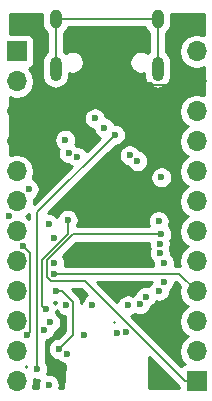
<source format=gbr>
G04 #@! TF.GenerationSoftware,KiCad,Pcbnew,(5.1.7)-1*
G04 #@! TF.CreationDate,2021-03-17T14:13:31-05:00*
G04 #@! TF.ProjectId,keyboard,6b657962-6f61-4726-942e-6b696361645f,rev?*
G04 #@! TF.SameCoordinates,Original*
G04 #@! TF.FileFunction,Copper,L3,Inr*
G04 #@! TF.FilePolarity,Positive*
%FSLAX46Y46*%
G04 Gerber Fmt 4.6, Leading zero omitted, Abs format (unit mm)*
G04 Created by KiCad (PCBNEW (5.1.7)-1) date 2021-03-17 14:13:31*
%MOMM*%
%LPD*%
G01*
G04 APERTURE LIST*
G04 #@! TA.AperFunction,ComponentPad*
%ADD10O,1.700000X1.700000*%
G04 #@! TD*
G04 #@! TA.AperFunction,ComponentPad*
%ADD11R,1.700000X1.700000*%
G04 #@! TD*
G04 #@! TA.AperFunction,ComponentPad*
%ADD12O,1.000000X2.100000*%
G04 #@! TD*
G04 #@! TA.AperFunction,ComponentPad*
%ADD13O,1.000000X1.600000*%
G04 #@! TD*
G04 #@! TA.AperFunction,ViaPad*
%ADD14C,0.600000*%
G04 #@! TD*
G04 #@! TA.AperFunction,Conductor*
%ADD15C,0.127000*%
G04 #@! TD*
G04 #@! TA.AperFunction,NonConductor*
%ADD16C,0.254000*%
G04 #@! TD*
G04 #@! TA.AperFunction,NonConductor*
%ADD17C,0.100000*%
G04 #@! TD*
G04 #@! TA.AperFunction,Conductor*
%ADD18C,0.254000*%
G04 #@! TD*
G04 #@! TA.AperFunction,Conductor*
%ADD19C,0.100000*%
G04 #@! TD*
G04 APERTURE END LIST*
D10*
X323620000Y-159530000D03*
X323620000Y-162070000D03*
X323620000Y-164610000D03*
X323620000Y-167150000D03*
X323620000Y-169690000D03*
X323620000Y-172230000D03*
X323620000Y-174770000D03*
X323620000Y-177310000D03*
X323620000Y-179850000D03*
X323620000Y-182390000D03*
X323620000Y-184930000D03*
D11*
X323620000Y-187470000D03*
D12*
X320320000Y-160980000D03*
X311680000Y-160980000D03*
D13*
X320320000Y-156800000D03*
X311680000Y-156800000D03*
D10*
X308380000Y-187470000D03*
X308380000Y-184930000D03*
X308380000Y-182390000D03*
X308380000Y-179850000D03*
X308380000Y-177310000D03*
X308380000Y-174770000D03*
X308380000Y-172230000D03*
X308380000Y-169690000D03*
X308380000Y-167150000D03*
X308380000Y-164610000D03*
X308380000Y-162070000D03*
D11*
X308380000Y-159530000D03*
D14*
X319700000Y-162400000D03*
X313300000Y-172200000D03*
X318588301Y-172127502D03*
X314790545Y-180990545D03*
X319336490Y-180286864D03*
X321919004Y-168599265D03*
X312500000Y-167036490D03*
X311100000Y-187763510D03*
X310699841Y-183100201D03*
X307700000Y-173500000D03*
X309400000Y-171200000D03*
X320430175Y-179800000D03*
X311549390Y-177463500D03*
X320636500Y-170200000D03*
X314099855Y-183527505D03*
X320506230Y-175806232D03*
X320501852Y-176611708D03*
X312700000Y-173800000D03*
X310853917Y-181352512D03*
X320842799Y-177409715D03*
X320407349Y-173900000D03*
X320817043Y-179014853D03*
X316848462Y-183351538D03*
X317646599Y-183296805D03*
X317794518Y-181027495D03*
X318840625Y-180914667D03*
X312600001Y-181000000D03*
X310100000Y-186400000D03*
X316700000Y-166586500D03*
X317948460Y-168335764D03*
X318600000Y-168800000D03*
X311567157Y-178354866D03*
X312637630Y-185121705D03*
X311198517Y-182474628D03*
X311700000Y-179800000D03*
X311944643Y-184721970D03*
X320625765Y-175015211D03*
X308905685Y-176013447D03*
X309267827Y-183509606D03*
X313533492Y-168482862D03*
X315798749Y-165998749D03*
X315000000Y-165200004D03*
X311509595Y-175369848D03*
X312800000Y-168163500D03*
X311154501Y-174177499D03*
D15*
X308380000Y-167150000D02*
X308380000Y-164610000D01*
X323290000Y-162400000D02*
X319700000Y-162400000D01*
X323620000Y-162070000D02*
X323290000Y-162400000D01*
X321919004Y-163770996D02*
X321919004Y-168599265D01*
X323620000Y-162070000D02*
X321919004Y-163770996D01*
X320320000Y-160980000D02*
X320320000Y-156800000D01*
X320320000Y-156800000D02*
X311680000Y-156800000D01*
X311680000Y-160980000D02*
X311680000Y-156800000D01*
X312700000Y-173800000D02*
X312700000Y-175011907D01*
X310553918Y-181052513D02*
X310853917Y-181352512D01*
X310553918Y-177157989D02*
X310553918Y-181052513D01*
X312700000Y-175011907D02*
X310553918Y-177157989D01*
X310136340Y-186363660D02*
X310100000Y-186400000D01*
X310136340Y-173150160D02*
X310136340Y-186363660D01*
X316700000Y-166586500D02*
X310136340Y-173150160D01*
X322124866Y-178354866D02*
X311567157Y-178354866D01*
X323620000Y-179850000D02*
X322124866Y-178354866D01*
X313163501Y-183503112D02*
X311944643Y-184721970D01*
X311700000Y-179800000D02*
X312206494Y-179800000D01*
X312206494Y-179800000D02*
X313163501Y-180757007D01*
X313163501Y-180757007D02*
X313163501Y-183503112D01*
X322643000Y-187470000D02*
X314131027Y-178958027D01*
X311257020Y-178958027D02*
X310964000Y-178665007D01*
X310964000Y-178665007D02*
X310964000Y-177210370D01*
X310964000Y-177210370D02*
X313159159Y-175015211D01*
X313159159Y-175015211D02*
X320625765Y-175015211D01*
X323620000Y-187470000D02*
X322643000Y-187470000D01*
X314131027Y-178958027D02*
X311257020Y-178958027D01*
X309493501Y-183283932D02*
X309267827Y-183509606D01*
X308905685Y-176013447D02*
X309493501Y-176601263D01*
X309493501Y-176601263D02*
X309493501Y-183283932D01*
D16*
X311873739Y-181596028D02*
X312003973Y-181726262D01*
X312157112Y-181828586D01*
X312327272Y-181899068D01*
X312465001Y-181926464D01*
X312465002Y-183213783D01*
X311891816Y-183786970D01*
X311852554Y-183786970D01*
X311671914Y-183822902D01*
X311501754Y-183893384D01*
X311348615Y-183995708D01*
X311218381Y-184125942D01*
X311116057Y-184279081D01*
X311045575Y-184449241D01*
X311009643Y-184629881D01*
X311009643Y-184814059D01*
X311045575Y-184994699D01*
X311116057Y-185164859D01*
X311218381Y-185317998D01*
X311348615Y-185448232D01*
X311501754Y-185550556D01*
X311671914Y-185621038D01*
X311852554Y-185656970D01*
X311870768Y-185656970D01*
X311911368Y-185717733D01*
X312041602Y-185847967D01*
X312194741Y-185950291D01*
X312364901Y-186020773D01*
X312460904Y-186039869D01*
X312296310Y-188015000D01*
X312003293Y-188015000D01*
X312035000Y-187855599D01*
X312035000Y-187671421D01*
X311999068Y-187490781D01*
X311928586Y-187320621D01*
X311826262Y-187167482D01*
X311696028Y-187037248D01*
X311542889Y-186934924D01*
X311372729Y-186864442D01*
X311192089Y-186828510D01*
X311007911Y-186828510D01*
X310927507Y-186844504D01*
X310928586Y-186842889D01*
X310999068Y-186672729D01*
X311035000Y-186492089D01*
X311035000Y-186307911D01*
X310999068Y-186127271D01*
X310928586Y-185957111D01*
X310834840Y-185816810D01*
X310834840Y-184026666D01*
X310972570Y-183999269D01*
X311142730Y-183928787D01*
X311295869Y-183826463D01*
X311426103Y-183696229D01*
X311528427Y-183543090D01*
X311598909Y-183372930D01*
X311610206Y-183316137D01*
X311641406Y-183303214D01*
X311794545Y-183200890D01*
X311924779Y-183070656D01*
X312027103Y-182917517D01*
X312097585Y-182747357D01*
X312133517Y-182566717D01*
X312133517Y-182382539D01*
X312097585Y-182201899D01*
X312027103Y-182031739D01*
X311924779Y-181878600D01*
X311794545Y-181748366D01*
X311722050Y-181699926D01*
X311752985Y-181625241D01*
X311785164Y-181463466D01*
X311873739Y-181596028D01*
G04 #@! TA.AperFunction,NonConductor*
D17*
G36*
X311873739Y-181596028D02*
G01*
X312003973Y-181726262D01*
X312157112Y-181828586D01*
X312327272Y-181899068D01*
X312465001Y-181926464D01*
X312465002Y-183213783D01*
X311891816Y-183786970D01*
X311852554Y-183786970D01*
X311671914Y-183822902D01*
X311501754Y-183893384D01*
X311348615Y-183995708D01*
X311218381Y-184125942D01*
X311116057Y-184279081D01*
X311045575Y-184449241D01*
X311009643Y-184629881D01*
X311009643Y-184814059D01*
X311045575Y-184994699D01*
X311116057Y-185164859D01*
X311218381Y-185317998D01*
X311348615Y-185448232D01*
X311501754Y-185550556D01*
X311671914Y-185621038D01*
X311852554Y-185656970D01*
X311870768Y-185656970D01*
X311911368Y-185717733D01*
X312041602Y-185847967D01*
X312194741Y-185950291D01*
X312364901Y-186020773D01*
X312460904Y-186039869D01*
X312296310Y-188015000D01*
X312003293Y-188015000D01*
X312035000Y-187855599D01*
X312035000Y-187671421D01*
X311999068Y-187490781D01*
X311928586Y-187320621D01*
X311826262Y-187167482D01*
X311696028Y-187037248D01*
X311542889Y-186934924D01*
X311372729Y-186864442D01*
X311192089Y-186828510D01*
X311007911Y-186828510D01*
X310927507Y-186844504D01*
X310928586Y-186842889D01*
X310999068Y-186672729D01*
X311035000Y-186492089D01*
X311035000Y-186307911D01*
X310999068Y-186127271D01*
X310928586Y-185957111D01*
X310834840Y-185816810D01*
X310834840Y-184026666D01*
X310972570Y-183999269D01*
X311142730Y-183928787D01*
X311295869Y-183826463D01*
X311426103Y-183696229D01*
X311528427Y-183543090D01*
X311598909Y-183372930D01*
X311610206Y-183316137D01*
X311641406Y-183303214D01*
X311794545Y-183200890D01*
X311924779Y-183070656D01*
X312027103Y-182917517D01*
X312097585Y-182747357D01*
X312133517Y-182566717D01*
X312133517Y-182382539D01*
X312097585Y-182201899D01*
X312027103Y-182031739D01*
X311924779Y-181878600D01*
X311794545Y-181748366D01*
X311722050Y-181699926D01*
X311752985Y-181625241D01*
X311785164Y-181463466D01*
X311873739Y-181596028D01*
G37*
G04 #@! TD.AperFunction*
D16*
X310007911Y-187335000D02*
X310192089Y-187335000D01*
X310272493Y-187319006D01*
X310271414Y-187320621D01*
X310200932Y-187490781D01*
X310165000Y-187671421D01*
X310165000Y-187855599D01*
X310196707Y-188015000D01*
X309761606Y-188015000D01*
X309807932Y-187903158D01*
X309865000Y-187616260D01*
X309865000Y-187323740D01*
X309861445Y-187305866D01*
X310007911Y-187335000D01*
G04 #@! TA.AperFunction,NonConductor*
D17*
G36*
X310007911Y-187335000D02*
G01*
X310192089Y-187335000D01*
X310272493Y-187319006D01*
X310271414Y-187320621D01*
X310200932Y-187490781D01*
X310165000Y-187671421D01*
X310165000Y-187855599D01*
X310196707Y-188015000D01*
X309761606Y-188015000D01*
X309807932Y-187903158D01*
X309865000Y-187616260D01*
X309865000Y-187323740D01*
X309861445Y-187305866D01*
X310007911Y-187335000D01*
G37*
G04 #@! TD.AperFunction*
D16*
X322124829Y-187939657D02*
X322131928Y-187948307D01*
X322131928Y-188015000D01*
X319627000Y-188015000D01*
X319627000Y-185441828D01*
X322124829Y-187939657D01*
G04 #@! TA.AperFunction,NonConductor*
D17*
G36*
X322124829Y-187939657D02*
G01*
X322131928Y-187948307D01*
X322131928Y-188015000D01*
X319627000Y-188015000D01*
X319627000Y-185441828D01*
X322124829Y-187939657D01*
G37*
G04 #@! TD.AperFunction*
D16*
X309182450Y-186220186D02*
X309152240Y-186200000D01*
X309191711Y-186173626D01*
X309182450Y-186220186D01*
G04 #@! TA.AperFunction,NonConductor*
D17*
G36*
X309182450Y-186220186D02*
G01*
X309152240Y-186200000D01*
X309191711Y-186173626D01*
X309182450Y-186220186D01*
G37*
G04 #@! TD.AperFunction*
D16*
X322194103Y-179411930D02*
X322192068Y-179416842D01*
X322135000Y-179703740D01*
X322135000Y-179996260D01*
X322192068Y-180283158D01*
X322304010Y-180553411D01*
X322466525Y-180796632D01*
X322673368Y-181003475D01*
X322847760Y-181120000D01*
X322673368Y-181236525D01*
X322466525Y-181443368D01*
X322304010Y-181686589D01*
X322192068Y-181956842D01*
X322135000Y-182243740D01*
X322135000Y-182536260D01*
X322192068Y-182823158D01*
X322304010Y-183093411D01*
X322466525Y-183336632D01*
X322673368Y-183543475D01*
X322847760Y-183660000D01*
X322673368Y-183776525D01*
X322466525Y-183983368D01*
X322304010Y-184226589D01*
X322192068Y-184496842D01*
X322135000Y-184783740D01*
X322135000Y-185076260D01*
X322192068Y-185363158D01*
X322304010Y-185633411D01*
X322466525Y-185876632D01*
X322598380Y-186008487D01*
X322525820Y-186030498D01*
X322415506Y-186089463D01*
X322324762Y-186163934D01*
X318081491Y-181920663D01*
X318237407Y-181856081D01*
X318390546Y-181753757D01*
X318400079Y-181744224D01*
X318567896Y-181813735D01*
X318748536Y-181849667D01*
X318932714Y-181849667D01*
X319113354Y-181813735D01*
X319283514Y-181743253D01*
X319436653Y-181640929D01*
X319566887Y-181510695D01*
X319669211Y-181357556D01*
X319739693Y-181187396D01*
X319751726Y-181126904D01*
X319779379Y-181115450D01*
X319932518Y-181013126D01*
X320062752Y-180882892D01*
X320165076Y-180729753D01*
X320176238Y-180702806D01*
X320338086Y-180735000D01*
X320522264Y-180735000D01*
X320702904Y-180699068D01*
X320873064Y-180628586D01*
X321026203Y-180526262D01*
X321156437Y-180396028D01*
X321258761Y-180242889D01*
X321329243Y-180072729D01*
X321365175Y-179892089D01*
X321365175Y-179773118D01*
X321413071Y-179741115D01*
X321543305Y-179610881D01*
X321645629Y-179457742D01*
X321716111Y-179287582D01*
X321752043Y-179106942D01*
X321752043Y-179053366D01*
X321835539Y-179053366D01*
X322194103Y-179411930D01*
G04 #@! TA.AperFunction,NonConductor*
D17*
G36*
X322194103Y-179411930D02*
G01*
X322192068Y-179416842D01*
X322135000Y-179703740D01*
X322135000Y-179996260D01*
X322192068Y-180283158D01*
X322304010Y-180553411D01*
X322466525Y-180796632D01*
X322673368Y-181003475D01*
X322847760Y-181120000D01*
X322673368Y-181236525D01*
X322466525Y-181443368D01*
X322304010Y-181686589D01*
X322192068Y-181956842D01*
X322135000Y-182243740D01*
X322135000Y-182536260D01*
X322192068Y-182823158D01*
X322304010Y-183093411D01*
X322466525Y-183336632D01*
X322673368Y-183543475D01*
X322847760Y-183660000D01*
X322673368Y-183776525D01*
X322466525Y-183983368D01*
X322304010Y-184226589D01*
X322192068Y-184496842D01*
X322135000Y-184783740D01*
X322135000Y-185076260D01*
X322192068Y-185363158D01*
X322304010Y-185633411D01*
X322466525Y-185876632D01*
X322598380Y-186008487D01*
X322525820Y-186030498D01*
X322415506Y-186089463D01*
X322324762Y-186163934D01*
X318081491Y-181920663D01*
X318237407Y-181856081D01*
X318390546Y-181753757D01*
X318400079Y-181744224D01*
X318567896Y-181813735D01*
X318748536Y-181849667D01*
X318932714Y-181849667D01*
X319113354Y-181813735D01*
X319283514Y-181743253D01*
X319436653Y-181640929D01*
X319566887Y-181510695D01*
X319669211Y-181357556D01*
X319739693Y-181187396D01*
X319751726Y-181126904D01*
X319779379Y-181115450D01*
X319932518Y-181013126D01*
X320062752Y-180882892D01*
X320165076Y-180729753D01*
X320176238Y-180702806D01*
X320338086Y-180735000D01*
X320522264Y-180735000D01*
X320702904Y-180699068D01*
X320873064Y-180628586D01*
X321026203Y-180526262D01*
X321156437Y-180396028D01*
X321258761Y-180242889D01*
X321329243Y-180072729D01*
X321365175Y-179892089D01*
X321365175Y-179773118D01*
X321413071Y-179741115D01*
X321543305Y-179610881D01*
X321645629Y-179457742D01*
X321716111Y-179287582D01*
X321752043Y-179106942D01*
X321752043Y-179053366D01*
X321835539Y-179053366D01*
X322194103Y-179411930D01*
G37*
G04 #@! TD.AperFunction*
D16*
X316627371Y-182442198D02*
X316587532Y-182450123D01*
X316585455Y-182400282D01*
X316627371Y-182442198D01*
G04 #@! TA.AperFunction,NonConductor*
D17*
G36*
X316627371Y-182442198D02*
G01*
X316587532Y-182450123D01*
X316585455Y-182400282D01*
X316627371Y-182442198D01*
G37*
G04 #@! TD.AperFunction*
D16*
X311607911Y-180735000D02*
X311699396Y-180735000D01*
X311668754Y-180889046D01*
X311580179Y-180756484D01*
X311546474Y-180722779D01*
X311607911Y-180735000D01*
G04 #@! TA.AperFunction,NonConductor*
D17*
G36*
X311607911Y-180735000D02*
G01*
X311699396Y-180735000D01*
X311668754Y-180889046D01*
X311580179Y-180756484D01*
X311546474Y-180722779D01*
X311607911Y-180735000D01*
G37*
G04 #@! TD.AperFunction*
D16*
X314347342Y-180162169D02*
X314194517Y-180264283D01*
X314064283Y-180394517D01*
X313961959Y-180547656D01*
X313891477Y-180717816D01*
X313862001Y-180866000D01*
X313862001Y-180791304D01*
X313865379Y-180757006D01*
X313862001Y-180722708D01*
X313862001Y-180722698D01*
X313851894Y-180620077D01*
X313811953Y-180488410D01*
X313803063Y-180471778D01*
X313747092Y-180367063D01*
X313681675Y-180287352D01*
X313681663Y-180287340D01*
X313659803Y-180260704D01*
X313633168Y-180238845D01*
X313050849Y-179656527D01*
X313841700Y-179656527D01*
X314347342Y-180162169D01*
G04 #@! TA.AperFunction,NonConductor*
D17*
G36*
X314347342Y-180162169D02*
G01*
X314194517Y-180264283D01*
X314064283Y-180394517D01*
X313961959Y-180547656D01*
X313891477Y-180717816D01*
X313862001Y-180866000D01*
X313862001Y-180791304D01*
X313865379Y-180757006D01*
X313862001Y-180722708D01*
X313862001Y-180722698D01*
X313851894Y-180620077D01*
X313811953Y-180488410D01*
X313803063Y-180471778D01*
X313747092Y-180367063D01*
X313681675Y-180287352D01*
X313681663Y-180287340D01*
X313659803Y-180260704D01*
X313633168Y-180238845D01*
X313050849Y-179656527D01*
X313841700Y-179656527D01*
X314347342Y-180162169D01*
G37*
G04 #@! TD.AperFunction*
D16*
X319834147Y-179073738D02*
X319703913Y-179203972D01*
X319601589Y-179357111D01*
X319590427Y-179384058D01*
X319428579Y-179351864D01*
X319244401Y-179351864D01*
X319063761Y-179387796D01*
X318893601Y-179458278D01*
X318740462Y-179560602D01*
X318610228Y-179690836D01*
X318507904Y-179843975D01*
X318437422Y-180014135D01*
X318425389Y-180074627D01*
X318397736Y-180086081D01*
X318244597Y-180188405D01*
X318235064Y-180197938D01*
X318067247Y-180128427D01*
X317886607Y-180092495D01*
X317702429Y-180092495D01*
X317521789Y-180128427D01*
X317351629Y-180198909D01*
X317198490Y-180301233D01*
X317068256Y-180431467D01*
X316965932Y-180584606D01*
X316901350Y-180740523D01*
X315214193Y-179053366D01*
X319864636Y-179053366D01*
X319834147Y-179073738D01*
G04 #@! TA.AperFunction,NonConductor*
D17*
G36*
X319834147Y-179073738D02*
G01*
X319703913Y-179203972D01*
X319601589Y-179357111D01*
X319590427Y-179384058D01*
X319428579Y-179351864D01*
X319244401Y-179351864D01*
X319063761Y-179387796D01*
X318893601Y-179458278D01*
X318740462Y-179560602D01*
X318610228Y-179690836D01*
X318507904Y-179843975D01*
X318437422Y-180014135D01*
X318425389Y-180074627D01*
X318397736Y-180086081D01*
X318244597Y-180188405D01*
X318235064Y-180197938D01*
X318067247Y-180128427D01*
X317886607Y-180092495D01*
X317702429Y-180092495D01*
X317521789Y-180128427D01*
X317351629Y-180198909D01*
X317198490Y-180301233D01*
X317068256Y-180431467D01*
X316965932Y-180584606D01*
X316901350Y-180740523D01*
X315214193Y-179053366D01*
X319864636Y-179053366D01*
X319834147Y-179073738D01*
G37*
G04 #@! TD.AperFunction*
D16*
X310545000Y-156444248D02*
X310545000Y-157155751D01*
X310561423Y-157322498D01*
X310626324Y-157536446D01*
X310731716Y-157733623D01*
X310873551Y-157906449D01*
X310981501Y-157995041D01*
X310981500Y-159534960D01*
X310873552Y-159623551D01*
X310731717Y-159796377D01*
X310626324Y-159993553D01*
X310561423Y-160207501D01*
X310545000Y-160374248D01*
X310545000Y-161585751D01*
X310561423Y-161752498D01*
X310626324Y-161966446D01*
X310731716Y-162163623D01*
X310873551Y-162336449D01*
X311046377Y-162478284D01*
X311243553Y-162583676D01*
X311457501Y-162648577D01*
X311680000Y-162670491D01*
X311902498Y-162648577D01*
X312116446Y-162583676D01*
X312313623Y-162478284D01*
X312486449Y-162336449D01*
X312628284Y-162163623D01*
X312733676Y-161966447D01*
X312798577Y-161752499D01*
X312815000Y-161585752D01*
X312815000Y-161366904D01*
X312829978Y-161373108D01*
X313015448Y-161410000D01*
X313204552Y-161410000D01*
X313390022Y-161373108D01*
X313564731Y-161300741D01*
X313721964Y-161195681D01*
X313855681Y-161061964D01*
X313960741Y-160904731D01*
X314033108Y-160730022D01*
X314070000Y-160544552D01*
X314070000Y-160355448D01*
X314033108Y-160169978D01*
X313960741Y-159995269D01*
X313855681Y-159838036D01*
X313721964Y-159704319D01*
X313564731Y-159599259D01*
X313390022Y-159526892D01*
X313204552Y-159490000D01*
X313015448Y-159490000D01*
X312829978Y-159526892D01*
X312655269Y-159599259D01*
X312533362Y-159680715D01*
X312486449Y-159623551D01*
X312378500Y-159534959D01*
X312378500Y-157995041D01*
X312486449Y-157906449D01*
X312628284Y-157733623D01*
X312733676Y-157536447D01*
X312745187Y-157498500D01*
X319254813Y-157498500D01*
X319266324Y-157536446D01*
X319371716Y-157733623D01*
X319513551Y-157906449D01*
X319621501Y-157995041D01*
X319621500Y-159534960D01*
X319513552Y-159623551D01*
X319466638Y-159680715D01*
X319344731Y-159599259D01*
X319170022Y-159526892D01*
X318984552Y-159490000D01*
X318795448Y-159490000D01*
X318609978Y-159526892D01*
X318435269Y-159599259D01*
X318278036Y-159704319D01*
X318144319Y-159838036D01*
X318039259Y-159995269D01*
X317966892Y-160169978D01*
X317930000Y-160355448D01*
X317930000Y-160544552D01*
X317966892Y-160730022D01*
X318039259Y-160904731D01*
X318144319Y-161061964D01*
X318278036Y-161195681D01*
X318435269Y-161300741D01*
X318609978Y-161373108D01*
X318795448Y-161410000D01*
X318984552Y-161410000D01*
X319170022Y-161373108D01*
X319185000Y-161366904D01*
X319185000Y-161585751D01*
X319188128Y-161617507D01*
X319103972Y-161673738D01*
X318973738Y-161803972D01*
X318871414Y-161957111D01*
X318800932Y-162127271D01*
X318765000Y-162307911D01*
X318765000Y-162492089D01*
X318800932Y-162672729D01*
X318871414Y-162842889D01*
X318973738Y-162996028D01*
X319103972Y-163126262D01*
X319257111Y-163228586D01*
X319427271Y-163299068D01*
X319607911Y-163335000D01*
X319792089Y-163335000D01*
X319972729Y-163299068D01*
X320142889Y-163228586D01*
X320296028Y-163126262D01*
X320323790Y-163098500D01*
X321603673Y-163098500D01*
X321449348Y-163252825D01*
X321422701Y-163274694D01*
X321400833Y-163301340D01*
X321400830Y-163301343D01*
X321335413Y-163381053D01*
X321295073Y-163456525D01*
X321270552Y-163502400D01*
X321230611Y-163634067D01*
X321220504Y-163736688D01*
X321220504Y-163736698D01*
X321217126Y-163770996D01*
X321220504Y-163805294D01*
X321220505Y-167975474D01*
X321192742Y-168003237D01*
X321090418Y-168156376D01*
X321019936Y-168326536D01*
X320984004Y-168507176D01*
X320984004Y-168691354D01*
X321019936Y-168871994D01*
X321090418Y-169042154D01*
X321192742Y-169195293D01*
X321322976Y-169325527D01*
X321476115Y-169427851D01*
X321646275Y-169498333D01*
X321826915Y-169534265D01*
X322011093Y-169534265D01*
X322142067Y-169508212D01*
X322135000Y-169543740D01*
X322135000Y-169836260D01*
X322192068Y-170123158D01*
X322304010Y-170393411D01*
X322466525Y-170636632D01*
X322673368Y-170843475D01*
X322847760Y-170960000D01*
X322673368Y-171076525D01*
X322466525Y-171283368D01*
X322304010Y-171526589D01*
X322192068Y-171796842D01*
X322135000Y-172083740D01*
X322135000Y-172376260D01*
X322192068Y-172663158D01*
X322304010Y-172933411D01*
X322466525Y-173176632D01*
X322673368Y-173383475D01*
X322847760Y-173500000D01*
X322673368Y-173616525D01*
X322466525Y-173823368D01*
X322304010Y-174066589D01*
X322192068Y-174336842D01*
X322135000Y-174623740D01*
X322135000Y-174916260D01*
X322192068Y-175203158D01*
X322304010Y-175473411D01*
X322466525Y-175716632D01*
X322673368Y-175923475D01*
X322847760Y-176040000D01*
X322673368Y-176156525D01*
X322466525Y-176363368D01*
X322304010Y-176606589D01*
X322192068Y-176876842D01*
X322135000Y-177163740D01*
X322135000Y-177456260D01*
X322175116Y-177657936D01*
X322159175Y-177656366D01*
X322159164Y-177656366D01*
X322124866Y-177652988D01*
X322090568Y-177656366D01*
X321747054Y-177656366D01*
X321777799Y-177501804D01*
X321777799Y-177317626D01*
X321741867Y-177136986D01*
X321671385Y-176966826D01*
X321569061Y-176813687D01*
X321438827Y-176683453D01*
X321436852Y-176682133D01*
X321436852Y-176519619D01*
X321400920Y-176338979D01*
X321349258Y-176214255D01*
X321405298Y-176078961D01*
X321441230Y-175898321D01*
X321441230Y-175714143D01*
X321405298Y-175533503D01*
X321404789Y-175532275D01*
X321454351Y-175458100D01*
X321524833Y-175287940D01*
X321560765Y-175107300D01*
X321560765Y-174923122D01*
X321524833Y-174742482D01*
X321454351Y-174572322D01*
X321352027Y-174419183D01*
X321247591Y-174314747D01*
X321306417Y-174172729D01*
X321342349Y-173992089D01*
X321342349Y-173807911D01*
X321306417Y-173627271D01*
X321235935Y-173457111D01*
X321133611Y-173303972D01*
X321003377Y-173173738D01*
X320850238Y-173071414D01*
X320680078Y-173000932D01*
X320499438Y-172965000D01*
X320315260Y-172965000D01*
X320134620Y-173000932D01*
X319964460Y-173071414D01*
X319811321Y-173173738D01*
X319681087Y-173303972D01*
X319578763Y-173457111D01*
X319508281Y-173627271D01*
X319472349Y-173807911D01*
X319472349Y-173992089D01*
X319508281Y-174172729D01*
X319567920Y-174316711D01*
X313479260Y-174316711D01*
X313528586Y-174242889D01*
X313599068Y-174072729D01*
X313635000Y-173892089D01*
X313635000Y-173707911D01*
X313599068Y-173527271D01*
X313528586Y-173357111D01*
X313426262Y-173203972D01*
X313357290Y-173135000D01*
X313392089Y-173135000D01*
X313572729Y-173099068D01*
X313742889Y-173028586D01*
X313896028Y-172926262D01*
X314026262Y-172796028D01*
X314128586Y-172642889D01*
X314199068Y-172472729D01*
X314235000Y-172292089D01*
X314235000Y-172107911D01*
X314220580Y-172035413D01*
X317653301Y-172035413D01*
X317653301Y-172219591D01*
X317689233Y-172400231D01*
X317759715Y-172570391D01*
X317862039Y-172723530D01*
X317992273Y-172853764D01*
X318145412Y-172956088D01*
X318315572Y-173026570D01*
X318496212Y-173062502D01*
X318680390Y-173062502D01*
X318861030Y-173026570D01*
X319031190Y-172956088D01*
X319184329Y-172853764D01*
X319314563Y-172723530D01*
X319416887Y-172570391D01*
X319487369Y-172400231D01*
X319523301Y-172219591D01*
X319523301Y-172035413D01*
X319487369Y-171854773D01*
X319416887Y-171684613D01*
X319314563Y-171531474D01*
X319184329Y-171401240D01*
X319031190Y-171298916D01*
X318861030Y-171228434D01*
X318680390Y-171192502D01*
X318496212Y-171192502D01*
X318315572Y-171228434D01*
X318145412Y-171298916D01*
X317992273Y-171401240D01*
X317862039Y-171531474D01*
X317759715Y-171684613D01*
X317689233Y-171854773D01*
X317653301Y-172035413D01*
X314220580Y-172035413D01*
X314199068Y-171927271D01*
X314128586Y-171757111D01*
X314026262Y-171603972D01*
X313896028Y-171473738D01*
X313742889Y-171371414D01*
X313572729Y-171300932D01*
X313392089Y-171265000D01*
X313207911Y-171265000D01*
X313027271Y-171300932D01*
X312935300Y-171339027D01*
X314166416Y-170107911D01*
X319701500Y-170107911D01*
X319701500Y-170292089D01*
X319737432Y-170472729D01*
X319807914Y-170642889D01*
X319910238Y-170796028D01*
X320040472Y-170926262D01*
X320193611Y-171028586D01*
X320363771Y-171099068D01*
X320544411Y-171135000D01*
X320728589Y-171135000D01*
X320909229Y-171099068D01*
X321079389Y-171028586D01*
X321232528Y-170926262D01*
X321362762Y-170796028D01*
X321465086Y-170642889D01*
X321535568Y-170472729D01*
X321571500Y-170292089D01*
X321571500Y-170107911D01*
X321535568Y-169927271D01*
X321465086Y-169757111D01*
X321362762Y-169603972D01*
X321232528Y-169473738D01*
X321079389Y-169371414D01*
X320909229Y-169300932D01*
X320728589Y-169265000D01*
X320544411Y-169265000D01*
X320363771Y-169300932D01*
X320193611Y-169371414D01*
X320040472Y-169473738D01*
X319910238Y-169603972D01*
X319807914Y-169757111D01*
X319737432Y-169927271D01*
X319701500Y-170107911D01*
X314166416Y-170107911D01*
X316030652Y-168243675D01*
X317013460Y-168243675D01*
X317013460Y-168427853D01*
X317049392Y-168608493D01*
X317119874Y-168778653D01*
X317222198Y-168931792D01*
X317352432Y-169062026D01*
X317505571Y-169164350D01*
X317675731Y-169234832D01*
X317779872Y-169255547D01*
X317873738Y-169396028D01*
X318003972Y-169526262D01*
X318157111Y-169628586D01*
X318327271Y-169699068D01*
X318507911Y-169735000D01*
X318692089Y-169735000D01*
X318872729Y-169699068D01*
X319042889Y-169628586D01*
X319196028Y-169526262D01*
X319326262Y-169396028D01*
X319428586Y-169242889D01*
X319499068Y-169072729D01*
X319535000Y-168892089D01*
X319535000Y-168707911D01*
X319499068Y-168527271D01*
X319428586Y-168357111D01*
X319326262Y-168203972D01*
X319196028Y-168073738D01*
X319042889Y-167971414D01*
X318872729Y-167900932D01*
X318768588Y-167880217D01*
X318674722Y-167739736D01*
X318544488Y-167609502D01*
X318391349Y-167507178D01*
X318221189Y-167436696D01*
X318040549Y-167400764D01*
X317856371Y-167400764D01*
X317675731Y-167436696D01*
X317505571Y-167507178D01*
X317352432Y-167609502D01*
X317222198Y-167739736D01*
X317119874Y-167892875D01*
X317049392Y-168063035D01*
X317013460Y-168243675D01*
X316030652Y-168243675D01*
X316752828Y-167521500D01*
X316792089Y-167521500D01*
X316972729Y-167485568D01*
X317142889Y-167415086D01*
X317296028Y-167312762D01*
X317426262Y-167182528D01*
X317528586Y-167029389D01*
X317599068Y-166859229D01*
X317635000Y-166678589D01*
X317635000Y-166494411D01*
X317599068Y-166313771D01*
X317528586Y-166143611D01*
X317426262Y-165990472D01*
X317296028Y-165860238D01*
X317142889Y-165757914D01*
X316972729Y-165687432D01*
X316792089Y-165651500D01*
X316666950Y-165651500D01*
X316627335Y-165555860D01*
X316525011Y-165402721D01*
X316394777Y-165272487D01*
X316241638Y-165170163D01*
X316071478Y-165099681D01*
X315927672Y-165071076D01*
X315899068Y-164927275D01*
X315828586Y-164757115D01*
X315726262Y-164603976D01*
X315596028Y-164473742D01*
X315442889Y-164371418D01*
X315272729Y-164300936D01*
X315092089Y-164265004D01*
X314907911Y-164265004D01*
X314727271Y-164300936D01*
X314557111Y-164371418D01*
X314403972Y-164473742D01*
X314273738Y-164603976D01*
X314171414Y-164757115D01*
X314100932Y-164927275D01*
X314065000Y-165107915D01*
X314065000Y-165292093D01*
X314100932Y-165472733D01*
X314171414Y-165642893D01*
X314273738Y-165796032D01*
X314403972Y-165926266D01*
X314557111Y-166028590D01*
X314727271Y-166099072D01*
X314871077Y-166127677D01*
X314899681Y-166271478D01*
X314970163Y-166441638D01*
X315072487Y-166594777D01*
X315202721Y-166725011D01*
X315355860Y-166827335D01*
X315437515Y-166861157D01*
X314320670Y-167978002D01*
X314259754Y-167886834D01*
X314129520Y-167756600D01*
X313976381Y-167654276D01*
X313806221Y-167583794D01*
X313625581Y-167547862D01*
X313506652Y-167547862D01*
X313396028Y-167437238D01*
X313356877Y-167411078D01*
X313399068Y-167309219D01*
X313435000Y-167128579D01*
X313435000Y-166944401D01*
X313399068Y-166763761D01*
X313328586Y-166593601D01*
X313226262Y-166440462D01*
X313096028Y-166310228D01*
X312942889Y-166207904D01*
X312772729Y-166137422D01*
X312592089Y-166101490D01*
X312407911Y-166101490D01*
X312227271Y-166137422D01*
X312057111Y-166207904D01*
X311903972Y-166310228D01*
X311773738Y-166440462D01*
X311671414Y-166593601D01*
X311600932Y-166763761D01*
X311565000Y-166944401D01*
X311565000Y-167128579D01*
X311600932Y-167309219D01*
X311671414Y-167479379D01*
X311773738Y-167632518D01*
X311903972Y-167762752D01*
X311943123Y-167788912D01*
X311900932Y-167890771D01*
X311865000Y-168071411D01*
X311865000Y-168255589D01*
X311900932Y-168436229D01*
X311971414Y-168606389D01*
X312073738Y-168759528D01*
X312203972Y-168889762D01*
X312357111Y-168992086D01*
X312527271Y-169062568D01*
X312707911Y-169098500D01*
X312826840Y-169098500D01*
X312937464Y-169209124D01*
X313028632Y-169270040D01*
X309850744Y-172447929D01*
X309865000Y-172376260D01*
X309865000Y-172083740D01*
X309852722Y-172022016D01*
X309996028Y-171926262D01*
X310126262Y-171796028D01*
X310228586Y-171642889D01*
X310299068Y-171472729D01*
X310335000Y-171292089D01*
X310335000Y-171107911D01*
X310299068Y-170927271D01*
X310228586Y-170757111D01*
X310126262Y-170603972D01*
X309996028Y-170473738D01*
X309842889Y-170371414D01*
X309725280Y-170322699D01*
X309807932Y-170123158D01*
X309865000Y-169836260D01*
X309865000Y-169543740D01*
X309807932Y-169256842D01*
X309695990Y-168986589D01*
X309533475Y-168743368D01*
X309326632Y-168536525D01*
X309152240Y-168420000D01*
X309326632Y-168303475D01*
X309533475Y-168096632D01*
X309695990Y-167853411D01*
X309807932Y-167583158D01*
X309865000Y-167296260D01*
X309865000Y-167003740D01*
X309807932Y-166716842D01*
X309695990Y-166446589D01*
X309533475Y-166203368D01*
X309326632Y-165996525D01*
X309152240Y-165880000D01*
X309326632Y-165763475D01*
X309533475Y-165556632D01*
X309695990Y-165313411D01*
X309807932Y-165043158D01*
X309865000Y-164756260D01*
X309865000Y-164463740D01*
X309807932Y-164176842D01*
X309695990Y-163906589D01*
X309533475Y-163663368D01*
X309326632Y-163456525D01*
X309152240Y-163340000D01*
X309326632Y-163223475D01*
X309533475Y-163016632D01*
X309695990Y-162773411D01*
X309807932Y-162503158D01*
X309865000Y-162216260D01*
X309865000Y-161923740D01*
X309807932Y-161636842D01*
X309695990Y-161366589D01*
X309533475Y-161123368D01*
X309401620Y-160991513D01*
X309474180Y-160969502D01*
X309584494Y-160910537D01*
X309681185Y-160831185D01*
X309760537Y-160734494D01*
X309819502Y-160624180D01*
X309855812Y-160504482D01*
X309868072Y-160380000D01*
X309868072Y-158680000D01*
X309855812Y-158555518D01*
X309819502Y-158435820D01*
X309760537Y-158325506D01*
X309681185Y-158228815D01*
X309584494Y-158149463D01*
X309474180Y-158090498D01*
X309354482Y-158054188D01*
X309230000Y-158041928D01*
X307785000Y-158041928D01*
X307785000Y-156385000D01*
X310550835Y-156385000D01*
X310545000Y-156444248D01*
G04 #@! TA.AperFunction,NonConductor*
D17*
G36*
X310545000Y-156444248D02*
G01*
X310545000Y-157155751D01*
X310561423Y-157322498D01*
X310626324Y-157536446D01*
X310731716Y-157733623D01*
X310873551Y-157906449D01*
X310981501Y-157995041D01*
X310981500Y-159534960D01*
X310873552Y-159623551D01*
X310731717Y-159796377D01*
X310626324Y-159993553D01*
X310561423Y-160207501D01*
X310545000Y-160374248D01*
X310545000Y-161585751D01*
X310561423Y-161752498D01*
X310626324Y-161966446D01*
X310731716Y-162163623D01*
X310873551Y-162336449D01*
X311046377Y-162478284D01*
X311243553Y-162583676D01*
X311457501Y-162648577D01*
X311680000Y-162670491D01*
X311902498Y-162648577D01*
X312116446Y-162583676D01*
X312313623Y-162478284D01*
X312486449Y-162336449D01*
X312628284Y-162163623D01*
X312733676Y-161966447D01*
X312798577Y-161752499D01*
X312815000Y-161585752D01*
X312815000Y-161366904D01*
X312829978Y-161373108D01*
X313015448Y-161410000D01*
X313204552Y-161410000D01*
X313390022Y-161373108D01*
X313564731Y-161300741D01*
X313721964Y-161195681D01*
X313855681Y-161061964D01*
X313960741Y-160904731D01*
X314033108Y-160730022D01*
X314070000Y-160544552D01*
X314070000Y-160355448D01*
X314033108Y-160169978D01*
X313960741Y-159995269D01*
X313855681Y-159838036D01*
X313721964Y-159704319D01*
X313564731Y-159599259D01*
X313390022Y-159526892D01*
X313204552Y-159490000D01*
X313015448Y-159490000D01*
X312829978Y-159526892D01*
X312655269Y-159599259D01*
X312533362Y-159680715D01*
X312486449Y-159623551D01*
X312378500Y-159534959D01*
X312378500Y-157995041D01*
X312486449Y-157906449D01*
X312628284Y-157733623D01*
X312733676Y-157536447D01*
X312745187Y-157498500D01*
X319254813Y-157498500D01*
X319266324Y-157536446D01*
X319371716Y-157733623D01*
X319513551Y-157906449D01*
X319621501Y-157995041D01*
X319621500Y-159534960D01*
X319513552Y-159623551D01*
X319466638Y-159680715D01*
X319344731Y-159599259D01*
X319170022Y-159526892D01*
X318984552Y-159490000D01*
X318795448Y-159490000D01*
X318609978Y-159526892D01*
X318435269Y-159599259D01*
X318278036Y-159704319D01*
X318144319Y-159838036D01*
X318039259Y-159995269D01*
X317966892Y-160169978D01*
X317930000Y-160355448D01*
X317930000Y-160544552D01*
X317966892Y-160730022D01*
X318039259Y-160904731D01*
X318144319Y-161061964D01*
X318278036Y-161195681D01*
X318435269Y-161300741D01*
X318609978Y-161373108D01*
X318795448Y-161410000D01*
X318984552Y-161410000D01*
X319170022Y-161373108D01*
X319185000Y-161366904D01*
X319185000Y-161585751D01*
X319188128Y-161617507D01*
X319103972Y-161673738D01*
X318973738Y-161803972D01*
X318871414Y-161957111D01*
X318800932Y-162127271D01*
X318765000Y-162307911D01*
X318765000Y-162492089D01*
X318800932Y-162672729D01*
X318871414Y-162842889D01*
X318973738Y-162996028D01*
X319103972Y-163126262D01*
X319257111Y-163228586D01*
X319427271Y-163299068D01*
X319607911Y-163335000D01*
X319792089Y-163335000D01*
X319972729Y-163299068D01*
X320142889Y-163228586D01*
X320296028Y-163126262D01*
X320323790Y-163098500D01*
X321603673Y-163098500D01*
X321449348Y-163252825D01*
X321422701Y-163274694D01*
X321400833Y-163301340D01*
X321400830Y-163301343D01*
X321335413Y-163381053D01*
X321295073Y-163456525D01*
X321270552Y-163502400D01*
X321230611Y-163634067D01*
X321220504Y-163736688D01*
X321220504Y-163736698D01*
X321217126Y-163770996D01*
X321220504Y-163805294D01*
X321220505Y-167975474D01*
X321192742Y-168003237D01*
X321090418Y-168156376D01*
X321019936Y-168326536D01*
X320984004Y-168507176D01*
X320984004Y-168691354D01*
X321019936Y-168871994D01*
X321090418Y-169042154D01*
X321192742Y-169195293D01*
X321322976Y-169325527D01*
X321476115Y-169427851D01*
X321646275Y-169498333D01*
X321826915Y-169534265D01*
X322011093Y-169534265D01*
X322142067Y-169508212D01*
X322135000Y-169543740D01*
X322135000Y-169836260D01*
X322192068Y-170123158D01*
X322304010Y-170393411D01*
X322466525Y-170636632D01*
X322673368Y-170843475D01*
X322847760Y-170960000D01*
X322673368Y-171076525D01*
X322466525Y-171283368D01*
X322304010Y-171526589D01*
X322192068Y-171796842D01*
X322135000Y-172083740D01*
X322135000Y-172376260D01*
X322192068Y-172663158D01*
X322304010Y-172933411D01*
X322466525Y-173176632D01*
X322673368Y-173383475D01*
X322847760Y-173500000D01*
X322673368Y-173616525D01*
X322466525Y-173823368D01*
X322304010Y-174066589D01*
X322192068Y-174336842D01*
X322135000Y-174623740D01*
X322135000Y-174916260D01*
X322192068Y-175203158D01*
X322304010Y-175473411D01*
X322466525Y-175716632D01*
X322673368Y-175923475D01*
X322847760Y-176040000D01*
X322673368Y-176156525D01*
X322466525Y-176363368D01*
X322304010Y-176606589D01*
X322192068Y-176876842D01*
X322135000Y-177163740D01*
X322135000Y-177456260D01*
X322175116Y-177657936D01*
X322159175Y-177656366D01*
X322159164Y-177656366D01*
X322124866Y-177652988D01*
X322090568Y-177656366D01*
X321747054Y-177656366D01*
X321777799Y-177501804D01*
X321777799Y-177317626D01*
X321741867Y-177136986D01*
X321671385Y-176966826D01*
X321569061Y-176813687D01*
X321438827Y-176683453D01*
X321436852Y-176682133D01*
X321436852Y-176519619D01*
X321400920Y-176338979D01*
X321349258Y-176214255D01*
X321405298Y-176078961D01*
X321441230Y-175898321D01*
X321441230Y-175714143D01*
X321405298Y-175533503D01*
X321404789Y-175532275D01*
X321454351Y-175458100D01*
X321524833Y-175287940D01*
X321560765Y-175107300D01*
X321560765Y-174923122D01*
X321524833Y-174742482D01*
X321454351Y-174572322D01*
X321352027Y-174419183D01*
X321247591Y-174314747D01*
X321306417Y-174172729D01*
X321342349Y-173992089D01*
X321342349Y-173807911D01*
X321306417Y-173627271D01*
X321235935Y-173457111D01*
X321133611Y-173303972D01*
X321003377Y-173173738D01*
X320850238Y-173071414D01*
X320680078Y-173000932D01*
X320499438Y-172965000D01*
X320315260Y-172965000D01*
X320134620Y-173000932D01*
X319964460Y-173071414D01*
X319811321Y-173173738D01*
X319681087Y-173303972D01*
X319578763Y-173457111D01*
X319508281Y-173627271D01*
X319472349Y-173807911D01*
X319472349Y-173992089D01*
X319508281Y-174172729D01*
X319567920Y-174316711D01*
X313479260Y-174316711D01*
X313528586Y-174242889D01*
X313599068Y-174072729D01*
X313635000Y-173892089D01*
X313635000Y-173707911D01*
X313599068Y-173527271D01*
X313528586Y-173357111D01*
X313426262Y-173203972D01*
X313357290Y-173135000D01*
X313392089Y-173135000D01*
X313572729Y-173099068D01*
X313742889Y-173028586D01*
X313896028Y-172926262D01*
X314026262Y-172796028D01*
X314128586Y-172642889D01*
X314199068Y-172472729D01*
X314235000Y-172292089D01*
X314235000Y-172107911D01*
X314220580Y-172035413D01*
X317653301Y-172035413D01*
X317653301Y-172219591D01*
X317689233Y-172400231D01*
X317759715Y-172570391D01*
X317862039Y-172723530D01*
X317992273Y-172853764D01*
X318145412Y-172956088D01*
X318315572Y-173026570D01*
X318496212Y-173062502D01*
X318680390Y-173062502D01*
X318861030Y-173026570D01*
X319031190Y-172956088D01*
X319184329Y-172853764D01*
X319314563Y-172723530D01*
X319416887Y-172570391D01*
X319487369Y-172400231D01*
X319523301Y-172219591D01*
X319523301Y-172035413D01*
X319487369Y-171854773D01*
X319416887Y-171684613D01*
X319314563Y-171531474D01*
X319184329Y-171401240D01*
X319031190Y-171298916D01*
X318861030Y-171228434D01*
X318680390Y-171192502D01*
X318496212Y-171192502D01*
X318315572Y-171228434D01*
X318145412Y-171298916D01*
X317992273Y-171401240D01*
X317862039Y-171531474D01*
X317759715Y-171684613D01*
X317689233Y-171854773D01*
X317653301Y-172035413D01*
X314220580Y-172035413D01*
X314199068Y-171927271D01*
X314128586Y-171757111D01*
X314026262Y-171603972D01*
X313896028Y-171473738D01*
X313742889Y-171371414D01*
X313572729Y-171300932D01*
X313392089Y-171265000D01*
X313207911Y-171265000D01*
X313027271Y-171300932D01*
X312935300Y-171339027D01*
X314166416Y-170107911D01*
X319701500Y-170107911D01*
X319701500Y-170292089D01*
X319737432Y-170472729D01*
X319807914Y-170642889D01*
X319910238Y-170796028D01*
X320040472Y-170926262D01*
X320193611Y-171028586D01*
X320363771Y-171099068D01*
X320544411Y-171135000D01*
X320728589Y-171135000D01*
X320909229Y-171099068D01*
X321079389Y-171028586D01*
X321232528Y-170926262D01*
X321362762Y-170796028D01*
X321465086Y-170642889D01*
X321535568Y-170472729D01*
X321571500Y-170292089D01*
X321571500Y-170107911D01*
X321535568Y-169927271D01*
X321465086Y-169757111D01*
X321362762Y-169603972D01*
X321232528Y-169473738D01*
X321079389Y-169371414D01*
X320909229Y-169300932D01*
X320728589Y-169265000D01*
X320544411Y-169265000D01*
X320363771Y-169300932D01*
X320193611Y-169371414D01*
X320040472Y-169473738D01*
X319910238Y-169603972D01*
X319807914Y-169757111D01*
X319737432Y-169927271D01*
X319701500Y-170107911D01*
X314166416Y-170107911D01*
X316030652Y-168243675D01*
X317013460Y-168243675D01*
X317013460Y-168427853D01*
X317049392Y-168608493D01*
X317119874Y-168778653D01*
X317222198Y-168931792D01*
X317352432Y-169062026D01*
X317505571Y-169164350D01*
X317675731Y-169234832D01*
X317779872Y-169255547D01*
X317873738Y-169396028D01*
X318003972Y-169526262D01*
X318157111Y-169628586D01*
X318327271Y-169699068D01*
X318507911Y-169735000D01*
X318692089Y-169735000D01*
X318872729Y-169699068D01*
X319042889Y-169628586D01*
X319196028Y-169526262D01*
X319326262Y-169396028D01*
X319428586Y-169242889D01*
X319499068Y-169072729D01*
X319535000Y-168892089D01*
X319535000Y-168707911D01*
X319499068Y-168527271D01*
X319428586Y-168357111D01*
X319326262Y-168203972D01*
X319196028Y-168073738D01*
X319042889Y-167971414D01*
X318872729Y-167900932D01*
X318768588Y-167880217D01*
X318674722Y-167739736D01*
X318544488Y-167609502D01*
X318391349Y-167507178D01*
X318221189Y-167436696D01*
X318040549Y-167400764D01*
X317856371Y-167400764D01*
X317675731Y-167436696D01*
X317505571Y-167507178D01*
X317352432Y-167609502D01*
X317222198Y-167739736D01*
X317119874Y-167892875D01*
X317049392Y-168063035D01*
X317013460Y-168243675D01*
X316030652Y-168243675D01*
X316752828Y-167521500D01*
X316792089Y-167521500D01*
X316972729Y-167485568D01*
X317142889Y-167415086D01*
X317296028Y-167312762D01*
X317426262Y-167182528D01*
X317528586Y-167029389D01*
X317599068Y-166859229D01*
X317635000Y-166678589D01*
X317635000Y-166494411D01*
X317599068Y-166313771D01*
X317528586Y-166143611D01*
X317426262Y-165990472D01*
X317296028Y-165860238D01*
X317142889Y-165757914D01*
X316972729Y-165687432D01*
X316792089Y-165651500D01*
X316666950Y-165651500D01*
X316627335Y-165555860D01*
X316525011Y-165402721D01*
X316394777Y-165272487D01*
X316241638Y-165170163D01*
X316071478Y-165099681D01*
X315927672Y-165071076D01*
X315899068Y-164927275D01*
X315828586Y-164757115D01*
X315726262Y-164603976D01*
X315596028Y-164473742D01*
X315442889Y-164371418D01*
X315272729Y-164300936D01*
X315092089Y-164265004D01*
X314907911Y-164265004D01*
X314727271Y-164300936D01*
X314557111Y-164371418D01*
X314403972Y-164473742D01*
X314273738Y-164603976D01*
X314171414Y-164757115D01*
X314100932Y-164927275D01*
X314065000Y-165107915D01*
X314065000Y-165292093D01*
X314100932Y-165472733D01*
X314171414Y-165642893D01*
X314273738Y-165796032D01*
X314403972Y-165926266D01*
X314557111Y-166028590D01*
X314727271Y-166099072D01*
X314871077Y-166127677D01*
X314899681Y-166271478D01*
X314970163Y-166441638D01*
X315072487Y-166594777D01*
X315202721Y-166725011D01*
X315355860Y-166827335D01*
X315437515Y-166861157D01*
X314320670Y-167978002D01*
X314259754Y-167886834D01*
X314129520Y-167756600D01*
X313976381Y-167654276D01*
X313806221Y-167583794D01*
X313625581Y-167547862D01*
X313506652Y-167547862D01*
X313396028Y-167437238D01*
X313356877Y-167411078D01*
X313399068Y-167309219D01*
X313435000Y-167128579D01*
X313435000Y-166944401D01*
X313399068Y-166763761D01*
X313328586Y-166593601D01*
X313226262Y-166440462D01*
X313096028Y-166310228D01*
X312942889Y-166207904D01*
X312772729Y-166137422D01*
X312592089Y-166101490D01*
X312407911Y-166101490D01*
X312227271Y-166137422D01*
X312057111Y-166207904D01*
X311903972Y-166310228D01*
X311773738Y-166440462D01*
X311671414Y-166593601D01*
X311600932Y-166763761D01*
X311565000Y-166944401D01*
X311565000Y-167128579D01*
X311600932Y-167309219D01*
X311671414Y-167479379D01*
X311773738Y-167632518D01*
X311903972Y-167762752D01*
X311943123Y-167788912D01*
X311900932Y-167890771D01*
X311865000Y-168071411D01*
X311865000Y-168255589D01*
X311900932Y-168436229D01*
X311971414Y-168606389D01*
X312073738Y-168759528D01*
X312203972Y-168889762D01*
X312357111Y-168992086D01*
X312527271Y-169062568D01*
X312707911Y-169098500D01*
X312826840Y-169098500D01*
X312937464Y-169209124D01*
X313028632Y-169270040D01*
X309850744Y-172447929D01*
X309865000Y-172376260D01*
X309865000Y-172083740D01*
X309852722Y-172022016D01*
X309996028Y-171926262D01*
X310126262Y-171796028D01*
X310228586Y-171642889D01*
X310299068Y-171472729D01*
X310335000Y-171292089D01*
X310335000Y-171107911D01*
X310299068Y-170927271D01*
X310228586Y-170757111D01*
X310126262Y-170603972D01*
X309996028Y-170473738D01*
X309842889Y-170371414D01*
X309725280Y-170322699D01*
X309807932Y-170123158D01*
X309865000Y-169836260D01*
X309865000Y-169543740D01*
X309807932Y-169256842D01*
X309695990Y-168986589D01*
X309533475Y-168743368D01*
X309326632Y-168536525D01*
X309152240Y-168420000D01*
X309326632Y-168303475D01*
X309533475Y-168096632D01*
X309695990Y-167853411D01*
X309807932Y-167583158D01*
X309865000Y-167296260D01*
X309865000Y-167003740D01*
X309807932Y-166716842D01*
X309695990Y-166446589D01*
X309533475Y-166203368D01*
X309326632Y-165996525D01*
X309152240Y-165880000D01*
X309326632Y-165763475D01*
X309533475Y-165556632D01*
X309695990Y-165313411D01*
X309807932Y-165043158D01*
X309865000Y-164756260D01*
X309865000Y-164463740D01*
X309807932Y-164176842D01*
X309695990Y-163906589D01*
X309533475Y-163663368D01*
X309326632Y-163456525D01*
X309152240Y-163340000D01*
X309326632Y-163223475D01*
X309533475Y-163016632D01*
X309695990Y-162773411D01*
X309807932Y-162503158D01*
X309865000Y-162216260D01*
X309865000Y-161923740D01*
X309807932Y-161636842D01*
X309695990Y-161366589D01*
X309533475Y-161123368D01*
X309401620Y-160991513D01*
X309474180Y-160969502D01*
X309584494Y-160910537D01*
X309681185Y-160831185D01*
X309760537Y-160734494D01*
X309819502Y-160624180D01*
X309855812Y-160504482D01*
X309868072Y-160380000D01*
X309868072Y-158680000D01*
X309855812Y-158555518D01*
X309819502Y-158435820D01*
X309760537Y-158325506D01*
X309681185Y-158228815D01*
X309584494Y-158149463D01*
X309474180Y-158090498D01*
X309354482Y-158054188D01*
X309230000Y-158041928D01*
X307785000Y-158041928D01*
X307785000Y-156385000D01*
X310550835Y-156385000D01*
X310545000Y-156444248D01*
G37*
G04 #@! TD.AperFunction*
D16*
X319571230Y-175714143D02*
X319571230Y-175898321D01*
X319607162Y-176078961D01*
X319658824Y-176203685D01*
X319602784Y-176338979D01*
X319566852Y-176519619D01*
X319566852Y-176703797D01*
X319602784Y-176884437D01*
X319673266Y-177054597D01*
X319775590Y-177207736D01*
X319905824Y-177337970D01*
X319907799Y-177339290D01*
X319907799Y-177501804D01*
X319938544Y-177656366D01*
X312464344Y-177656366D01*
X312484390Y-177555589D01*
X312484390Y-177371411D01*
X312448458Y-177190771D01*
X312377976Y-177020611D01*
X312283292Y-176878906D01*
X313448487Y-175713711D01*
X319571316Y-175713711D01*
X319571230Y-175714143D01*
G04 #@! TA.AperFunction,NonConductor*
D17*
G36*
X319571230Y-175714143D02*
G01*
X319571230Y-175898321D01*
X319607162Y-176078961D01*
X319658824Y-176203685D01*
X319602784Y-176338979D01*
X319566852Y-176519619D01*
X319566852Y-176703797D01*
X319602784Y-176884437D01*
X319673266Y-177054597D01*
X319775590Y-177207736D01*
X319905824Y-177337970D01*
X319907799Y-177339290D01*
X319907799Y-177501804D01*
X319938544Y-177656366D01*
X312464344Y-177656366D01*
X312484390Y-177555589D01*
X312484390Y-177371411D01*
X312448458Y-177190771D01*
X312377976Y-177020611D01*
X312283292Y-176878906D01*
X313448487Y-175713711D01*
X319571316Y-175713711D01*
X319571230Y-175714143D01*
G37*
G04 #@! TD.AperFunction*
D16*
X309437840Y-173727733D02*
X309326632Y-173616525D01*
X309152240Y-173500000D01*
X309326632Y-173383475D01*
X309437840Y-173272267D01*
X309437840Y-173727733D01*
G04 #@! TA.AperFunction,NonConductor*
D17*
G36*
X309437840Y-173727733D02*
G01*
X309326632Y-173616525D01*
X309152240Y-173500000D01*
X309326632Y-173383475D01*
X309437840Y-173272267D01*
X309437840Y-173727733D01*
G37*
G04 #@! TD.AperFunction*
D16*
X312400932Y-171927271D02*
X312365000Y-172107911D01*
X312365000Y-172292089D01*
X312400932Y-172472729D01*
X312471414Y-172642889D01*
X312573738Y-172796028D01*
X312642710Y-172865000D01*
X312607911Y-172865000D01*
X312427271Y-172900932D01*
X312257111Y-172971414D01*
X312103972Y-173073738D01*
X311973738Y-173203972D01*
X311871414Y-173357111D01*
X311808439Y-173509147D01*
X311750529Y-173451237D01*
X311597390Y-173348913D01*
X311427230Y-173278431D01*
X311246590Y-173242499D01*
X311062412Y-173242499D01*
X311024234Y-173250093D01*
X312439027Y-171835300D01*
X312400932Y-171927271D01*
G04 #@! TA.AperFunction,NonConductor*
D17*
G36*
X312400932Y-171927271D02*
G01*
X312365000Y-172107911D01*
X312365000Y-172292089D01*
X312400932Y-172472729D01*
X312471414Y-172642889D01*
X312573738Y-172796028D01*
X312642710Y-172865000D01*
X312607911Y-172865000D01*
X312427271Y-172900932D01*
X312257111Y-172971414D01*
X312103972Y-173073738D01*
X311973738Y-173203972D01*
X311871414Y-173357111D01*
X311808439Y-173509147D01*
X311750529Y-173451237D01*
X311597390Y-173348913D01*
X311427230Y-173278431D01*
X311246590Y-173242499D01*
X311062412Y-173242499D01*
X311024234Y-173250093D01*
X312439027Y-171835300D01*
X312400932Y-171927271D01*
G37*
G04 #@! TD.AperFunction*
D16*
X322847760Y-168420000D02*
X322837965Y-168426545D01*
X322834962Y-168411449D01*
X322847760Y-168420000D01*
G04 #@! TA.AperFunction,NonConductor*
D17*
G36*
X322847760Y-168420000D02*
G01*
X322837965Y-168426545D01*
X322834962Y-168411449D01*
X322847760Y-168420000D01*
G37*
G04 #@! TD.AperFunction*
D16*
X322673368Y-165763475D02*
X322847760Y-165880000D01*
X322673368Y-165996525D01*
X322617504Y-166052389D01*
X322617504Y-165707611D01*
X322673368Y-165763475D01*
G04 #@! TA.AperFunction,NonConductor*
D17*
G36*
X322673368Y-165763475D02*
G01*
X322847760Y-165880000D01*
X322673368Y-165996525D01*
X322617504Y-166052389D01*
X322617504Y-165707611D01*
X322673368Y-165763475D01*
G37*
G04 #@! TD.AperFunction*
D16*
X324215000Y-158166353D02*
X324215000Y-158169105D01*
X324053158Y-158102068D01*
X323766260Y-158045000D01*
X323473740Y-158045000D01*
X323186842Y-158102068D01*
X322916589Y-158214010D01*
X322673368Y-158376525D01*
X322466525Y-158583368D01*
X322304010Y-158826589D01*
X322192068Y-159096842D01*
X322135000Y-159383740D01*
X322135000Y-159676260D01*
X322192068Y-159963158D01*
X322304010Y-160233411D01*
X322466525Y-160476632D01*
X322673368Y-160683475D01*
X322847760Y-160800000D01*
X322673368Y-160916525D01*
X322466525Y-161123368D01*
X322304010Y-161366589D01*
X322192068Y-161636842D01*
X322179207Y-161701500D01*
X321443600Y-161701500D01*
X321455000Y-161585752D01*
X321455000Y-160374248D01*
X321438577Y-160207501D01*
X321373676Y-159993553D01*
X321268284Y-159796377D01*
X321126449Y-159623551D01*
X321018500Y-159534959D01*
X321018500Y-157995041D01*
X321126449Y-157906449D01*
X321268284Y-157733623D01*
X321373676Y-157536447D01*
X321438577Y-157322499D01*
X321455000Y-157155752D01*
X321455000Y-156444249D01*
X321449165Y-156385000D01*
X324215001Y-156385000D01*
X324215000Y-158166353D01*
G04 #@! TA.AperFunction,NonConductor*
D17*
G36*
X324215000Y-158166353D02*
G01*
X324215000Y-158169105D01*
X324053158Y-158102068D01*
X323766260Y-158045000D01*
X323473740Y-158045000D01*
X323186842Y-158102068D01*
X322916589Y-158214010D01*
X322673368Y-158376525D01*
X322466525Y-158583368D01*
X322304010Y-158826589D01*
X322192068Y-159096842D01*
X322135000Y-159383740D01*
X322135000Y-159676260D01*
X322192068Y-159963158D01*
X322304010Y-160233411D01*
X322466525Y-160476632D01*
X322673368Y-160683475D01*
X322847760Y-160800000D01*
X322673368Y-160916525D01*
X322466525Y-161123368D01*
X322304010Y-161366589D01*
X322192068Y-161636842D01*
X322179207Y-161701500D01*
X321443600Y-161701500D01*
X321455000Y-161585752D01*
X321455000Y-160374248D01*
X321438577Y-160207501D01*
X321373676Y-159993553D01*
X321268284Y-159796377D01*
X321126449Y-159623551D01*
X321018500Y-159534959D01*
X321018500Y-157995041D01*
X321126449Y-157906449D01*
X321268284Y-157733623D01*
X321373676Y-157536447D01*
X321438577Y-157322499D01*
X321455000Y-157155752D01*
X321455000Y-156444249D01*
X321449165Y-156385000D01*
X324215001Y-156385000D01*
X324215000Y-158166353D01*
G37*
G04 #@! TD.AperFunction*
D16*
X311873739Y-181596028D02*
X312003973Y-181726262D01*
X312157112Y-181828586D01*
X312327272Y-181899068D01*
X312465001Y-181926464D01*
X312465002Y-183213783D01*
X311891816Y-183786970D01*
X311852554Y-183786970D01*
X311671914Y-183822902D01*
X311501754Y-183893384D01*
X311348615Y-183995708D01*
X311218381Y-184125942D01*
X311116057Y-184279081D01*
X311045575Y-184449241D01*
X311009643Y-184629881D01*
X311009643Y-184814059D01*
X311045575Y-184994699D01*
X311116057Y-185164859D01*
X311218381Y-185317998D01*
X311348615Y-185448232D01*
X311501754Y-185550556D01*
X311671914Y-185621038D01*
X311852554Y-185656970D01*
X311870768Y-185656970D01*
X311911368Y-185717733D01*
X312041602Y-185847967D01*
X312194741Y-185950291D01*
X312364901Y-186020773D01*
X312460904Y-186039869D01*
X312296310Y-188015000D01*
X312003293Y-188015000D01*
X312035000Y-187855599D01*
X312035000Y-187671421D01*
X311999068Y-187490781D01*
X311928586Y-187320621D01*
X311826262Y-187167482D01*
X311696028Y-187037248D01*
X311542889Y-186934924D01*
X311372729Y-186864442D01*
X311192089Y-186828510D01*
X311007911Y-186828510D01*
X310927507Y-186844504D01*
X310928586Y-186842889D01*
X310999068Y-186672729D01*
X311035000Y-186492089D01*
X311035000Y-186307911D01*
X310999068Y-186127271D01*
X310928586Y-185957111D01*
X310834840Y-185816810D01*
X310834840Y-184026666D01*
X310972570Y-183999269D01*
X311142730Y-183928787D01*
X311295869Y-183826463D01*
X311426103Y-183696229D01*
X311528427Y-183543090D01*
X311598909Y-183372930D01*
X311610206Y-183316137D01*
X311641406Y-183303214D01*
X311794545Y-183200890D01*
X311924779Y-183070656D01*
X312027103Y-182917517D01*
X312097585Y-182747357D01*
X312133517Y-182566717D01*
X312133517Y-182382539D01*
X312097585Y-182201899D01*
X312027103Y-182031739D01*
X311924779Y-181878600D01*
X311794545Y-181748366D01*
X311722050Y-181699926D01*
X311752985Y-181625241D01*
X311785164Y-181463466D01*
X311873739Y-181596028D01*
G04 #@! TA.AperFunction,NonConductor*
D17*
G36*
X311873739Y-181596028D02*
G01*
X312003973Y-181726262D01*
X312157112Y-181828586D01*
X312327272Y-181899068D01*
X312465001Y-181926464D01*
X312465002Y-183213783D01*
X311891816Y-183786970D01*
X311852554Y-183786970D01*
X311671914Y-183822902D01*
X311501754Y-183893384D01*
X311348615Y-183995708D01*
X311218381Y-184125942D01*
X311116057Y-184279081D01*
X311045575Y-184449241D01*
X311009643Y-184629881D01*
X311009643Y-184814059D01*
X311045575Y-184994699D01*
X311116057Y-185164859D01*
X311218381Y-185317998D01*
X311348615Y-185448232D01*
X311501754Y-185550556D01*
X311671914Y-185621038D01*
X311852554Y-185656970D01*
X311870768Y-185656970D01*
X311911368Y-185717733D01*
X312041602Y-185847967D01*
X312194741Y-185950291D01*
X312364901Y-186020773D01*
X312460904Y-186039869D01*
X312296310Y-188015000D01*
X312003293Y-188015000D01*
X312035000Y-187855599D01*
X312035000Y-187671421D01*
X311999068Y-187490781D01*
X311928586Y-187320621D01*
X311826262Y-187167482D01*
X311696028Y-187037248D01*
X311542889Y-186934924D01*
X311372729Y-186864442D01*
X311192089Y-186828510D01*
X311007911Y-186828510D01*
X310927507Y-186844504D01*
X310928586Y-186842889D01*
X310999068Y-186672729D01*
X311035000Y-186492089D01*
X311035000Y-186307911D01*
X310999068Y-186127271D01*
X310928586Y-185957111D01*
X310834840Y-185816810D01*
X310834840Y-184026666D01*
X310972570Y-183999269D01*
X311142730Y-183928787D01*
X311295869Y-183826463D01*
X311426103Y-183696229D01*
X311528427Y-183543090D01*
X311598909Y-183372930D01*
X311610206Y-183316137D01*
X311641406Y-183303214D01*
X311794545Y-183200890D01*
X311924779Y-183070656D01*
X312027103Y-182917517D01*
X312097585Y-182747357D01*
X312133517Y-182566717D01*
X312133517Y-182382539D01*
X312097585Y-182201899D01*
X312027103Y-182031739D01*
X311924779Y-181878600D01*
X311794545Y-181748366D01*
X311722050Y-181699926D01*
X311752985Y-181625241D01*
X311785164Y-181463466D01*
X311873739Y-181596028D01*
G37*
G04 #@! TD.AperFunction*
D16*
X310007911Y-187335000D02*
X310192089Y-187335000D01*
X310272493Y-187319006D01*
X310271414Y-187320621D01*
X310200932Y-187490781D01*
X310165000Y-187671421D01*
X310165000Y-187855599D01*
X310196707Y-188015000D01*
X309761606Y-188015000D01*
X309807932Y-187903158D01*
X309865000Y-187616260D01*
X309865000Y-187323740D01*
X309861445Y-187305866D01*
X310007911Y-187335000D01*
G04 #@! TA.AperFunction,NonConductor*
D17*
G36*
X310007911Y-187335000D02*
G01*
X310192089Y-187335000D01*
X310272493Y-187319006D01*
X310271414Y-187320621D01*
X310200932Y-187490781D01*
X310165000Y-187671421D01*
X310165000Y-187855599D01*
X310196707Y-188015000D01*
X309761606Y-188015000D01*
X309807932Y-187903158D01*
X309865000Y-187616260D01*
X309865000Y-187323740D01*
X309861445Y-187305866D01*
X310007911Y-187335000D01*
G37*
G04 #@! TD.AperFunction*
D16*
X322124829Y-187939657D02*
X322131928Y-187948307D01*
X322131928Y-188015000D01*
X319627000Y-188015000D01*
X319627000Y-185441828D01*
X322124829Y-187939657D01*
G04 #@! TA.AperFunction,NonConductor*
D17*
G36*
X322124829Y-187939657D02*
G01*
X322131928Y-187948307D01*
X322131928Y-188015000D01*
X319627000Y-188015000D01*
X319627000Y-185441828D01*
X322124829Y-187939657D01*
G37*
G04 #@! TD.AperFunction*
D16*
X309182450Y-186220186D02*
X309152240Y-186200000D01*
X309191711Y-186173626D01*
X309182450Y-186220186D01*
G04 #@! TA.AperFunction,NonConductor*
D17*
G36*
X309182450Y-186220186D02*
G01*
X309152240Y-186200000D01*
X309191711Y-186173626D01*
X309182450Y-186220186D01*
G37*
G04 #@! TD.AperFunction*
D16*
X322194103Y-179411930D02*
X322192068Y-179416842D01*
X322135000Y-179703740D01*
X322135000Y-179996260D01*
X322192068Y-180283158D01*
X322304010Y-180553411D01*
X322466525Y-180796632D01*
X322673368Y-181003475D01*
X322847760Y-181120000D01*
X322673368Y-181236525D01*
X322466525Y-181443368D01*
X322304010Y-181686589D01*
X322192068Y-181956842D01*
X322135000Y-182243740D01*
X322135000Y-182536260D01*
X322192068Y-182823158D01*
X322304010Y-183093411D01*
X322466525Y-183336632D01*
X322673368Y-183543475D01*
X322847760Y-183660000D01*
X322673368Y-183776525D01*
X322466525Y-183983368D01*
X322304010Y-184226589D01*
X322192068Y-184496842D01*
X322135000Y-184783740D01*
X322135000Y-185076260D01*
X322192068Y-185363158D01*
X322304010Y-185633411D01*
X322466525Y-185876632D01*
X322598380Y-186008487D01*
X322525820Y-186030498D01*
X322415506Y-186089463D01*
X322324762Y-186163934D01*
X318081491Y-181920663D01*
X318237407Y-181856081D01*
X318390546Y-181753757D01*
X318400079Y-181744224D01*
X318567896Y-181813735D01*
X318748536Y-181849667D01*
X318932714Y-181849667D01*
X319113354Y-181813735D01*
X319283514Y-181743253D01*
X319436653Y-181640929D01*
X319566887Y-181510695D01*
X319669211Y-181357556D01*
X319739693Y-181187396D01*
X319751726Y-181126904D01*
X319779379Y-181115450D01*
X319932518Y-181013126D01*
X320062752Y-180882892D01*
X320165076Y-180729753D01*
X320176238Y-180702806D01*
X320338086Y-180735000D01*
X320522264Y-180735000D01*
X320702904Y-180699068D01*
X320873064Y-180628586D01*
X321026203Y-180526262D01*
X321156437Y-180396028D01*
X321258761Y-180242889D01*
X321329243Y-180072729D01*
X321365175Y-179892089D01*
X321365175Y-179773118D01*
X321413071Y-179741115D01*
X321543305Y-179610881D01*
X321645629Y-179457742D01*
X321716111Y-179287582D01*
X321752043Y-179106942D01*
X321752043Y-179053366D01*
X321835539Y-179053366D01*
X322194103Y-179411930D01*
G04 #@! TA.AperFunction,NonConductor*
D17*
G36*
X322194103Y-179411930D02*
G01*
X322192068Y-179416842D01*
X322135000Y-179703740D01*
X322135000Y-179996260D01*
X322192068Y-180283158D01*
X322304010Y-180553411D01*
X322466525Y-180796632D01*
X322673368Y-181003475D01*
X322847760Y-181120000D01*
X322673368Y-181236525D01*
X322466525Y-181443368D01*
X322304010Y-181686589D01*
X322192068Y-181956842D01*
X322135000Y-182243740D01*
X322135000Y-182536260D01*
X322192068Y-182823158D01*
X322304010Y-183093411D01*
X322466525Y-183336632D01*
X322673368Y-183543475D01*
X322847760Y-183660000D01*
X322673368Y-183776525D01*
X322466525Y-183983368D01*
X322304010Y-184226589D01*
X322192068Y-184496842D01*
X322135000Y-184783740D01*
X322135000Y-185076260D01*
X322192068Y-185363158D01*
X322304010Y-185633411D01*
X322466525Y-185876632D01*
X322598380Y-186008487D01*
X322525820Y-186030498D01*
X322415506Y-186089463D01*
X322324762Y-186163934D01*
X318081491Y-181920663D01*
X318237407Y-181856081D01*
X318390546Y-181753757D01*
X318400079Y-181744224D01*
X318567896Y-181813735D01*
X318748536Y-181849667D01*
X318932714Y-181849667D01*
X319113354Y-181813735D01*
X319283514Y-181743253D01*
X319436653Y-181640929D01*
X319566887Y-181510695D01*
X319669211Y-181357556D01*
X319739693Y-181187396D01*
X319751726Y-181126904D01*
X319779379Y-181115450D01*
X319932518Y-181013126D01*
X320062752Y-180882892D01*
X320165076Y-180729753D01*
X320176238Y-180702806D01*
X320338086Y-180735000D01*
X320522264Y-180735000D01*
X320702904Y-180699068D01*
X320873064Y-180628586D01*
X321026203Y-180526262D01*
X321156437Y-180396028D01*
X321258761Y-180242889D01*
X321329243Y-180072729D01*
X321365175Y-179892089D01*
X321365175Y-179773118D01*
X321413071Y-179741115D01*
X321543305Y-179610881D01*
X321645629Y-179457742D01*
X321716111Y-179287582D01*
X321752043Y-179106942D01*
X321752043Y-179053366D01*
X321835539Y-179053366D01*
X322194103Y-179411930D01*
G37*
G04 #@! TD.AperFunction*
D16*
X316627371Y-182442198D02*
X316587532Y-182450123D01*
X316585455Y-182400282D01*
X316627371Y-182442198D01*
G04 #@! TA.AperFunction,NonConductor*
D17*
G36*
X316627371Y-182442198D02*
G01*
X316587532Y-182450123D01*
X316585455Y-182400282D01*
X316627371Y-182442198D01*
G37*
G04 #@! TD.AperFunction*
D16*
X311607911Y-180735000D02*
X311699396Y-180735000D01*
X311668754Y-180889046D01*
X311580179Y-180756484D01*
X311546474Y-180722779D01*
X311607911Y-180735000D01*
G04 #@! TA.AperFunction,NonConductor*
D17*
G36*
X311607911Y-180735000D02*
G01*
X311699396Y-180735000D01*
X311668754Y-180889046D01*
X311580179Y-180756484D01*
X311546474Y-180722779D01*
X311607911Y-180735000D01*
G37*
G04 #@! TD.AperFunction*
D16*
X314347342Y-180162169D02*
X314194517Y-180264283D01*
X314064283Y-180394517D01*
X313961959Y-180547656D01*
X313891477Y-180717816D01*
X313862001Y-180866000D01*
X313862001Y-180791304D01*
X313865379Y-180757006D01*
X313862001Y-180722708D01*
X313862001Y-180722698D01*
X313851894Y-180620077D01*
X313811953Y-180488410D01*
X313803063Y-180471778D01*
X313747092Y-180367063D01*
X313681675Y-180287352D01*
X313681663Y-180287340D01*
X313659803Y-180260704D01*
X313633168Y-180238845D01*
X313050849Y-179656527D01*
X313841700Y-179656527D01*
X314347342Y-180162169D01*
G04 #@! TA.AperFunction,NonConductor*
D17*
G36*
X314347342Y-180162169D02*
G01*
X314194517Y-180264283D01*
X314064283Y-180394517D01*
X313961959Y-180547656D01*
X313891477Y-180717816D01*
X313862001Y-180866000D01*
X313862001Y-180791304D01*
X313865379Y-180757006D01*
X313862001Y-180722708D01*
X313862001Y-180722698D01*
X313851894Y-180620077D01*
X313811953Y-180488410D01*
X313803063Y-180471778D01*
X313747092Y-180367063D01*
X313681675Y-180287352D01*
X313681663Y-180287340D01*
X313659803Y-180260704D01*
X313633168Y-180238845D01*
X313050849Y-179656527D01*
X313841700Y-179656527D01*
X314347342Y-180162169D01*
G37*
G04 #@! TD.AperFunction*
D16*
X319834147Y-179073738D02*
X319703913Y-179203972D01*
X319601589Y-179357111D01*
X319590427Y-179384058D01*
X319428579Y-179351864D01*
X319244401Y-179351864D01*
X319063761Y-179387796D01*
X318893601Y-179458278D01*
X318740462Y-179560602D01*
X318610228Y-179690836D01*
X318507904Y-179843975D01*
X318437422Y-180014135D01*
X318425389Y-180074627D01*
X318397736Y-180086081D01*
X318244597Y-180188405D01*
X318235064Y-180197938D01*
X318067247Y-180128427D01*
X317886607Y-180092495D01*
X317702429Y-180092495D01*
X317521789Y-180128427D01*
X317351629Y-180198909D01*
X317198490Y-180301233D01*
X317068256Y-180431467D01*
X316965932Y-180584606D01*
X316901350Y-180740523D01*
X315214193Y-179053366D01*
X319864636Y-179053366D01*
X319834147Y-179073738D01*
G04 #@! TA.AperFunction,NonConductor*
D17*
G36*
X319834147Y-179073738D02*
G01*
X319703913Y-179203972D01*
X319601589Y-179357111D01*
X319590427Y-179384058D01*
X319428579Y-179351864D01*
X319244401Y-179351864D01*
X319063761Y-179387796D01*
X318893601Y-179458278D01*
X318740462Y-179560602D01*
X318610228Y-179690836D01*
X318507904Y-179843975D01*
X318437422Y-180014135D01*
X318425389Y-180074627D01*
X318397736Y-180086081D01*
X318244597Y-180188405D01*
X318235064Y-180197938D01*
X318067247Y-180128427D01*
X317886607Y-180092495D01*
X317702429Y-180092495D01*
X317521789Y-180128427D01*
X317351629Y-180198909D01*
X317198490Y-180301233D01*
X317068256Y-180431467D01*
X316965932Y-180584606D01*
X316901350Y-180740523D01*
X315214193Y-179053366D01*
X319864636Y-179053366D01*
X319834147Y-179073738D01*
G37*
G04 #@! TD.AperFunction*
D16*
X310545000Y-156444248D02*
X310545000Y-157155751D01*
X310561423Y-157322498D01*
X310626324Y-157536446D01*
X310731716Y-157733623D01*
X310873551Y-157906449D01*
X310981501Y-157995041D01*
X310981500Y-159534960D01*
X310873552Y-159623551D01*
X310731717Y-159796377D01*
X310626324Y-159993553D01*
X310561423Y-160207501D01*
X310545000Y-160374248D01*
X310545000Y-161585751D01*
X310561423Y-161752498D01*
X310626324Y-161966446D01*
X310731716Y-162163623D01*
X310873551Y-162336449D01*
X311046377Y-162478284D01*
X311243553Y-162583676D01*
X311457501Y-162648577D01*
X311680000Y-162670491D01*
X311902498Y-162648577D01*
X312116446Y-162583676D01*
X312313623Y-162478284D01*
X312486449Y-162336449D01*
X312628284Y-162163623D01*
X312733676Y-161966447D01*
X312798577Y-161752499D01*
X312815000Y-161585752D01*
X312815000Y-161366904D01*
X312829978Y-161373108D01*
X313015448Y-161410000D01*
X313204552Y-161410000D01*
X313390022Y-161373108D01*
X313564731Y-161300741D01*
X313721964Y-161195681D01*
X313855681Y-161061964D01*
X313960741Y-160904731D01*
X314033108Y-160730022D01*
X314070000Y-160544552D01*
X314070000Y-160355448D01*
X314033108Y-160169978D01*
X313960741Y-159995269D01*
X313855681Y-159838036D01*
X313721964Y-159704319D01*
X313564731Y-159599259D01*
X313390022Y-159526892D01*
X313204552Y-159490000D01*
X313015448Y-159490000D01*
X312829978Y-159526892D01*
X312655269Y-159599259D01*
X312533362Y-159680715D01*
X312486449Y-159623551D01*
X312378500Y-159534959D01*
X312378500Y-157995041D01*
X312486449Y-157906449D01*
X312628284Y-157733623D01*
X312733676Y-157536447D01*
X312745187Y-157498500D01*
X319254813Y-157498500D01*
X319266324Y-157536446D01*
X319371716Y-157733623D01*
X319513551Y-157906449D01*
X319621501Y-157995041D01*
X319621500Y-159534960D01*
X319513552Y-159623551D01*
X319466638Y-159680715D01*
X319344731Y-159599259D01*
X319170022Y-159526892D01*
X318984552Y-159490000D01*
X318795448Y-159490000D01*
X318609978Y-159526892D01*
X318435269Y-159599259D01*
X318278036Y-159704319D01*
X318144319Y-159838036D01*
X318039259Y-159995269D01*
X317966892Y-160169978D01*
X317930000Y-160355448D01*
X317930000Y-160544552D01*
X317966892Y-160730022D01*
X318039259Y-160904731D01*
X318144319Y-161061964D01*
X318278036Y-161195681D01*
X318435269Y-161300741D01*
X318609978Y-161373108D01*
X318795448Y-161410000D01*
X318984552Y-161410000D01*
X319170022Y-161373108D01*
X319185000Y-161366904D01*
X319185000Y-161585751D01*
X319188128Y-161617507D01*
X319103972Y-161673738D01*
X318973738Y-161803972D01*
X318871414Y-161957111D01*
X318800932Y-162127271D01*
X318765000Y-162307911D01*
X318765000Y-162492089D01*
X318800932Y-162672729D01*
X318871414Y-162842889D01*
X318973738Y-162996028D01*
X319103972Y-163126262D01*
X319257111Y-163228586D01*
X319427271Y-163299068D01*
X319607911Y-163335000D01*
X319792089Y-163335000D01*
X319972729Y-163299068D01*
X320142889Y-163228586D01*
X320296028Y-163126262D01*
X320323790Y-163098500D01*
X321603673Y-163098500D01*
X321449348Y-163252825D01*
X321422701Y-163274694D01*
X321400833Y-163301340D01*
X321400830Y-163301343D01*
X321335413Y-163381053D01*
X321295073Y-163456525D01*
X321270552Y-163502400D01*
X321230611Y-163634067D01*
X321220504Y-163736688D01*
X321220504Y-163736698D01*
X321217126Y-163770996D01*
X321220504Y-163805294D01*
X321220505Y-167975474D01*
X321192742Y-168003237D01*
X321090418Y-168156376D01*
X321019936Y-168326536D01*
X320984004Y-168507176D01*
X320984004Y-168691354D01*
X321019936Y-168871994D01*
X321090418Y-169042154D01*
X321192742Y-169195293D01*
X321322976Y-169325527D01*
X321476115Y-169427851D01*
X321646275Y-169498333D01*
X321826915Y-169534265D01*
X322011093Y-169534265D01*
X322142067Y-169508212D01*
X322135000Y-169543740D01*
X322135000Y-169836260D01*
X322192068Y-170123158D01*
X322304010Y-170393411D01*
X322466525Y-170636632D01*
X322673368Y-170843475D01*
X322847760Y-170960000D01*
X322673368Y-171076525D01*
X322466525Y-171283368D01*
X322304010Y-171526589D01*
X322192068Y-171796842D01*
X322135000Y-172083740D01*
X322135000Y-172376260D01*
X322192068Y-172663158D01*
X322304010Y-172933411D01*
X322466525Y-173176632D01*
X322673368Y-173383475D01*
X322847760Y-173500000D01*
X322673368Y-173616525D01*
X322466525Y-173823368D01*
X322304010Y-174066589D01*
X322192068Y-174336842D01*
X322135000Y-174623740D01*
X322135000Y-174916260D01*
X322192068Y-175203158D01*
X322304010Y-175473411D01*
X322466525Y-175716632D01*
X322673368Y-175923475D01*
X322847760Y-176040000D01*
X322673368Y-176156525D01*
X322466525Y-176363368D01*
X322304010Y-176606589D01*
X322192068Y-176876842D01*
X322135000Y-177163740D01*
X322135000Y-177456260D01*
X322175116Y-177657936D01*
X322159175Y-177656366D01*
X322159164Y-177656366D01*
X322124866Y-177652988D01*
X322090568Y-177656366D01*
X321747054Y-177656366D01*
X321777799Y-177501804D01*
X321777799Y-177317626D01*
X321741867Y-177136986D01*
X321671385Y-176966826D01*
X321569061Y-176813687D01*
X321438827Y-176683453D01*
X321436852Y-176682133D01*
X321436852Y-176519619D01*
X321400920Y-176338979D01*
X321349258Y-176214255D01*
X321405298Y-176078961D01*
X321441230Y-175898321D01*
X321441230Y-175714143D01*
X321405298Y-175533503D01*
X321404789Y-175532275D01*
X321454351Y-175458100D01*
X321524833Y-175287940D01*
X321560765Y-175107300D01*
X321560765Y-174923122D01*
X321524833Y-174742482D01*
X321454351Y-174572322D01*
X321352027Y-174419183D01*
X321247591Y-174314747D01*
X321306417Y-174172729D01*
X321342349Y-173992089D01*
X321342349Y-173807911D01*
X321306417Y-173627271D01*
X321235935Y-173457111D01*
X321133611Y-173303972D01*
X321003377Y-173173738D01*
X320850238Y-173071414D01*
X320680078Y-173000932D01*
X320499438Y-172965000D01*
X320315260Y-172965000D01*
X320134620Y-173000932D01*
X319964460Y-173071414D01*
X319811321Y-173173738D01*
X319681087Y-173303972D01*
X319578763Y-173457111D01*
X319508281Y-173627271D01*
X319472349Y-173807911D01*
X319472349Y-173992089D01*
X319508281Y-174172729D01*
X319567920Y-174316711D01*
X313479260Y-174316711D01*
X313528586Y-174242889D01*
X313599068Y-174072729D01*
X313635000Y-173892089D01*
X313635000Y-173707911D01*
X313599068Y-173527271D01*
X313528586Y-173357111D01*
X313426262Y-173203972D01*
X313357290Y-173135000D01*
X313392089Y-173135000D01*
X313572729Y-173099068D01*
X313742889Y-173028586D01*
X313896028Y-172926262D01*
X314026262Y-172796028D01*
X314128586Y-172642889D01*
X314199068Y-172472729D01*
X314235000Y-172292089D01*
X314235000Y-172107911D01*
X314220580Y-172035413D01*
X317653301Y-172035413D01*
X317653301Y-172219591D01*
X317689233Y-172400231D01*
X317759715Y-172570391D01*
X317862039Y-172723530D01*
X317992273Y-172853764D01*
X318145412Y-172956088D01*
X318315572Y-173026570D01*
X318496212Y-173062502D01*
X318680390Y-173062502D01*
X318861030Y-173026570D01*
X319031190Y-172956088D01*
X319184329Y-172853764D01*
X319314563Y-172723530D01*
X319416887Y-172570391D01*
X319487369Y-172400231D01*
X319523301Y-172219591D01*
X319523301Y-172035413D01*
X319487369Y-171854773D01*
X319416887Y-171684613D01*
X319314563Y-171531474D01*
X319184329Y-171401240D01*
X319031190Y-171298916D01*
X318861030Y-171228434D01*
X318680390Y-171192502D01*
X318496212Y-171192502D01*
X318315572Y-171228434D01*
X318145412Y-171298916D01*
X317992273Y-171401240D01*
X317862039Y-171531474D01*
X317759715Y-171684613D01*
X317689233Y-171854773D01*
X317653301Y-172035413D01*
X314220580Y-172035413D01*
X314199068Y-171927271D01*
X314128586Y-171757111D01*
X314026262Y-171603972D01*
X313896028Y-171473738D01*
X313742889Y-171371414D01*
X313572729Y-171300932D01*
X313392089Y-171265000D01*
X313207911Y-171265000D01*
X313027271Y-171300932D01*
X312935300Y-171339027D01*
X314166416Y-170107911D01*
X319701500Y-170107911D01*
X319701500Y-170292089D01*
X319737432Y-170472729D01*
X319807914Y-170642889D01*
X319910238Y-170796028D01*
X320040472Y-170926262D01*
X320193611Y-171028586D01*
X320363771Y-171099068D01*
X320544411Y-171135000D01*
X320728589Y-171135000D01*
X320909229Y-171099068D01*
X321079389Y-171028586D01*
X321232528Y-170926262D01*
X321362762Y-170796028D01*
X321465086Y-170642889D01*
X321535568Y-170472729D01*
X321571500Y-170292089D01*
X321571500Y-170107911D01*
X321535568Y-169927271D01*
X321465086Y-169757111D01*
X321362762Y-169603972D01*
X321232528Y-169473738D01*
X321079389Y-169371414D01*
X320909229Y-169300932D01*
X320728589Y-169265000D01*
X320544411Y-169265000D01*
X320363771Y-169300932D01*
X320193611Y-169371414D01*
X320040472Y-169473738D01*
X319910238Y-169603972D01*
X319807914Y-169757111D01*
X319737432Y-169927271D01*
X319701500Y-170107911D01*
X314166416Y-170107911D01*
X316030652Y-168243675D01*
X317013460Y-168243675D01*
X317013460Y-168427853D01*
X317049392Y-168608493D01*
X317119874Y-168778653D01*
X317222198Y-168931792D01*
X317352432Y-169062026D01*
X317505571Y-169164350D01*
X317675731Y-169234832D01*
X317779872Y-169255547D01*
X317873738Y-169396028D01*
X318003972Y-169526262D01*
X318157111Y-169628586D01*
X318327271Y-169699068D01*
X318507911Y-169735000D01*
X318692089Y-169735000D01*
X318872729Y-169699068D01*
X319042889Y-169628586D01*
X319196028Y-169526262D01*
X319326262Y-169396028D01*
X319428586Y-169242889D01*
X319499068Y-169072729D01*
X319535000Y-168892089D01*
X319535000Y-168707911D01*
X319499068Y-168527271D01*
X319428586Y-168357111D01*
X319326262Y-168203972D01*
X319196028Y-168073738D01*
X319042889Y-167971414D01*
X318872729Y-167900932D01*
X318768588Y-167880217D01*
X318674722Y-167739736D01*
X318544488Y-167609502D01*
X318391349Y-167507178D01*
X318221189Y-167436696D01*
X318040549Y-167400764D01*
X317856371Y-167400764D01*
X317675731Y-167436696D01*
X317505571Y-167507178D01*
X317352432Y-167609502D01*
X317222198Y-167739736D01*
X317119874Y-167892875D01*
X317049392Y-168063035D01*
X317013460Y-168243675D01*
X316030652Y-168243675D01*
X316752828Y-167521500D01*
X316792089Y-167521500D01*
X316972729Y-167485568D01*
X317142889Y-167415086D01*
X317296028Y-167312762D01*
X317426262Y-167182528D01*
X317528586Y-167029389D01*
X317599068Y-166859229D01*
X317635000Y-166678589D01*
X317635000Y-166494411D01*
X317599068Y-166313771D01*
X317528586Y-166143611D01*
X317426262Y-165990472D01*
X317296028Y-165860238D01*
X317142889Y-165757914D01*
X316972729Y-165687432D01*
X316792089Y-165651500D01*
X316666950Y-165651500D01*
X316627335Y-165555860D01*
X316525011Y-165402721D01*
X316394777Y-165272487D01*
X316241638Y-165170163D01*
X316071478Y-165099681D01*
X315927672Y-165071076D01*
X315899068Y-164927275D01*
X315828586Y-164757115D01*
X315726262Y-164603976D01*
X315596028Y-164473742D01*
X315442889Y-164371418D01*
X315272729Y-164300936D01*
X315092089Y-164265004D01*
X314907911Y-164265004D01*
X314727271Y-164300936D01*
X314557111Y-164371418D01*
X314403972Y-164473742D01*
X314273738Y-164603976D01*
X314171414Y-164757115D01*
X314100932Y-164927275D01*
X314065000Y-165107915D01*
X314065000Y-165292093D01*
X314100932Y-165472733D01*
X314171414Y-165642893D01*
X314273738Y-165796032D01*
X314403972Y-165926266D01*
X314557111Y-166028590D01*
X314727271Y-166099072D01*
X314871077Y-166127677D01*
X314899681Y-166271478D01*
X314970163Y-166441638D01*
X315072487Y-166594777D01*
X315202721Y-166725011D01*
X315355860Y-166827335D01*
X315437515Y-166861157D01*
X314320670Y-167978002D01*
X314259754Y-167886834D01*
X314129520Y-167756600D01*
X313976381Y-167654276D01*
X313806221Y-167583794D01*
X313625581Y-167547862D01*
X313506652Y-167547862D01*
X313396028Y-167437238D01*
X313356877Y-167411078D01*
X313399068Y-167309219D01*
X313435000Y-167128579D01*
X313435000Y-166944401D01*
X313399068Y-166763761D01*
X313328586Y-166593601D01*
X313226262Y-166440462D01*
X313096028Y-166310228D01*
X312942889Y-166207904D01*
X312772729Y-166137422D01*
X312592089Y-166101490D01*
X312407911Y-166101490D01*
X312227271Y-166137422D01*
X312057111Y-166207904D01*
X311903972Y-166310228D01*
X311773738Y-166440462D01*
X311671414Y-166593601D01*
X311600932Y-166763761D01*
X311565000Y-166944401D01*
X311565000Y-167128579D01*
X311600932Y-167309219D01*
X311671414Y-167479379D01*
X311773738Y-167632518D01*
X311903972Y-167762752D01*
X311943123Y-167788912D01*
X311900932Y-167890771D01*
X311865000Y-168071411D01*
X311865000Y-168255589D01*
X311900932Y-168436229D01*
X311971414Y-168606389D01*
X312073738Y-168759528D01*
X312203972Y-168889762D01*
X312357111Y-168992086D01*
X312527271Y-169062568D01*
X312707911Y-169098500D01*
X312826840Y-169098500D01*
X312937464Y-169209124D01*
X313028632Y-169270040D01*
X309850744Y-172447929D01*
X309865000Y-172376260D01*
X309865000Y-172083740D01*
X309852722Y-172022016D01*
X309996028Y-171926262D01*
X310126262Y-171796028D01*
X310228586Y-171642889D01*
X310299068Y-171472729D01*
X310335000Y-171292089D01*
X310335000Y-171107911D01*
X310299068Y-170927271D01*
X310228586Y-170757111D01*
X310126262Y-170603972D01*
X309996028Y-170473738D01*
X309842889Y-170371414D01*
X309725280Y-170322699D01*
X309807932Y-170123158D01*
X309865000Y-169836260D01*
X309865000Y-169543740D01*
X309807932Y-169256842D01*
X309695990Y-168986589D01*
X309533475Y-168743368D01*
X309326632Y-168536525D01*
X309152240Y-168420000D01*
X309326632Y-168303475D01*
X309533475Y-168096632D01*
X309695990Y-167853411D01*
X309807932Y-167583158D01*
X309865000Y-167296260D01*
X309865000Y-167003740D01*
X309807932Y-166716842D01*
X309695990Y-166446589D01*
X309533475Y-166203368D01*
X309326632Y-165996525D01*
X309152240Y-165880000D01*
X309326632Y-165763475D01*
X309533475Y-165556632D01*
X309695990Y-165313411D01*
X309807932Y-165043158D01*
X309865000Y-164756260D01*
X309865000Y-164463740D01*
X309807932Y-164176842D01*
X309695990Y-163906589D01*
X309533475Y-163663368D01*
X309326632Y-163456525D01*
X309152240Y-163340000D01*
X309326632Y-163223475D01*
X309533475Y-163016632D01*
X309695990Y-162773411D01*
X309807932Y-162503158D01*
X309865000Y-162216260D01*
X309865000Y-161923740D01*
X309807932Y-161636842D01*
X309695990Y-161366589D01*
X309533475Y-161123368D01*
X309401620Y-160991513D01*
X309474180Y-160969502D01*
X309584494Y-160910537D01*
X309681185Y-160831185D01*
X309760537Y-160734494D01*
X309819502Y-160624180D01*
X309855812Y-160504482D01*
X309868072Y-160380000D01*
X309868072Y-158680000D01*
X309855812Y-158555518D01*
X309819502Y-158435820D01*
X309760537Y-158325506D01*
X309681185Y-158228815D01*
X309584494Y-158149463D01*
X309474180Y-158090498D01*
X309354482Y-158054188D01*
X309230000Y-158041928D01*
X307785000Y-158041928D01*
X307785000Y-156385000D01*
X310550835Y-156385000D01*
X310545000Y-156444248D01*
G04 #@! TA.AperFunction,NonConductor*
D17*
G36*
X310545000Y-156444248D02*
G01*
X310545000Y-157155751D01*
X310561423Y-157322498D01*
X310626324Y-157536446D01*
X310731716Y-157733623D01*
X310873551Y-157906449D01*
X310981501Y-157995041D01*
X310981500Y-159534960D01*
X310873552Y-159623551D01*
X310731717Y-159796377D01*
X310626324Y-159993553D01*
X310561423Y-160207501D01*
X310545000Y-160374248D01*
X310545000Y-161585751D01*
X310561423Y-161752498D01*
X310626324Y-161966446D01*
X310731716Y-162163623D01*
X310873551Y-162336449D01*
X311046377Y-162478284D01*
X311243553Y-162583676D01*
X311457501Y-162648577D01*
X311680000Y-162670491D01*
X311902498Y-162648577D01*
X312116446Y-162583676D01*
X312313623Y-162478284D01*
X312486449Y-162336449D01*
X312628284Y-162163623D01*
X312733676Y-161966447D01*
X312798577Y-161752499D01*
X312815000Y-161585752D01*
X312815000Y-161366904D01*
X312829978Y-161373108D01*
X313015448Y-161410000D01*
X313204552Y-161410000D01*
X313390022Y-161373108D01*
X313564731Y-161300741D01*
X313721964Y-161195681D01*
X313855681Y-161061964D01*
X313960741Y-160904731D01*
X314033108Y-160730022D01*
X314070000Y-160544552D01*
X314070000Y-160355448D01*
X314033108Y-160169978D01*
X313960741Y-159995269D01*
X313855681Y-159838036D01*
X313721964Y-159704319D01*
X313564731Y-159599259D01*
X313390022Y-159526892D01*
X313204552Y-159490000D01*
X313015448Y-159490000D01*
X312829978Y-159526892D01*
X312655269Y-159599259D01*
X312533362Y-159680715D01*
X312486449Y-159623551D01*
X312378500Y-159534959D01*
X312378500Y-157995041D01*
X312486449Y-157906449D01*
X312628284Y-157733623D01*
X312733676Y-157536447D01*
X312745187Y-157498500D01*
X319254813Y-157498500D01*
X319266324Y-157536446D01*
X319371716Y-157733623D01*
X319513551Y-157906449D01*
X319621501Y-157995041D01*
X319621500Y-159534960D01*
X319513552Y-159623551D01*
X319466638Y-159680715D01*
X319344731Y-159599259D01*
X319170022Y-159526892D01*
X318984552Y-159490000D01*
X318795448Y-159490000D01*
X318609978Y-159526892D01*
X318435269Y-159599259D01*
X318278036Y-159704319D01*
X318144319Y-159838036D01*
X318039259Y-159995269D01*
X317966892Y-160169978D01*
X317930000Y-160355448D01*
X317930000Y-160544552D01*
X317966892Y-160730022D01*
X318039259Y-160904731D01*
X318144319Y-161061964D01*
X318278036Y-161195681D01*
X318435269Y-161300741D01*
X318609978Y-161373108D01*
X318795448Y-161410000D01*
X318984552Y-161410000D01*
X319170022Y-161373108D01*
X319185000Y-161366904D01*
X319185000Y-161585751D01*
X319188128Y-161617507D01*
X319103972Y-161673738D01*
X318973738Y-161803972D01*
X318871414Y-161957111D01*
X318800932Y-162127271D01*
X318765000Y-162307911D01*
X318765000Y-162492089D01*
X318800932Y-162672729D01*
X318871414Y-162842889D01*
X318973738Y-162996028D01*
X319103972Y-163126262D01*
X319257111Y-163228586D01*
X319427271Y-163299068D01*
X319607911Y-163335000D01*
X319792089Y-163335000D01*
X319972729Y-163299068D01*
X320142889Y-163228586D01*
X320296028Y-163126262D01*
X320323790Y-163098500D01*
X321603673Y-163098500D01*
X321449348Y-163252825D01*
X321422701Y-163274694D01*
X321400833Y-163301340D01*
X321400830Y-163301343D01*
X321335413Y-163381053D01*
X321295073Y-163456525D01*
X321270552Y-163502400D01*
X321230611Y-163634067D01*
X321220504Y-163736688D01*
X321220504Y-163736698D01*
X321217126Y-163770996D01*
X321220504Y-163805294D01*
X321220505Y-167975474D01*
X321192742Y-168003237D01*
X321090418Y-168156376D01*
X321019936Y-168326536D01*
X320984004Y-168507176D01*
X320984004Y-168691354D01*
X321019936Y-168871994D01*
X321090418Y-169042154D01*
X321192742Y-169195293D01*
X321322976Y-169325527D01*
X321476115Y-169427851D01*
X321646275Y-169498333D01*
X321826915Y-169534265D01*
X322011093Y-169534265D01*
X322142067Y-169508212D01*
X322135000Y-169543740D01*
X322135000Y-169836260D01*
X322192068Y-170123158D01*
X322304010Y-170393411D01*
X322466525Y-170636632D01*
X322673368Y-170843475D01*
X322847760Y-170960000D01*
X322673368Y-171076525D01*
X322466525Y-171283368D01*
X322304010Y-171526589D01*
X322192068Y-171796842D01*
X322135000Y-172083740D01*
X322135000Y-172376260D01*
X322192068Y-172663158D01*
X322304010Y-172933411D01*
X322466525Y-173176632D01*
X322673368Y-173383475D01*
X322847760Y-173500000D01*
X322673368Y-173616525D01*
X322466525Y-173823368D01*
X322304010Y-174066589D01*
X322192068Y-174336842D01*
X322135000Y-174623740D01*
X322135000Y-174916260D01*
X322192068Y-175203158D01*
X322304010Y-175473411D01*
X322466525Y-175716632D01*
X322673368Y-175923475D01*
X322847760Y-176040000D01*
X322673368Y-176156525D01*
X322466525Y-176363368D01*
X322304010Y-176606589D01*
X322192068Y-176876842D01*
X322135000Y-177163740D01*
X322135000Y-177456260D01*
X322175116Y-177657936D01*
X322159175Y-177656366D01*
X322159164Y-177656366D01*
X322124866Y-177652988D01*
X322090568Y-177656366D01*
X321747054Y-177656366D01*
X321777799Y-177501804D01*
X321777799Y-177317626D01*
X321741867Y-177136986D01*
X321671385Y-176966826D01*
X321569061Y-176813687D01*
X321438827Y-176683453D01*
X321436852Y-176682133D01*
X321436852Y-176519619D01*
X321400920Y-176338979D01*
X321349258Y-176214255D01*
X321405298Y-176078961D01*
X321441230Y-175898321D01*
X321441230Y-175714143D01*
X321405298Y-175533503D01*
X321404789Y-175532275D01*
X321454351Y-175458100D01*
X321524833Y-175287940D01*
X321560765Y-175107300D01*
X321560765Y-174923122D01*
X321524833Y-174742482D01*
X321454351Y-174572322D01*
X321352027Y-174419183D01*
X321247591Y-174314747D01*
X321306417Y-174172729D01*
X321342349Y-173992089D01*
X321342349Y-173807911D01*
X321306417Y-173627271D01*
X321235935Y-173457111D01*
X321133611Y-173303972D01*
X321003377Y-173173738D01*
X320850238Y-173071414D01*
X320680078Y-173000932D01*
X320499438Y-172965000D01*
X320315260Y-172965000D01*
X320134620Y-173000932D01*
X319964460Y-173071414D01*
X319811321Y-173173738D01*
X319681087Y-173303972D01*
X319578763Y-173457111D01*
X319508281Y-173627271D01*
X319472349Y-173807911D01*
X319472349Y-173992089D01*
X319508281Y-174172729D01*
X319567920Y-174316711D01*
X313479260Y-174316711D01*
X313528586Y-174242889D01*
X313599068Y-174072729D01*
X313635000Y-173892089D01*
X313635000Y-173707911D01*
X313599068Y-173527271D01*
X313528586Y-173357111D01*
X313426262Y-173203972D01*
X313357290Y-173135000D01*
X313392089Y-173135000D01*
X313572729Y-173099068D01*
X313742889Y-173028586D01*
X313896028Y-172926262D01*
X314026262Y-172796028D01*
X314128586Y-172642889D01*
X314199068Y-172472729D01*
X314235000Y-172292089D01*
X314235000Y-172107911D01*
X314220580Y-172035413D01*
X317653301Y-172035413D01*
X317653301Y-172219591D01*
X317689233Y-172400231D01*
X317759715Y-172570391D01*
X317862039Y-172723530D01*
X317992273Y-172853764D01*
X318145412Y-172956088D01*
X318315572Y-173026570D01*
X318496212Y-173062502D01*
X318680390Y-173062502D01*
X318861030Y-173026570D01*
X319031190Y-172956088D01*
X319184329Y-172853764D01*
X319314563Y-172723530D01*
X319416887Y-172570391D01*
X319487369Y-172400231D01*
X319523301Y-172219591D01*
X319523301Y-172035413D01*
X319487369Y-171854773D01*
X319416887Y-171684613D01*
X319314563Y-171531474D01*
X319184329Y-171401240D01*
X319031190Y-171298916D01*
X318861030Y-171228434D01*
X318680390Y-171192502D01*
X318496212Y-171192502D01*
X318315572Y-171228434D01*
X318145412Y-171298916D01*
X317992273Y-171401240D01*
X317862039Y-171531474D01*
X317759715Y-171684613D01*
X317689233Y-171854773D01*
X317653301Y-172035413D01*
X314220580Y-172035413D01*
X314199068Y-171927271D01*
X314128586Y-171757111D01*
X314026262Y-171603972D01*
X313896028Y-171473738D01*
X313742889Y-171371414D01*
X313572729Y-171300932D01*
X313392089Y-171265000D01*
X313207911Y-171265000D01*
X313027271Y-171300932D01*
X312935300Y-171339027D01*
X314166416Y-170107911D01*
X319701500Y-170107911D01*
X319701500Y-170292089D01*
X319737432Y-170472729D01*
X319807914Y-170642889D01*
X319910238Y-170796028D01*
X320040472Y-170926262D01*
X320193611Y-171028586D01*
X320363771Y-171099068D01*
X320544411Y-171135000D01*
X320728589Y-171135000D01*
X320909229Y-171099068D01*
X321079389Y-171028586D01*
X321232528Y-170926262D01*
X321362762Y-170796028D01*
X321465086Y-170642889D01*
X321535568Y-170472729D01*
X321571500Y-170292089D01*
X321571500Y-170107911D01*
X321535568Y-169927271D01*
X321465086Y-169757111D01*
X321362762Y-169603972D01*
X321232528Y-169473738D01*
X321079389Y-169371414D01*
X320909229Y-169300932D01*
X320728589Y-169265000D01*
X320544411Y-169265000D01*
X320363771Y-169300932D01*
X320193611Y-169371414D01*
X320040472Y-169473738D01*
X319910238Y-169603972D01*
X319807914Y-169757111D01*
X319737432Y-169927271D01*
X319701500Y-170107911D01*
X314166416Y-170107911D01*
X316030652Y-168243675D01*
X317013460Y-168243675D01*
X317013460Y-168427853D01*
X317049392Y-168608493D01*
X317119874Y-168778653D01*
X317222198Y-168931792D01*
X317352432Y-169062026D01*
X317505571Y-169164350D01*
X317675731Y-169234832D01*
X317779872Y-169255547D01*
X317873738Y-169396028D01*
X318003972Y-169526262D01*
X318157111Y-169628586D01*
X318327271Y-169699068D01*
X318507911Y-169735000D01*
X318692089Y-169735000D01*
X318872729Y-169699068D01*
X319042889Y-169628586D01*
X319196028Y-169526262D01*
X319326262Y-169396028D01*
X319428586Y-169242889D01*
X319499068Y-169072729D01*
X319535000Y-168892089D01*
X319535000Y-168707911D01*
X319499068Y-168527271D01*
X319428586Y-168357111D01*
X319326262Y-168203972D01*
X319196028Y-168073738D01*
X319042889Y-167971414D01*
X318872729Y-167900932D01*
X318768588Y-167880217D01*
X318674722Y-167739736D01*
X318544488Y-167609502D01*
X318391349Y-167507178D01*
X318221189Y-167436696D01*
X318040549Y-167400764D01*
X317856371Y-167400764D01*
X317675731Y-167436696D01*
X317505571Y-167507178D01*
X317352432Y-167609502D01*
X317222198Y-167739736D01*
X317119874Y-167892875D01*
X317049392Y-168063035D01*
X317013460Y-168243675D01*
X316030652Y-168243675D01*
X316752828Y-167521500D01*
X316792089Y-167521500D01*
X316972729Y-167485568D01*
X317142889Y-167415086D01*
X317296028Y-167312762D01*
X317426262Y-167182528D01*
X317528586Y-167029389D01*
X317599068Y-166859229D01*
X317635000Y-166678589D01*
X317635000Y-166494411D01*
X317599068Y-166313771D01*
X317528586Y-166143611D01*
X317426262Y-165990472D01*
X317296028Y-165860238D01*
X317142889Y-165757914D01*
X316972729Y-165687432D01*
X316792089Y-165651500D01*
X316666950Y-165651500D01*
X316627335Y-165555860D01*
X316525011Y-165402721D01*
X316394777Y-165272487D01*
X316241638Y-165170163D01*
X316071478Y-165099681D01*
X315927672Y-165071076D01*
X315899068Y-164927275D01*
X315828586Y-164757115D01*
X315726262Y-164603976D01*
X315596028Y-164473742D01*
X315442889Y-164371418D01*
X315272729Y-164300936D01*
X315092089Y-164265004D01*
X314907911Y-164265004D01*
X314727271Y-164300936D01*
X314557111Y-164371418D01*
X314403972Y-164473742D01*
X314273738Y-164603976D01*
X314171414Y-164757115D01*
X314100932Y-164927275D01*
X314065000Y-165107915D01*
X314065000Y-165292093D01*
X314100932Y-165472733D01*
X314171414Y-165642893D01*
X314273738Y-165796032D01*
X314403972Y-165926266D01*
X314557111Y-166028590D01*
X314727271Y-166099072D01*
X314871077Y-166127677D01*
X314899681Y-166271478D01*
X314970163Y-166441638D01*
X315072487Y-166594777D01*
X315202721Y-166725011D01*
X315355860Y-166827335D01*
X315437515Y-166861157D01*
X314320670Y-167978002D01*
X314259754Y-167886834D01*
X314129520Y-167756600D01*
X313976381Y-167654276D01*
X313806221Y-167583794D01*
X313625581Y-167547862D01*
X313506652Y-167547862D01*
X313396028Y-167437238D01*
X313356877Y-167411078D01*
X313399068Y-167309219D01*
X313435000Y-167128579D01*
X313435000Y-166944401D01*
X313399068Y-166763761D01*
X313328586Y-166593601D01*
X313226262Y-166440462D01*
X313096028Y-166310228D01*
X312942889Y-166207904D01*
X312772729Y-166137422D01*
X312592089Y-166101490D01*
X312407911Y-166101490D01*
X312227271Y-166137422D01*
X312057111Y-166207904D01*
X311903972Y-166310228D01*
X311773738Y-166440462D01*
X311671414Y-166593601D01*
X311600932Y-166763761D01*
X311565000Y-166944401D01*
X311565000Y-167128579D01*
X311600932Y-167309219D01*
X311671414Y-167479379D01*
X311773738Y-167632518D01*
X311903972Y-167762752D01*
X311943123Y-167788912D01*
X311900932Y-167890771D01*
X311865000Y-168071411D01*
X311865000Y-168255589D01*
X311900932Y-168436229D01*
X311971414Y-168606389D01*
X312073738Y-168759528D01*
X312203972Y-168889762D01*
X312357111Y-168992086D01*
X312527271Y-169062568D01*
X312707911Y-169098500D01*
X312826840Y-169098500D01*
X312937464Y-169209124D01*
X313028632Y-169270040D01*
X309850744Y-172447929D01*
X309865000Y-172376260D01*
X309865000Y-172083740D01*
X309852722Y-172022016D01*
X309996028Y-171926262D01*
X310126262Y-171796028D01*
X310228586Y-171642889D01*
X310299068Y-171472729D01*
X310335000Y-171292089D01*
X310335000Y-171107911D01*
X310299068Y-170927271D01*
X310228586Y-170757111D01*
X310126262Y-170603972D01*
X309996028Y-170473738D01*
X309842889Y-170371414D01*
X309725280Y-170322699D01*
X309807932Y-170123158D01*
X309865000Y-169836260D01*
X309865000Y-169543740D01*
X309807932Y-169256842D01*
X309695990Y-168986589D01*
X309533475Y-168743368D01*
X309326632Y-168536525D01*
X309152240Y-168420000D01*
X309326632Y-168303475D01*
X309533475Y-168096632D01*
X309695990Y-167853411D01*
X309807932Y-167583158D01*
X309865000Y-167296260D01*
X309865000Y-167003740D01*
X309807932Y-166716842D01*
X309695990Y-166446589D01*
X309533475Y-166203368D01*
X309326632Y-165996525D01*
X309152240Y-165880000D01*
X309326632Y-165763475D01*
X309533475Y-165556632D01*
X309695990Y-165313411D01*
X309807932Y-165043158D01*
X309865000Y-164756260D01*
X309865000Y-164463740D01*
X309807932Y-164176842D01*
X309695990Y-163906589D01*
X309533475Y-163663368D01*
X309326632Y-163456525D01*
X309152240Y-163340000D01*
X309326632Y-163223475D01*
X309533475Y-163016632D01*
X309695990Y-162773411D01*
X309807932Y-162503158D01*
X309865000Y-162216260D01*
X309865000Y-161923740D01*
X309807932Y-161636842D01*
X309695990Y-161366589D01*
X309533475Y-161123368D01*
X309401620Y-160991513D01*
X309474180Y-160969502D01*
X309584494Y-160910537D01*
X309681185Y-160831185D01*
X309760537Y-160734494D01*
X309819502Y-160624180D01*
X309855812Y-160504482D01*
X309868072Y-160380000D01*
X309868072Y-158680000D01*
X309855812Y-158555518D01*
X309819502Y-158435820D01*
X309760537Y-158325506D01*
X309681185Y-158228815D01*
X309584494Y-158149463D01*
X309474180Y-158090498D01*
X309354482Y-158054188D01*
X309230000Y-158041928D01*
X307785000Y-158041928D01*
X307785000Y-156385000D01*
X310550835Y-156385000D01*
X310545000Y-156444248D01*
G37*
G04 #@! TD.AperFunction*
D16*
X319571230Y-175714143D02*
X319571230Y-175898321D01*
X319607162Y-176078961D01*
X319658824Y-176203685D01*
X319602784Y-176338979D01*
X319566852Y-176519619D01*
X319566852Y-176703797D01*
X319602784Y-176884437D01*
X319673266Y-177054597D01*
X319775590Y-177207736D01*
X319905824Y-177337970D01*
X319907799Y-177339290D01*
X319907799Y-177501804D01*
X319938544Y-177656366D01*
X312464344Y-177656366D01*
X312484390Y-177555589D01*
X312484390Y-177371411D01*
X312448458Y-177190771D01*
X312377976Y-177020611D01*
X312283292Y-176878906D01*
X313448487Y-175713711D01*
X319571316Y-175713711D01*
X319571230Y-175714143D01*
G04 #@! TA.AperFunction,NonConductor*
D17*
G36*
X319571230Y-175714143D02*
G01*
X319571230Y-175898321D01*
X319607162Y-176078961D01*
X319658824Y-176203685D01*
X319602784Y-176338979D01*
X319566852Y-176519619D01*
X319566852Y-176703797D01*
X319602784Y-176884437D01*
X319673266Y-177054597D01*
X319775590Y-177207736D01*
X319905824Y-177337970D01*
X319907799Y-177339290D01*
X319907799Y-177501804D01*
X319938544Y-177656366D01*
X312464344Y-177656366D01*
X312484390Y-177555589D01*
X312484390Y-177371411D01*
X312448458Y-177190771D01*
X312377976Y-177020611D01*
X312283292Y-176878906D01*
X313448487Y-175713711D01*
X319571316Y-175713711D01*
X319571230Y-175714143D01*
G37*
G04 #@! TD.AperFunction*
D16*
X309437840Y-173727733D02*
X309326632Y-173616525D01*
X309152240Y-173500000D01*
X309326632Y-173383475D01*
X309437840Y-173272267D01*
X309437840Y-173727733D01*
G04 #@! TA.AperFunction,NonConductor*
D17*
G36*
X309437840Y-173727733D02*
G01*
X309326632Y-173616525D01*
X309152240Y-173500000D01*
X309326632Y-173383475D01*
X309437840Y-173272267D01*
X309437840Y-173727733D01*
G37*
G04 #@! TD.AperFunction*
D16*
X312400932Y-171927271D02*
X312365000Y-172107911D01*
X312365000Y-172292089D01*
X312400932Y-172472729D01*
X312471414Y-172642889D01*
X312573738Y-172796028D01*
X312642710Y-172865000D01*
X312607911Y-172865000D01*
X312427271Y-172900932D01*
X312257111Y-172971414D01*
X312103972Y-173073738D01*
X311973738Y-173203972D01*
X311871414Y-173357111D01*
X311808439Y-173509147D01*
X311750529Y-173451237D01*
X311597390Y-173348913D01*
X311427230Y-173278431D01*
X311246590Y-173242499D01*
X311062412Y-173242499D01*
X311024234Y-173250093D01*
X312439027Y-171835300D01*
X312400932Y-171927271D01*
G04 #@! TA.AperFunction,NonConductor*
D17*
G36*
X312400932Y-171927271D02*
G01*
X312365000Y-172107911D01*
X312365000Y-172292089D01*
X312400932Y-172472729D01*
X312471414Y-172642889D01*
X312573738Y-172796028D01*
X312642710Y-172865000D01*
X312607911Y-172865000D01*
X312427271Y-172900932D01*
X312257111Y-172971414D01*
X312103972Y-173073738D01*
X311973738Y-173203972D01*
X311871414Y-173357111D01*
X311808439Y-173509147D01*
X311750529Y-173451237D01*
X311597390Y-173348913D01*
X311427230Y-173278431D01*
X311246590Y-173242499D01*
X311062412Y-173242499D01*
X311024234Y-173250093D01*
X312439027Y-171835300D01*
X312400932Y-171927271D01*
G37*
G04 #@! TD.AperFunction*
D16*
X322847760Y-168420000D02*
X322837965Y-168426545D01*
X322834962Y-168411449D01*
X322847760Y-168420000D01*
G04 #@! TA.AperFunction,NonConductor*
D17*
G36*
X322847760Y-168420000D02*
G01*
X322837965Y-168426545D01*
X322834962Y-168411449D01*
X322847760Y-168420000D01*
G37*
G04 #@! TD.AperFunction*
D16*
X322673368Y-165763475D02*
X322847760Y-165880000D01*
X322673368Y-165996525D01*
X322617504Y-166052389D01*
X322617504Y-165707611D01*
X322673368Y-165763475D01*
G04 #@! TA.AperFunction,NonConductor*
D17*
G36*
X322673368Y-165763475D02*
G01*
X322847760Y-165880000D01*
X322673368Y-165996525D01*
X322617504Y-166052389D01*
X322617504Y-165707611D01*
X322673368Y-165763475D01*
G37*
G04 #@! TD.AperFunction*
D16*
X324215000Y-158166353D02*
X324215000Y-158169105D01*
X324053158Y-158102068D01*
X323766260Y-158045000D01*
X323473740Y-158045000D01*
X323186842Y-158102068D01*
X322916589Y-158214010D01*
X322673368Y-158376525D01*
X322466525Y-158583368D01*
X322304010Y-158826589D01*
X322192068Y-159096842D01*
X322135000Y-159383740D01*
X322135000Y-159676260D01*
X322192068Y-159963158D01*
X322304010Y-160233411D01*
X322466525Y-160476632D01*
X322673368Y-160683475D01*
X322847760Y-160800000D01*
X322673368Y-160916525D01*
X322466525Y-161123368D01*
X322304010Y-161366589D01*
X322192068Y-161636842D01*
X322179207Y-161701500D01*
X321443600Y-161701500D01*
X321455000Y-161585752D01*
X321455000Y-160374248D01*
X321438577Y-160207501D01*
X321373676Y-159993553D01*
X321268284Y-159796377D01*
X321126449Y-159623551D01*
X321018500Y-159534959D01*
X321018500Y-157995041D01*
X321126449Y-157906449D01*
X321268284Y-157733623D01*
X321373676Y-157536447D01*
X321438577Y-157322499D01*
X321455000Y-157155752D01*
X321455000Y-156444249D01*
X321449165Y-156385000D01*
X324215001Y-156385000D01*
X324215000Y-158166353D01*
G04 #@! TA.AperFunction,NonConductor*
D17*
G36*
X324215000Y-158166353D02*
G01*
X324215000Y-158169105D01*
X324053158Y-158102068D01*
X323766260Y-158045000D01*
X323473740Y-158045000D01*
X323186842Y-158102068D01*
X322916589Y-158214010D01*
X322673368Y-158376525D01*
X322466525Y-158583368D01*
X322304010Y-158826589D01*
X322192068Y-159096842D01*
X322135000Y-159383740D01*
X322135000Y-159676260D01*
X322192068Y-159963158D01*
X322304010Y-160233411D01*
X322466525Y-160476632D01*
X322673368Y-160683475D01*
X322847760Y-160800000D01*
X322673368Y-160916525D01*
X322466525Y-161123368D01*
X322304010Y-161366589D01*
X322192068Y-161636842D01*
X322179207Y-161701500D01*
X321443600Y-161701500D01*
X321455000Y-161585752D01*
X321455000Y-160374248D01*
X321438577Y-160207501D01*
X321373676Y-159993553D01*
X321268284Y-159796377D01*
X321126449Y-159623551D01*
X321018500Y-159534959D01*
X321018500Y-157995041D01*
X321126449Y-157906449D01*
X321268284Y-157733623D01*
X321373676Y-157536447D01*
X321438577Y-157322499D01*
X321455000Y-157155752D01*
X321455000Y-156444249D01*
X321449165Y-156385000D01*
X324215001Y-156385000D01*
X324215000Y-158166353D01*
G37*
G04 #@! TD.AperFunction*
D16*
X311873739Y-181596028D02*
X312003973Y-181726262D01*
X312157112Y-181828586D01*
X312327272Y-181899068D01*
X312465001Y-181926464D01*
X312465002Y-183213783D01*
X311891816Y-183786970D01*
X311852554Y-183786970D01*
X311671914Y-183822902D01*
X311501754Y-183893384D01*
X311348615Y-183995708D01*
X311218381Y-184125942D01*
X311116057Y-184279081D01*
X311045575Y-184449241D01*
X311009643Y-184629881D01*
X311009643Y-184814059D01*
X311045575Y-184994699D01*
X311116057Y-185164859D01*
X311218381Y-185317998D01*
X311348615Y-185448232D01*
X311501754Y-185550556D01*
X311671914Y-185621038D01*
X311852554Y-185656970D01*
X311870768Y-185656970D01*
X311911368Y-185717733D01*
X312041602Y-185847967D01*
X312194741Y-185950291D01*
X312364901Y-186020773D01*
X312460904Y-186039869D01*
X312296310Y-188015000D01*
X312003293Y-188015000D01*
X312035000Y-187855599D01*
X312035000Y-187671421D01*
X311999068Y-187490781D01*
X311928586Y-187320621D01*
X311826262Y-187167482D01*
X311696028Y-187037248D01*
X311542889Y-186934924D01*
X311372729Y-186864442D01*
X311192089Y-186828510D01*
X311007911Y-186828510D01*
X310927507Y-186844504D01*
X310928586Y-186842889D01*
X310999068Y-186672729D01*
X311035000Y-186492089D01*
X311035000Y-186307911D01*
X310999068Y-186127271D01*
X310928586Y-185957111D01*
X310834840Y-185816810D01*
X310834840Y-184026666D01*
X310972570Y-183999269D01*
X311142730Y-183928787D01*
X311295869Y-183826463D01*
X311426103Y-183696229D01*
X311528427Y-183543090D01*
X311598909Y-183372930D01*
X311610206Y-183316137D01*
X311641406Y-183303214D01*
X311794545Y-183200890D01*
X311924779Y-183070656D01*
X312027103Y-182917517D01*
X312097585Y-182747357D01*
X312133517Y-182566717D01*
X312133517Y-182382539D01*
X312097585Y-182201899D01*
X312027103Y-182031739D01*
X311924779Y-181878600D01*
X311794545Y-181748366D01*
X311722050Y-181699926D01*
X311752985Y-181625241D01*
X311785164Y-181463466D01*
X311873739Y-181596028D01*
G04 #@! TA.AperFunction,NonConductor*
D17*
G36*
X311873739Y-181596028D02*
G01*
X312003973Y-181726262D01*
X312157112Y-181828586D01*
X312327272Y-181899068D01*
X312465001Y-181926464D01*
X312465002Y-183213783D01*
X311891816Y-183786970D01*
X311852554Y-183786970D01*
X311671914Y-183822902D01*
X311501754Y-183893384D01*
X311348615Y-183995708D01*
X311218381Y-184125942D01*
X311116057Y-184279081D01*
X311045575Y-184449241D01*
X311009643Y-184629881D01*
X311009643Y-184814059D01*
X311045575Y-184994699D01*
X311116057Y-185164859D01*
X311218381Y-185317998D01*
X311348615Y-185448232D01*
X311501754Y-185550556D01*
X311671914Y-185621038D01*
X311852554Y-185656970D01*
X311870768Y-185656970D01*
X311911368Y-185717733D01*
X312041602Y-185847967D01*
X312194741Y-185950291D01*
X312364901Y-186020773D01*
X312460904Y-186039869D01*
X312296310Y-188015000D01*
X312003293Y-188015000D01*
X312035000Y-187855599D01*
X312035000Y-187671421D01*
X311999068Y-187490781D01*
X311928586Y-187320621D01*
X311826262Y-187167482D01*
X311696028Y-187037248D01*
X311542889Y-186934924D01*
X311372729Y-186864442D01*
X311192089Y-186828510D01*
X311007911Y-186828510D01*
X310927507Y-186844504D01*
X310928586Y-186842889D01*
X310999068Y-186672729D01*
X311035000Y-186492089D01*
X311035000Y-186307911D01*
X310999068Y-186127271D01*
X310928586Y-185957111D01*
X310834840Y-185816810D01*
X310834840Y-184026666D01*
X310972570Y-183999269D01*
X311142730Y-183928787D01*
X311295869Y-183826463D01*
X311426103Y-183696229D01*
X311528427Y-183543090D01*
X311598909Y-183372930D01*
X311610206Y-183316137D01*
X311641406Y-183303214D01*
X311794545Y-183200890D01*
X311924779Y-183070656D01*
X312027103Y-182917517D01*
X312097585Y-182747357D01*
X312133517Y-182566717D01*
X312133517Y-182382539D01*
X312097585Y-182201899D01*
X312027103Y-182031739D01*
X311924779Y-181878600D01*
X311794545Y-181748366D01*
X311722050Y-181699926D01*
X311752985Y-181625241D01*
X311785164Y-181463466D01*
X311873739Y-181596028D01*
G37*
G04 #@! TD.AperFunction*
D16*
X310007911Y-187335000D02*
X310192089Y-187335000D01*
X310272493Y-187319006D01*
X310271414Y-187320621D01*
X310200932Y-187490781D01*
X310165000Y-187671421D01*
X310165000Y-187855599D01*
X310196707Y-188015000D01*
X309761606Y-188015000D01*
X309807932Y-187903158D01*
X309865000Y-187616260D01*
X309865000Y-187323740D01*
X309861445Y-187305866D01*
X310007911Y-187335000D01*
G04 #@! TA.AperFunction,NonConductor*
D17*
G36*
X310007911Y-187335000D02*
G01*
X310192089Y-187335000D01*
X310272493Y-187319006D01*
X310271414Y-187320621D01*
X310200932Y-187490781D01*
X310165000Y-187671421D01*
X310165000Y-187855599D01*
X310196707Y-188015000D01*
X309761606Y-188015000D01*
X309807932Y-187903158D01*
X309865000Y-187616260D01*
X309865000Y-187323740D01*
X309861445Y-187305866D01*
X310007911Y-187335000D01*
G37*
G04 #@! TD.AperFunction*
D16*
X322124829Y-187939657D02*
X322131928Y-187948307D01*
X322131928Y-188015000D01*
X319627000Y-188015000D01*
X319627000Y-185441828D01*
X322124829Y-187939657D01*
G04 #@! TA.AperFunction,NonConductor*
D17*
G36*
X322124829Y-187939657D02*
G01*
X322131928Y-187948307D01*
X322131928Y-188015000D01*
X319627000Y-188015000D01*
X319627000Y-185441828D01*
X322124829Y-187939657D01*
G37*
G04 #@! TD.AperFunction*
D16*
X309182450Y-186220186D02*
X309152240Y-186200000D01*
X309191711Y-186173626D01*
X309182450Y-186220186D01*
G04 #@! TA.AperFunction,NonConductor*
D17*
G36*
X309182450Y-186220186D02*
G01*
X309152240Y-186200000D01*
X309191711Y-186173626D01*
X309182450Y-186220186D01*
G37*
G04 #@! TD.AperFunction*
D16*
X322194103Y-179411930D02*
X322192068Y-179416842D01*
X322135000Y-179703740D01*
X322135000Y-179996260D01*
X322192068Y-180283158D01*
X322304010Y-180553411D01*
X322466525Y-180796632D01*
X322673368Y-181003475D01*
X322847760Y-181120000D01*
X322673368Y-181236525D01*
X322466525Y-181443368D01*
X322304010Y-181686589D01*
X322192068Y-181956842D01*
X322135000Y-182243740D01*
X322135000Y-182536260D01*
X322192068Y-182823158D01*
X322304010Y-183093411D01*
X322466525Y-183336632D01*
X322673368Y-183543475D01*
X322847760Y-183660000D01*
X322673368Y-183776525D01*
X322466525Y-183983368D01*
X322304010Y-184226589D01*
X322192068Y-184496842D01*
X322135000Y-184783740D01*
X322135000Y-185076260D01*
X322192068Y-185363158D01*
X322304010Y-185633411D01*
X322466525Y-185876632D01*
X322598380Y-186008487D01*
X322525820Y-186030498D01*
X322415506Y-186089463D01*
X322324762Y-186163934D01*
X318081491Y-181920663D01*
X318237407Y-181856081D01*
X318390546Y-181753757D01*
X318400079Y-181744224D01*
X318567896Y-181813735D01*
X318748536Y-181849667D01*
X318932714Y-181849667D01*
X319113354Y-181813735D01*
X319283514Y-181743253D01*
X319436653Y-181640929D01*
X319566887Y-181510695D01*
X319669211Y-181357556D01*
X319739693Y-181187396D01*
X319751726Y-181126904D01*
X319779379Y-181115450D01*
X319932518Y-181013126D01*
X320062752Y-180882892D01*
X320165076Y-180729753D01*
X320176238Y-180702806D01*
X320338086Y-180735000D01*
X320522264Y-180735000D01*
X320702904Y-180699068D01*
X320873064Y-180628586D01*
X321026203Y-180526262D01*
X321156437Y-180396028D01*
X321258761Y-180242889D01*
X321329243Y-180072729D01*
X321365175Y-179892089D01*
X321365175Y-179773118D01*
X321413071Y-179741115D01*
X321543305Y-179610881D01*
X321645629Y-179457742D01*
X321716111Y-179287582D01*
X321752043Y-179106942D01*
X321752043Y-179053366D01*
X321835539Y-179053366D01*
X322194103Y-179411930D01*
G04 #@! TA.AperFunction,NonConductor*
D17*
G36*
X322194103Y-179411930D02*
G01*
X322192068Y-179416842D01*
X322135000Y-179703740D01*
X322135000Y-179996260D01*
X322192068Y-180283158D01*
X322304010Y-180553411D01*
X322466525Y-180796632D01*
X322673368Y-181003475D01*
X322847760Y-181120000D01*
X322673368Y-181236525D01*
X322466525Y-181443368D01*
X322304010Y-181686589D01*
X322192068Y-181956842D01*
X322135000Y-182243740D01*
X322135000Y-182536260D01*
X322192068Y-182823158D01*
X322304010Y-183093411D01*
X322466525Y-183336632D01*
X322673368Y-183543475D01*
X322847760Y-183660000D01*
X322673368Y-183776525D01*
X322466525Y-183983368D01*
X322304010Y-184226589D01*
X322192068Y-184496842D01*
X322135000Y-184783740D01*
X322135000Y-185076260D01*
X322192068Y-185363158D01*
X322304010Y-185633411D01*
X322466525Y-185876632D01*
X322598380Y-186008487D01*
X322525820Y-186030498D01*
X322415506Y-186089463D01*
X322324762Y-186163934D01*
X318081491Y-181920663D01*
X318237407Y-181856081D01*
X318390546Y-181753757D01*
X318400079Y-181744224D01*
X318567896Y-181813735D01*
X318748536Y-181849667D01*
X318932714Y-181849667D01*
X319113354Y-181813735D01*
X319283514Y-181743253D01*
X319436653Y-181640929D01*
X319566887Y-181510695D01*
X319669211Y-181357556D01*
X319739693Y-181187396D01*
X319751726Y-181126904D01*
X319779379Y-181115450D01*
X319932518Y-181013126D01*
X320062752Y-180882892D01*
X320165076Y-180729753D01*
X320176238Y-180702806D01*
X320338086Y-180735000D01*
X320522264Y-180735000D01*
X320702904Y-180699068D01*
X320873064Y-180628586D01*
X321026203Y-180526262D01*
X321156437Y-180396028D01*
X321258761Y-180242889D01*
X321329243Y-180072729D01*
X321365175Y-179892089D01*
X321365175Y-179773118D01*
X321413071Y-179741115D01*
X321543305Y-179610881D01*
X321645629Y-179457742D01*
X321716111Y-179287582D01*
X321752043Y-179106942D01*
X321752043Y-179053366D01*
X321835539Y-179053366D01*
X322194103Y-179411930D01*
G37*
G04 #@! TD.AperFunction*
D16*
X316627371Y-182442198D02*
X316587532Y-182450123D01*
X316585455Y-182400282D01*
X316627371Y-182442198D01*
G04 #@! TA.AperFunction,NonConductor*
D17*
G36*
X316627371Y-182442198D02*
G01*
X316587532Y-182450123D01*
X316585455Y-182400282D01*
X316627371Y-182442198D01*
G37*
G04 #@! TD.AperFunction*
D16*
X311607911Y-180735000D02*
X311699396Y-180735000D01*
X311668754Y-180889046D01*
X311580179Y-180756484D01*
X311546474Y-180722779D01*
X311607911Y-180735000D01*
G04 #@! TA.AperFunction,NonConductor*
D17*
G36*
X311607911Y-180735000D02*
G01*
X311699396Y-180735000D01*
X311668754Y-180889046D01*
X311580179Y-180756484D01*
X311546474Y-180722779D01*
X311607911Y-180735000D01*
G37*
G04 #@! TD.AperFunction*
D16*
X314347342Y-180162169D02*
X314194517Y-180264283D01*
X314064283Y-180394517D01*
X313961959Y-180547656D01*
X313891477Y-180717816D01*
X313862001Y-180866000D01*
X313862001Y-180791304D01*
X313865379Y-180757006D01*
X313862001Y-180722708D01*
X313862001Y-180722698D01*
X313851894Y-180620077D01*
X313811953Y-180488410D01*
X313803063Y-180471778D01*
X313747092Y-180367063D01*
X313681675Y-180287352D01*
X313681663Y-180287340D01*
X313659803Y-180260704D01*
X313633168Y-180238845D01*
X313050849Y-179656527D01*
X313841700Y-179656527D01*
X314347342Y-180162169D01*
G04 #@! TA.AperFunction,NonConductor*
D17*
G36*
X314347342Y-180162169D02*
G01*
X314194517Y-180264283D01*
X314064283Y-180394517D01*
X313961959Y-180547656D01*
X313891477Y-180717816D01*
X313862001Y-180866000D01*
X313862001Y-180791304D01*
X313865379Y-180757006D01*
X313862001Y-180722708D01*
X313862001Y-180722698D01*
X313851894Y-180620077D01*
X313811953Y-180488410D01*
X313803063Y-180471778D01*
X313747092Y-180367063D01*
X313681675Y-180287352D01*
X313681663Y-180287340D01*
X313659803Y-180260704D01*
X313633168Y-180238845D01*
X313050849Y-179656527D01*
X313841700Y-179656527D01*
X314347342Y-180162169D01*
G37*
G04 #@! TD.AperFunction*
D16*
X319834147Y-179073738D02*
X319703913Y-179203972D01*
X319601589Y-179357111D01*
X319590427Y-179384058D01*
X319428579Y-179351864D01*
X319244401Y-179351864D01*
X319063761Y-179387796D01*
X318893601Y-179458278D01*
X318740462Y-179560602D01*
X318610228Y-179690836D01*
X318507904Y-179843975D01*
X318437422Y-180014135D01*
X318425389Y-180074627D01*
X318397736Y-180086081D01*
X318244597Y-180188405D01*
X318235064Y-180197938D01*
X318067247Y-180128427D01*
X317886607Y-180092495D01*
X317702429Y-180092495D01*
X317521789Y-180128427D01*
X317351629Y-180198909D01*
X317198490Y-180301233D01*
X317068256Y-180431467D01*
X316965932Y-180584606D01*
X316901350Y-180740523D01*
X315214193Y-179053366D01*
X319864636Y-179053366D01*
X319834147Y-179073738D01*
G04 #@! TA.AperFunction,NonConductor*
D17*
G36*
X319834147Y-179073738D02*
G01*
X319703913Y-179203972D01*
X319601589Y-179357111D01*
X319590427Y-179384058D01*
X319428579Y-179351864D01*
X319244401Y-179351864D01*
X319063761Y-179387796D01*
X318893601Y-179458278D01*
X318740462Y-179560602D01*
X318610228Y-179690836D01*
X318507904Y-179843975D01*
X318437422Y-180014135D01*
X318425389Y-180074627D01*
X318397736Y-180086081D01*
X318244597Y-180188405D01*
X318235064Y-180197938D01*
X318067247Y-180128427D01*
X317886607Y-180092495D01*
X317702429Y-180092495D01*
X317521789Y-180128427D01*
X317351629Y-180198909D01*
X317198490Y-180301233D01*
X317068256Y-180431467D01*
X316965932Y-180584606D01*
X316901350Y-180740523D01*
X315214193Y-179053366D01*
X319864636Y-179053366D01*
X319834147Y-179073738D01*
G37*
G04 #@! TD.AperFunction*
D16*
X310545000Y-156444248D02*
X310545000Y-157155751D01*
X310561423Y-157322498D01*
X310626324Y-157536446D01*
X310731716Y-157733623D01*
X310873551Y-157906449D01*
X310981501Y-157995041D01*
X310981500Y-159534960D01*
X310873552Y-159623551D01*
X310731717Y-159796377D01*
X310626324Y-159993553D01*
X310561423Y-160207501D01*
X310545000Y-160374248D01*
X310545000Y-161585751D01*
X310561423Y-161752498D01*
X310626324Y-161966446D01*
X310731716Y-162163623D01*
X310873551Y-162336449D01*
X311046377Y-162478284D01*
X311243553Y-162583676D01*
X311457501Y-162648577D01*
X311680000Y-162670491D01*
X311902498Y-162648577D01*
X312116446Y-162583676D01*
X312313623Y-162478284D01*
X312486449Y-162336449D01*
X312628284Y-162163623D01*
X312733676Y-161966447D01*
X312798577Y-161752499D01*
X312815000Y-161585752D01*
X312815000Y-161366904D01*
X312829978Y-161373108D01*
X313015448Y-161410000D01*
X313204552Y-161410000D01*
X313390022Y-161373108D01*
X313564731Y-161300741D01*
X313721964Y-161195681D01*
X313855681Y-161061964D01*
X313960741Y-160904731D01*
X314033108Y-160730022D01*
X314070000Y-160544552D01*
X314070000Y-160355448D01*
X314033108Y-160169978D01*
X313960741Y-159995269D01*
X313855681Y-159838036D01*
X313721964Y-159704319D01*
X313564731Y-159599259D01*
X313390022Y-159526892D01*
X313204552Y-159490000D01*
X313015448Y-159490000D01*
X312829978Y-159526892D01*
X312655269Y-159599259D01*
X312533362Y-159680715D01*
X312486449Y-159623551D01*
X312378500Y-159534959D01*
X312378500Y-157995041D01*
X312486449Y-157906449D01*
X312628284Y-157733623D01*
X312733676Y-157536447D01*
X312745187Y-157498500D01*
X319254813Y-157498500D01*
X319266324Y-157536446D01*
X319371716Y-157733623D01*
X319513551Y-157906449D01*
X319621501Y-157995041D01*
X319621500Y-159534960D01*
X319513552Y-159623551D01*
X319466638Y-159680715D01*
X319344731Y-159599259D01*
X319170022Y-159526892D01*
X318984552Y-159490000D01*
X318795448Y-159490000D01*
X318609978Y-159526892D01*
X318435269Y-159599259D01*
X318278036Y-159704319D01*
X318144319Y-159838036D01*
X318039259Y-159995269D01*
X317966892Y-160169978D01*
X317930000Y-160355448D01*
X317930000Y-160544552D01*
X317966892Y-160730022D01*
X318039259Y-160904731D01*
X318144319Y-161061964D01*
X318278036Y-161195681D01*
X318435269Y-161300741D01*
X318609978Y-161373108D01*
X318795448Y-161410000D01*
X318984552Y-161410000D01*
X319170022Y-161373108D01*
X319185000Y-161366904D01*
X319185000Y-161585751D01*
X319188128Y-161617507D01*
X319103972Y-161673738D01*
X318973738Y-161803972D01*
X318871414Y-161957111D01*
X318800932Y-162127271D01*
X318765000Y-162307911D01*
X318765000Y-162492089D01*
X318800932Y-162672729D01*
X318871414Y-162842889D01*
X318973738Y-162996028D01*
X319103972Y-163126262D01*
X319257111Y-163228586D01*
X319427271Y-163299068D01*
X319607911Y-163335000D01*
X319792089Y-163335000D01*
X319972729Y-163299068D01*
X320142889Y-163228586D01*
X320296028Y-163126262D01*
X320323790Y-163098500D01*
X321603673Y-163098500D01*
X321449348Y-163252825D01*
X321422701Y-163274694D01*
X321400833Y-163301340D01*
X321400830Y-163301343D01*
X321335413Y-163381053D01*
X321295073Y-163456525D01*
X321270552Y-163502400D01*
X321230611Y-163634067D01*
X321220504Y-163736688D01*
X321220504Y-163736698D01*
X321217126Y-163770996D01*
X321220504Y-163805294D01*
X321220505Y-167975474D01*
X321192742Y-168003237D01*
X321090418Y-168156376D01*
X321019936Y-168326536D01*
X320984004Y-168507176D01*
X320984004Y-168691354D01*
X321019936Y-168871994D01*
X321090418Y-169042154D01*
X321192742Y-169195293D01*
X321322976Y-169325527D01*
X321476115Y-169427851D01*
X321646275Y-169498333D01*
X321826915Y-169534265D01*
X322011093Y-169534265D01*
X322142067Y-169508212D01*
X322135000Y-169543740D01*
X322135000Y-169836260D01*
X322192068Y-170123158D01*
X322304010Y-170393411D01*
X322466525Y-170636632D01*
X322673368Y-170843475D01*
X322847760Y-170960000D01*
X322673368Y-171076525D01*
X322466525Y-171283368D01*
X322304010Y-171526589D01*
X322192068Y-171796842D01*
X322135000Y-172083740D01*
X322135000Y-172376260D01*
X322192068Y-172663158D01*
X322304010Y-172933411D01*
X322466525Y-173176632D01*
X322673368Y-173383475D01*
X322847760Y-173500000D01*
X322673368Y-173616525D01*
X322466525Y-173823368D01*
X322304010Y-174066589D01*
X322192068Y-174336842D01*
X322135000Y-174623740D01*
X322135000Y-174916260D01*
X322192068Y-175203158D01*
X322304010Y-175473411D01*
X322466525Y-175716632D01*
X322673368Y-175923475D01*
X322847760Y-176040000D01*
X322673368Y-176156525D01*
X322466525Y-176363368D01*
X322304010Y-176606589D01*
X322192068Y-176876842D01*
X322135000Y-177163740D01*
X322135000Y-177456260D01*
X322175116Y-177657936D01*
X322159175Y-177656366D01*
X322159164Y-177656366D01*
X322124866Y-177652988D01*
X322090568Y-177656366D01*
X321747054Y-177656366D01*
X321777799Y-177501804D01*
X321777799Y-177317626D01*
X321741867Y-177136986D01*
X321671385Y-176966826D01*
X321569061Y-176813687D01*
X321438827Y-176683453D01*
X321436852Y-176682133D01*
X321436852Y-176519619D01*
X321400920Y-176338979D01*
X321349258Y-176214255D01*
X321405298Y-176078961D01*
X321441230Y-175898321D01*
X321441230Y-175714143D01*
X321405298Y-175533503D01*
X321404789Y-175532275D01*
X321454351Y-175458100D01*
X321524833Y-175287940D01*
X321560765Y-175107300D01*
X321560765Y-174923122D01*
X321524833Y-174742482D01*
X321454351Y-174572322D01*
X321352027Y-174419183D01*
X321247591Y-174314747D01*
X321306417Y-174172729D01*
X321342349Y-173992089D01*
X321342349Y-173807911D01*
X321306417Y-173627271D01*
X321235935Y-173457111D01*
X321133611Y-173303972D01*
X321003377Y-173173738D01*
X320850238Y-173071414D01*
X320680078Y-173000932D01*
X320499438Y-172965000D01*
X320315260Y-172965000D01*
X320134620Y-173000932D01*
X319964460Y-173071414D01*
X319811321Y-173173738D01*
X319681087Y-173303972D01*
X319578763Y-173457111D01*
X319508281Y-173627271D01*
X319472349Y-173807911D01*
X319472349Y-173992089D01*
X319508281Y-174172729D01*
X319567920Y-174316711D01*
X313479260Y-174316711D01*
X313528586Y-174242889D01*
X313599068Y-174072729D01*
X313635000Y-173892089D01*
X313635000Y-173707911D01*
X313599068Y-173527271D01*
X313528586Y-173357111D01*
X313426262Y-173203972D01*
X313357290Y-173135000D01*
X313392089Y-173135000D01*
X313572729Y-173099068D01*
X313742889Y-173028586D01*
X313896028Y-172926262D01*
X314026262Y-172796028D01*
X314128586Y-172642889D01*
X314199068Y-172472729D01*
X314235000Y-172292089D01*
X314235000Y-172107911D01*
X314220580Y-172035413D01*
X317653301Y-172035413D01*
X317653301Y-172219591D01*
X317689233Y-172400231D01*
X317759715Y-172570391D01*
X317862039Y-172723530D01*
X317992273Y-172853764D01*
X318145412Y-172956088D01*
X318315572Y-173026570D01*
X318496212Y-173062502D01*
X318680390Y-173062502D01*
X318861030Y-173026570D01*
X319031190Y-172956088D01*
X319184329Y-172853764D01*
X319314563Y-172723530D01*
X319416887Y-172570391D01*
X319487369Y-172400231D01*
X319523301Y-172219591D01*
X319523301Y-172035413D01*
X319487369Y-171854773D01*
X319416887Y-171684613D01*
X319314563Y-171531474D01*
X319184329Y-171401240D01*
X319031190Y-171298916D01*
X318861030Y-171228434D01*
X318680390Y-171192502D01*
X318496212Y-171192502D01*
X318315572Y-171228434D01*
X318145412Y-171298916D01*
X317992273Y-171401240D01*
X317862039Y-171531474D01*
X317759715Y-171684613D01*
X317689233Y-171854773D01*
X317653301Y-172035413D01*
X314220580Y-172035413D01*
X314199068Y-171927271D01*
X314128586Y-171757111D01*
X314026262Y-171603972D01*
X313896028Y-171473738D01*
X313742889Y-171371414D01*
X313572729Y-171300932D01*
X313392089Y-171265000D01*
X313207911Y-171265000D01*
X313027271Y-171300932D01*
X312935300Y-171339027D01*
X314166416Y-170107911D01*
X319701500Y-170107911D01*
X319701500Y-170292089D01*
X319737432Y-170472729D01*
X319807914Y-170642889D01*
X319910238Y-170796028D01*
X320040472Y-170926262D01*
X320193611Y-171028586D01*
X320363771Y-171099068D01*
X320544411Y-171135000D01*
X320728589Y-171135000D01*
X320909229Y-171099068D01*
X321079389Y-171028586D01*
X321232528Y-170926262D01*
X321362762Y-170796028D01*
X321465086Y-170642889D01*
X321535568Y-170472729D01*
X321571500Y-170292089D01*
X321571500Y-170107911D01*
X321535568Y-169927271D01*
X321465086Y-169757111D01*
X321362762Y-169603972D01*
X321232528Y-169473738D01*
X321079389Y-169371414D01*
X320909229Y-169300932D01*
X320728589Y-169265000D01*
X320544411Y-169265000D01*
X320363771Y-169300932D01*
X320193611Y-169371414D01*
X320040472Y-169473738D01*
X319910238Y-169603972D01*
X319807914Y-169757111D01*
X319737432Y-169927271D01*
X319701500Y-170107911D01*
X314166416Y-170107911D01*
X316030652Y-168243675D01*
X317013460Y-168243675D01*
X317013460Y-168427853D01*
X317049392Y-168608493D01*
X317119874Y-168778653D01*
X317222198Y-168931792D01*
X317352432Y-169062026D01*
X317505571Y-169164350D01*
X317675731Y-169234832D01*
X317779872Y-169255547D01*
X317873738Y-169396028D01*
X318003972Y-169526262D01*
X318157111Y-169628586D01*
X318327271Y-169699068D01*
X318507911Y-169735000D01*
X318692089Y-169735000D01*
X318872729Y-169699068D01*
X319042889Y-169628586D01*
X319196028Y-169526262D01*
X319326262Y-169396028D01*
X319428586Y-169242889D01*
X319499068Y-169072729D01*
X319535000Y-168892089D01*
X319535000Y-168707911D01*
X319499068Y-168527271D01*
X319428586Y-168357111D01*
X319326262Y-168203972D01*
X319196028Y-168073738D01*
X319042889Y-167971414D01*
X318872729Y-167900932D01*
X318768588Y-167880217D01*
X318674722Y-167739736D01*
X318544488Y-167609502D01*
X318391349Y-167507178D01*
X318221189Y-167436696D01*
X318040549Y-167400764D01*
X317856371Y-167400764D01*
X317675731Y-167436696D01*
X317505571Y-167507178D01*
X317352432Y-167609502D01*
X317222198Y-167739736D01*
X317119874Y-167892875D01*
X317049392Y-168063035D01*
X317013460Y-168243675D01*
X316030652Y-168243675D01*
X316752828Y-167521500D01*
X316792089Y-167521500D01*
X316972729Y-167485568D01*
X317142889Y-167415086D01*
X317296028Y-167312762D01*
X317426262Y-167182528D01*
X317528586Y-167029389D01*
X317599068Y-166859229D01*
X317635000Y-166678589D01*
X317635000Y-166494411D01*
X317599068Y-166313771D01*
X317528586Y-166143611D01*
X317426262Y-165990472D01*
X317296028Y-165860238D01*
X317142889Y-165757914D01*
X316972729Y-165687432D01*
X316792089Y-165651500D01*
X316666950Y-165651500D01*
X316627335Y-165555860D01*
X316525011Y-165402721D01*
X316394777Y-165272487D01*
X316241638Y-165170163D01*
X316071478Y-165099681D01*
X315927672Y-165071076D01*
X315899068Y-164927275D01*
X315828586Y-164757115D01*
X315726262Y-164603976D01*
X315596028Y-164473742D01*
X315442889Y-164371418D01*
X315272729Y-164300936D01*
X315092089Y-164265004D01*
X314907911Y-164265004D01*
X314727271Y-164300936D01*
X314557111Y-164371418D01*
X314403972Y-164473742D01*
X314273738Y-164603976D01*
X314171414Y-164757115D01*
X314100932Y-164927275D01*
X314065000Y-165107915D01*
X314065000Y-165292093D01*
X314100932Y-165472733D01*
X314171414Y-165642893D01*
X314273738Y-165796032D01*
X314403972Y-165926266D01*
X314557111Y-166028590D01*
X314727271Y-166099072D01*
X314871077Y-166127677D01*
X314899681Y-166271478D01*
X314970163Y-166441638D01*
X315072487Y-166594777D01*
X315202721Y-166725011D01*
X315355860Y-166827335D01*
X315437515Y-166861157D01*
X314320670Y-167978002D01*
X314259754Y-167886834D01*
X314129520Y-167756600D01*
X313976381Y-167654276D01*
X313806221Y-167583794D01*
X313625581Y-167547862D01*
X313506652Y-167547862D01*
X313396028Y-167437238D01*
X313356877Y-167411078D01*
X313399068Y-167309219D01*
X313435000Y-167128579D01*
X313435000Y-166944401D01*
X313399068Y-166763761D01*
X313328586Y-166593601D01*
X313226262Y-166440462D01*
X313096028Y-166310228D01*
X312942889Y-166207904D01*
X312772729Y-166137422D01*
X312592089Y-166101490D01*
X312407911Y-166101490D01*
X312227271Y-166137422D01*
X312057111Y-166207904D01*
X311903972Y-166310228D01*
X311773738Y-166440462D01*
X311671414Y-166593601D01*
X311600932Y-166763761D01*
X311565000Y-166944401D01*
X311565000Y-167128579D01*
X311600932Y-167309219D01*
X311671414Y-167479379D01*
X311773738Y-167632518D01*
X311903972Y-167762752D01*
X311943123Y-167788912D01*
X311900932Y-167890771D01*
X311865000Y-168071411D01*
X311865000Y-168255589D01*
X311900932Y-168436229D01*
X311971414Y-168606389D01*
X312073738Y-168759528D01*
X312203972Y-168889762D01*
X312357111Y-168992086D01*
X312527271Y-169062568D01*
X312707911Y-169098500D01*
X312826840Y-169098500D01*
X312937464Y-169209124D01*
X313028632Y-169270040D01*
X309850744Y-172447929D01*
X309865000Y-172376260D01*
X309865000Y-172083740D01*
X309852722Y-172022016D01*
X309996028Y-171926262D01*
X310126262Y-171796028D01*
X310228586Y-171642889D01*
X310299068Y-171472729D01*
X310335000Y-171292089D01*
X310335000Y-171107911D01*
X310299068Y-170927271D01*
X310228586Y-170757111D01*
X310126262Y-170603972D01*
X309996028Y-170473738D01*
X309842889Y-170371414D01*
X309725280Y-170322699D01*
X309807932Y-170123158D01*
X309865000Y-169836260D01*
X309865000Y-169543740D01*
X309807932Y-169256842D01*
X309695990Y-168986589D01*
X309533475Y-168743368D01*
X309326632Y-168536525D01*
X309152240Y-168420000D01*
X309326632Y-168303475D01*
X309533475Y-168096632D01*
X309695990Y-167853411D01*
X309807932Y-167583158D01*
X309865000Y-167296260D01*
X309865000Y-167003740D01*
X309807932Y-166716842D01*
X309695990Y-166446589D01*
X309533475Y-166203368D01*
X309326632Y-165996525D01*
X309152240Y-165880000D01*
X309326632Y-165763475D01*
X309533475Y-165556632D01*
X309695990Y-165313411D01*
X309807932Y-165043158D01*
X309865000Y-164756260D01*
X309865000Y-164463740D01*
X309807932Y-164176842D01*
X309695990Y-163906589D01*
X309533475Y-163663368D01*
X309326632Y-163456525D01*
X309152240Y-163340000D01*
X309326632Y-163223475D01*
X309533475Y-163016632D01*
X309695990Y-162773411D01*
X309807932Y-162503158D01*
X309865000Y-162216260D01*
X309865000Y-161923740D01*
X309807932Y-161636842D01*
X309695990Y-161366589D01*
X309533475Y-161123368D01*
X309401620Y-160991513D01*
X309474180Y-160969502D01*
X309584494Y-160910537D01*
X309681185Y-160831185D01*
X309760537Y-160734494D01*
X309819502Y-160624180D01*
X309855812Y-160504482D01*
X309868072Y-160380000D01*
X309868072Y-158680000D01*
X309855812Y-158555518D01*
X309819502Y-158435820D01*
X309760537Y-158325506D01*
X309681185Y-158228815D01*
X309584494Y-158149463D01*
X309474180Y-158090498D01*
X309354482Y-158054188D01*
X309230000Y-158041928D01*
X307785000Y-158041928D01*
X307785000Y-156385000D01*
X310550835Y-156385000D01*
X310545000Y-156444248D01*
G04 #@! TA.AperFunction,NonConductor*
D17*
G36*
X310545000Y-156444248D02*
G01*
X310545000Y-157155751D01*
X310561423Y-157322498D01*
X310626324Y-157536446D01*
X310731716Y-157733623D01*
X310873551Y-157906449D01*
X310981501Y-157995041D01*
X310981500Y-159534960D01*
X310873552Y-159623551D01*
X310731717Y-159796377D01*
X310626324Y-159993553D01*
X310561423Y-160207501D01*
X310545000Y-160374248D01*
X310545000Y-161585751D01*
X310561423Y-161752498D01*
X310626324Y-161966446D01*
X310731716Y-162163623D01*
X310873551Y-162336449D01*
X311046377Y-162478284D01*
X311243553Y-162583676D01*
X311457501Y-162648577D01*
X311680000Y-162670491D01*
X311902498Y-162648577D01*
X312116446Y-162583676D01*
X312313623Y-162478284D01*
X312486449Y-162336449D01*
X312628284Y-162163623D01*
X312733676Y-161966447D01*
X312798577Y-161752499D01*
X312815000Y-161585752D01*
X312815000Y-161366904D01*
X312829978Y-161373108D01*
X313015448Y-161410000D01*
X313204552Y-161410000D01*
X313390022Y-161373108D01*
X313564731Y-161300741D01*
X313721964Y-161195681D01*
X313855681Y-161061964D01*
X313960741Y-160904731D01*
X314033108Y-160730022D01*
X314070000Y-160544552D01*
X314070000Y-160355448D01*
X314033108Y-160169978D01*
X313960741Y-159995269D01*
X313855681Y-159838036D01*
X313721964Y-159704319D01*
X313564731Y-159599259D01*
X313390022Y-159526892D01*
X313204552Y-159490000D01*
X313015448Y-159490000D01*
X312829978Y-159526892D01*
X312655269Y-159599259D01*
X312533362Y-159680715D01*
X312486449Y-159623551D01*
X312378500Y-159534959D01*
X312378500Y-157995041D01*
X312486449Y-157906449D01*
X312628284Y-157733623D01*
X312733676Y-157536447D01*
X312745187Y-157498500D01*
X319254813Y-157498500D01*
X319266324Y-157536446D01*
X319371716Y-157733623D01*
X319513551Y-157906449D01*
X319621501Y-157995041D01*
X319621500Y-159534960D01*
X319513552Y-159623551D01*
X319466638Y-159680715D01*
X319344731Y-159599259D01*
X319170022Y-159526892D01*
X318984552Y-159490000D01*
X318795448Y-159490000D01*
X318609978Y-159526892D01*
X318435269Y-159599259D01*
X318278036Y-159704319D01*
X318144319Y-159838036D01*
X318039259Y-159995269D01*
X317966892Y-160169978D01*
X317930000Y-160355448D01*
X317930000Y-160544552D01*
X317966892Y-160730022D01*
X318039259Y-160904731D01*
X318144319Y-161061964D01*
X318278036Y-161195681D01*
X318435269Y-161300741D01*
X318609978Y-161373108D01*
X318795448Y-161410000D01*
X318984552Y-161410000D01*
X319170022Y-161373108D01*
X319185000Y-161366904D01*
X319185000Y-161585751D01*
X319188128Y-161617507D01*
X319103972Y-161673738D01*
X318973738Y-161803972D01*
X318871414Y-161957111D01*
X318800932Y-162127271D01*
X318765000Y-162307911D01*
X318765000Y-162492089D01*
X318800932Y-162672729D01*
X318871414Y-162842889D01*
X318973738Y-162996028D01*
X319103972Y-163126262D01*
X319257111Y-163228586D01*
X319427271Y-163299068D01*
X319607911Y-163335000D01*
X319792089Y-163335000D01*
X319972729Y-163299068D01*
X320142889Y-163228586D01*
X320296028Y-163126262D01*
X320323790Y-163098500D01*
X321603673Y-163098500D01*
X321449348Y-163252825D01*
X321422701Y-163274694D01*
X321400833Y-163301340D01*
X321400830Y-163301343D01*
X321335413Y-163381053D01*
X321295073Y-163456525D01*
X321270552Y-163502400D01*
X321230611Y-163634067D01*
X321220504Y-163736688D01*
X321220504Y-163736698D01*
X321217126Y-163770996D01*
X321220504Y-163805294D01*
X321220505Y-167975474D01*
X321192742Y-168003237D01*
X321090418Y-168156376D01*
X321019936Y-168326536D01*
X320984004Y-168507176D01*
X320984004Y-168691354D01*
X321019936Y-168871994D01*
X321090418Y-169042154D01*
X321192742Y-169195293D01*
X321322976Y-169325527D01*
X321476115Y-169427851D01*
X321646275Y-169498333D01*
X321826915Y-169534265D01*
X322011093Y-169534265D01*
X322142067Y-169508212D01*
X322135000Y-169543740D01*
X322135000Y-169836260D01*
X322192068Y-170123158D01*
X322304010Y-170393411D01*
X322466525Y-170636632D01*
X322673368Y-170843475D01*
X322847760Y-170960000D01*
X322673368Y-171076525D01*
X322466525Y-171283368D01*
X322304010Y-171526589D01*
X322192068Y-171796842D01*
X322135000Y-172083740D01*
X322135000Y-172376260D01*
X322192068Y-172663158D01*
X322304010Y-172933411D01*
X322466525Y-173176632D01*
X322673368Y-173383475D01*
X322847760Y-173500000D01*
X322673368Y-173616525D01*
X322466525Y-173823368D01*
X322304010Y-174066589D01*
X322192068Y-174336842D01*
X322135000Y-174623740D01*
X322135000Y-174916260D01*
X322192068Y-175203158D01*
X322304010Y-175473411D01*
X322466525Y-175716632D01*
X322673368Y-175923475D01*
X322847760Y-176040000D01*
X322673368Y-176156525D01*
X322466525Y-176363368D01*
X322304010Y-176606589D01*
X322192068Y-176876842D01*
X322135000Y-177163740D01*
X322135000Y-177456260D01*
X322175116Y-177657936D01*
X322159175Y-177656366D01*
X322159164Y-177656366D01*
X322124866Y-177652988D01*
X322090568Y-177656366D01*
X321747054Y-177656366D01*
X321777799Y-177501804D01*
X321777799Y-177317626D01*
X321741867Y-177136986D01*
X321671385Y-176966826D01*
X321569061Y-176813687D01*
X321438827Y-176683453D01*
X321436852Y-176682133D01*
X321436852Y-176519619D01*
X321400920Y-176338979D01*
X321349258Y-176214255D01*
X321405298Y-176078961D01*
X321441230Y-175898321D01*
X321441230Y-175714143D01*
X321405298Y-175533503D01*
X321404789Y-175532275D01*
X321454351Y-175458100D01*
X321524833Y-175287940D01*
X321560765Y-175107300D01*
X321560765Y-174923122D01*
X321524833Y-174742482D01*
X321454351Y-174572322D01*
X321352027Y-174419183D01*
X321247591Y-174314747D01*
X321306417Y-174172729D01*
X321342349Y-173992089D01*
X321342349Y-173807911D01*
X321306417Y-173627271D01*
X321235935Y-173457111D01*
X321133611Y-173303972D01*
X321003377Y-173173738D01*
X320850238Y-173071414D01*
X320680078Y-173000932D01*
X320499438Y-172965000D01*
X320315260Y-172965000D01*
X320134620Y-173000932D01*
X319964460Y-173071414D01*
X319811321Y-173173738D01*
X319681087Y-173303972D01*
X319578763Y-173457111D01*
X319508281Y-173627271D01*
X319472349Y-173807911D01*
X319472349Y-173992089D01*
X319508281Y-174172729D01*
X319567920Y-174316711D01*
X313479260Y-174316711D01*
X313528586Y-174242889D01*
X313599068Y-174072729D01*
X313635000Y-173892089D01*
X313635000Y-173707911D01*
X313599068Y-173527271D01*
X313528586Y-173357111D01*
X313426262Y-173203972D01*
X313357290Y-173135000D01*
X313392089Y-173135000D01*
X313572729Y-173099068D01*
X313742889Y-173028586D01*
X313896028Y-172926262D01*
X314026262Y-172796028D01*
X314128586Y-172642889D01*
X314199068Y-172472729D01*
X314235000Y-172292089D01*
X314235000Y-172107911D01*
X314220580Y-172035413D01*
X317653301Y-172035413D01*
X317653301Y-172219591D01*
X317689233Y-172400231D01*
X317759715Y-172570391D01*
X317862039Y-172723530D01*
X317992273Y-172853764D01*
X318145412Y-172956088D01*
X318315572Y-173026570D01*
X318496212Y-173062502D01*
X318680390Y-173062502D01*
X318861030Y-173026570D01*
X319031190Y-172956088D01*
X319184329Y-172853764D01*
X319314563Y-172723530D01*
X319416887Y-172570391D01*
X319487369Y-172400231D01*
X319523301Y-172219591D01*
X319523301Y-172035413D01*
X319487369Y-171854773D01*
X319416887Y-171684613D01*
X319314563Y-171531474D01*
X319184329Y-171401240D01*
X319031190Y-171298916D01*
X318861030Y-171228434D01*
X318680390Y-171192502D01*
X318496212Y-171192502D01*
X318315572Y-171228434D01*
X318145412Y-171298916D01*
X317992273Y-171401240D01*
X317862039Y-171531474D01*
X317759715Y-171684613D01*
X317689233Y-171854773D01*
X317653301Y-172035413D01*
X314220580Y-172035413D01*
X314199068Y-171927271D01*
X314128586Y-171757111D01*
X314026262Y-171603972D01*
X313896028Y-171473738D01*
X313742889Y-171371414D01*
X313572729Y-171300932D01*
X313392089Y-171265000D01*
X313207911Y-171265000D01*
X313027271Y-171300932D01*
X312935300Y-171339027D01*
X314166416Y-170107911D01*
X319701500Y-170107911D01*
X319701500Y-170292089D01*
X319737432Y-170472729D01*
X319807914Y-170642889D01*
X319910238Y-170796028D01*
X320040472Y-170926262D01*
X320193611Y-171028586D01*
X320363771Y-171099068D01*
X320544411Y-171135000D01*
X320728589Y-171135000D01*
X320909229Y-171099068D01*
X321079389Y-171028586D01*
X321232528Y-170926262D01*
X321362762Y-170796028D01*
X321465086Y-170642889D01*
X321535568Y-170472729D01*
X321571500Y-170292089D01*
X321571500Y-170107911D01*
X321535568Y-169927271D01*
X321465086Y-169757111D01*
X321362762Y-169603972D01*
X321232528Y-169473738D01*
X321079389Y-169371414D01*
X320909229Y-169300932D01*
X320728589Y-169265000D01*
X320544411Y-169265000D01*
X320363771Y-169300932D01*
X320193611Y-169371414D01*
X320040472Y-169473738D01*
X319910238Y-169603972D01*
X319807914Y-169757111D01*
X319737432Y-169927271D01*
X319701500Y-170107911D01*
X314166416Y-170107911D01*
X316030652Y-168243675D01*
X317013460Y-168243675D01*
X317013460Y-168427853D01*
X317049392Y-168608493D01*
X317119874Y-168778653D01*
X317222198Y-168931792D01*
X317352432Y-169062026D01*
X317505571Y-169164350D01*
X317675731Y-169234832D01*
X317779872Y-169255547D01*
X317873738Y-169396028D01*
X318003972Y-169526262D01*
X318157111Y-169628586D01*
X318327271Y-169699068D01*
X318507911Y-169735000D01*
X318692089Y-169735000D01*
X318872729Y-169699068D01*
X319042889Y-169628586D01*
X319196028Y-169526262D01*
X319326262Y-169396028D01*
X319428586Y-169242889D01*
X319499068Y-169072729D01*
X319535000Y-168892089D01*
X319535000Y-168707911D01*
X319499068Y-168527271D01*
X319428586Y-168357111D01*
X319326262Y-168203972D01*
X319196028Y-168073738D01*
X319042889Y-167971414D01*
X318872729Y-167900932D01*
X318768588Y-167880217D01*
X318674722Y-167739736D01*
X318544488Y-167609502D01*
X318391349Y-167507178D01*
X318221189Y-167436696D01*
X318040549Y-167400764D01*
X317856371Y-167400764D01*
X317675731Y-167436696D01*
X317505571Y-167507178D01*
X317352432Y-167609502D01*
X317222198Y-167739736D01*
X317119874Y-167892875D01*
X317049392Y-168063035D01*
X317013460Y-168243675D01*
X316030652Y-168243675D01*
X316752828Y-167521500D01*
X316792089Y-167521500D01*
X316972729Y-167485568D01*
X317142889Y-167415086D01*
X317296028Y-167312762D01*
X317426262Y-167182528D01*
X317528586Y-167029389D01*
X317599068Y-166859229D01*
X317635000Y-166678589D01*
X317635000Y-166494411D01*
X317599068Y-166313771D01*
X317528586Y-166143611D01*
X317426262Y-165990472D01*
X317296028Y-165860238D01*
X317142889Y-165757914D01*
X316972729Y-165687432D01*
X316792089Y-165651500D01*
X316666950Y-165651500D01*
X316627335Y-165555860D01*
X316525011Y-165402721D01*
X316394777Y-165272487D01*
X316241638Y-165170163D01*
X316071478Y-165099681D01*
X315927672Y-165071076D01*
X315899068Y-164927275D01*
X315828586Y-164757115D01*
X315726262Y-164603976D01*
X315596028Y-164473742D01*
X315442889Y-164371418D01*
X315272729Y-164300936D01*
X315092089Y-164265004D01*
X314907911Y-164265004D01*
X314727271Y-164300936D01*
X314557111Y-164371418D01*
X314403972Y-164473742D01*
X314273738Y-164603976D01*
X314171414Y-164757115D01*
X314100932Y-164927275D01*
X314065000Y-165107915D01*
X314065000Y-165292093D01*
X314100932Y-165472733D01*
X314171414Y-165642893D01*
X314273738Y-165796032D01*
X314403972Y-165926266D01*
X314557111Y-166028590D01*
X314727271Y-166099072D01*
X314871077Y-166127677D01*
X314899681Y-166271478D01*
X314970163Y-166441638D01*
X315072487Y-166594777D01*
X315202721Y-166725011D01*
X315355860Y-166827335D01*
X315437515Y-166861157D01*
X314320670Y-167978002D01*
X314259754Y-167886834D01*
X314129520Y-167756600D01*
X313976381Y-167654276D01*
X313806221Y-167583794D01*
X313625581Y-167547862D01*
X313506652Y-167547862D01*
X313396028Y-167437238D01*
X313356877Y-167411078D01*
X313399068Y-167309219D01*
X313435000Y-167128579D01*
X313435000Y-166944401D01*
X313399068Y-166763761D01*
X313328586Y-166593601D01*
X313226262Y-166440462D01*
X313096028Y-166310228D01*
X312942889Y-166207904D01*
X312772729Y-166137422D01*
X312592089Y-166101490D01*
X312407911Y-166101490D01*
X312227271Y-166137422D01*
X312057111Y-166207904D01*
X311903972Y-166310228D01*
X311773738Y-166440462D01*
X311671414Y-166593601D01*
X311600932Y-166763761D01*
X311565000Y-166944401D01*
X311565000Y-167128579D01*
X311600932Y-167309219D01*
X311671414Y-167479379D01*
X311773738Y-167632518D01*
X311903972Y-167762752D01*
X311943123Y-167788912D01*
X311900932Y-167890771D01*
X311865000Y-168071411D01*
X311865000Y-168255589D01*
X311900932Y-168436229D01*
X311971414Y-168606389D01*
X312073738Y-168759528D01*
X312203972Y-168889762D01*
X312357111Y-168992086D01*
X312527271Y-169062568D01*
X312707911Y-169098500D01*
X312826840Y-169098500D01*
X312937464Y-169209124D01*
X313028632Y-169270040D01*
X309850744Y-172447929D01*
X309865000Y-172376260D01*
X309865000Y-172083740D01*
X309852722Y-172022016D01*
X309996028Y-171926262D01*
X310126262Y-171796028D01*
X310228586Y-171642889D01*
X310299068Y-171472729D01*
X310335000Y-171292089D01*
X310335000Y-171107911D01*
X310299068Y-170927271D01*
X310228586Y-170757111D01*
X310126262Y-170603972D01*
X309996028Y-170473738D01*
X309842889Y-170371414D01*
X309725280Y-170322699D01*
X309807932Y-170123158D01*
X309865000Y-169836260D01*
X309865000Y-169543740D01*
X309807932Y-169256842D01*
X309695990Y-168986589D01*
X309533475Y-168743368D01*
X309326632Y-168536525D01*
X309152240Y-168420000D01*
X309326632Y-168303475D01*
X309533475Y-168096632D01*
X309695990Y-167853411D01*
X309807932Y-167583158D01*
X309865000Y-167296260D01*
X309865000Y-167003740D01*
X309807932Y-166716842D01*
X309695990Y-166446589D01*
X309533475Y-166203368D01*
X309326632Y-165996525D01*
X309152240Y-165880000D01*
X309326632Y-165763475D01*
X309533475Y-165556632D01*
X309695990Y-165313411D01*
X309807932Y-165043158D01*
X309865000Y-164756260D01*
X309865000Y-164463740D01*
X309807932Y-164176842D01*
X309695990Y-163906589D01*
X309533475Y-163663368D01*
X309326632Y-163456525D01*
X309152240Y-163340000D01*
X309326632Y-163223475D01*
X309533475Y-163016632D01*
X309695990Y-162773411D01*
X309807932Y-162503158D01*
X309865000Y-162216260D01*
X309865000Y-161923740D01*
X309807932Y-161636842D01*
X309695990Y-161366589D01*
X309533475Y-161123368D01*
X309401620Y-160991513D01*
X309474180Y-160969502D01*
X309584494Y-160910537D01*
X309681185Y-160831185D01*
X309760537Y-160734494D01*
X309819502Y-160624180D01*
X309855812Y-160504482D01*
X309868072Y-160380000D01*
X309868072Y-158680000D01*
X309855812Y-158555518D01*
X309819502Y-158435820D01*
X309760537Y-158325506D01*
X309681185Y-158228815D01*
X309584494Y-158149463D01*
X309474180Y-158090498D01*
X309354482Y-158054188D01*
X309230000Y-158041928D01*
X307785000Y-158041928D01*
X307785000Y-156385000D01*
X310550835Y-156385000D01*
X310545000Y-156444248D01*
G37*
G04 #@! TD.AperFunction*
D16*
X319571230Y-175714143D02*
X319571230Y-175898321D01*
X319607162Y-176078961D01*
X319658824Y-176203685D01*
X319602784Y-176338979D01*
X319566852Y-176519619D01*
X319566852Y-176703797D01*
X319602784Y-176884437D01*
X319673266Y-177054597D01*
X319775590Y-177207736D01*
X319905824Y-177337970D01*
X319907799Y-177339290D01*
X319907799Y-177501804D01*
X319938544Y-177656366D01*
X312464344Y-177656366D01*
X312484390Y-177555589D01*
X312484390Y-177371411D01*
X312448458Y-177190771D01*
X312377976Y-177020611D01*
X312283292Y-176878906D01*
X313448487Y-175713711D01*
X319571316Y-175713711D01*
X319571230Y-175714143D01*
G04 #@! TA.AperFunction,NonConductor*
D17*
G36*
X319571230Y-175714143D02*
G01*
X319571230Y-175898321D01*
X319607162Y-176078961D01*
X319658824Y-176203685D01*
X319602784Y-176338979D01*
X319566852Y-176519619D01*
X319566852Y-176703797D01*
X319602784Y-176884437D01*
X319673266Y-177054597D01*
X319775590Y-177207736D01*
X319905824Y-177337970D01*
X319907799Y-177339290D01*
X319907799Y-177501804D01*
X319938544Y-177656366D01*
X312464344Y-177656366D01*
X312484390Y-177555589D01*
X312484390Y-177371411D01*
X312448458Y-177190771D01*
X312377976Y-177020611D01*
X312283292Y-176878906D01*
X313448487Y-175713711D01*
X319571316Y-175713711D01*
X319571230Y-175714143D01*
G37*
G04 #@! TD.AperFunction*
D16*
X309437840Y-173727733D02*
X309326632Y-173616525D01*
X309152240Y-173500000D01*
X309326632Y-173383475D01*
X309437840Y-173272267D01*
X309437840Y-173727733D01*
G04 #@! TA.AperFunction,NonConductor*
D17*
G36*
X309437840Y-173727733D02*
G01*
X309326632Y-173616525D01*
X309152240Y-173500000D01*
X309326632Y-173383475D01*
X309437840Y-173272267D01*
X309437840Y-173727733D01*
G37*
G04 #@! TD.AperFunction*
D16*
X312400932Y-171927271D02*
X312365000Y-172107911D01*
X312365000Y-172292089D01*
X312400932Y-172472729D01*
X312471414Y-172642889D01*
X312573738Y-172796028D01*
X312642710Y-172865000D01*
X312607911Y-172865000D01*
X312427271Y-172900932D01*
X312257111Y-172971414D01*
X312103972Y-173073738D01*
X311973738Y-173203972D01*
X311871414Y-173357111D01*
X311808439Y-173509147D01*
X311750529Y-173451237D01*
X311597390Y-173348913D01*
X311427230Y-173278431D01*
X311246590Y-173242499D01*
X311062412Y-173242499D01*
X311024234Y-173250093D01*
X312439027Y-171835300D01*
X312400932Y-171927271D01*
G04 #@! TA.AperFunction,NonConductor*
D17*
G36*
X312400932Y-171927271D02*
G01*
X312365000Y-172107911D01*
X312365000Y-172292089D01*
X312400932Y-172472729D01*
X312471414Y-172642889D01*
X312573738Y-172796028D01*
X312642710Y-172865000D01*
X312607911Y-172865000D01*
X312427271Y-172900932D01*
X312257111Y-172971414D01*
X312103972Y-173073738D01*
X311973738Y-173203972D01*
X311871414Y-173357111D01*
X311808439Y-173509147D01*
X311750529Y-173451237D01*
X311597390Y-173348913D01*
X311427230Y-173278431D01*
X311246590Y-173242499D01*
X311062412Y-173242499D01*
X311024234Y-173250093D01*
X312439027Y-171835300D01*
X312400932Y-171927271D01*
G37*
G04 #@! TD.AperFunction*
D16*
X322847760Y-168420000D02*
X322837965Y-168426545D01*
X322834962Y-168411449D01*
X322847760Y-168420000D01*
G04 #@! TA.AperFunction,NonConductor*
D17*
G36*
X322847760Y-168420000D02*
G01*
X322837965Y-168426545D01*
X322834962Y-168411449D01*
X322847760Y-168420000D01*
G37*
G04 #@! TD.AperFunction*
D16*
X322673368Y-165763475D02*
X322847760Y-165880000D01*
X322673368Y-165996525D01*
X322617504Y-166052389D01*
X322617504Y-165707611D01*
X322673368Y-165763475D01*
G04 #@! TA.AperFunction,NonConductor*
D17*
G36*
X322673368Y-165763475D02*
G01*
X322847760Y-165880000D01*
X322673368Y-165996525D01*
X322617504Y-166052389D01*
X322617504Y-165707611D01*
X322673368Y-165763475D01*
G37*
G04 #@! TD.AperFunction*
D16*
X324215000Y-158166353D02*
X324215000Y-158169105D01*
X324053158Y-158102068D01*
X323766260Y-158045000D01*
X323473740Y-158045000D01*
X323186842Y-158102068D01*
X322916589Y-158214010D01*
X322673368Y-158376525D01*
X322466525Y-158583368D01*
X322304010Y-158826589D01*
X322192068Y-159096842D01*
X322135000Y-159383740D01*
X322135000Y-159676260D01*
X322192068Y-159963158D01*
X322304010Y-160233411D01*
X322466525Y-160476632D01*
X322673368Y-160683475D01*
X322847760Y-160800000D01*
X322673368Y-160916525D01*
X322466525Y-161123368D01*
X322304010Y-161366589D01*
X322192068Y-161636842D01*
X322179207Y-161701500D01*
X321443600Y-161701500D01*
X321455000Y-161585752D01*
X321455000Y-160374248D01*
X321438577Y-160207501D01*
X321373676Y-159993553D01*
X321268284Y-159796377D01*
X321126449Y-159623551D01*
X321018500Y-159534959D01*
X321018500Y-157995041D01*
X321126449Y-157906449D01*
X321268284Y-157733623D01*
X321373676Y-157536447D01*
X321438577Y-157322499D01*
X321455000Y-157155752D01*
X321455000Y-156444249D01*
X321449165Y-156385000D01*
X324215001Y-156385000D01*
X324215000Y-158166353D01*
G04 #@! TA.AperFunction,NonConductor*
D17*
G36*
X324215000Y-158166353D02*
G01*
X324215000Y-158169105D01*
X324053158Y-158102068D01*
X323766260Y-158045000D01*
X323473740Y-158045000D01*
X323186842Y-158102068D01*
X322916589Y-158214010D01*
X322673368Y-158376525D01*
X322466525Y-158583368D01*
X322304010Y-158826589D01*
X322192068Y-159096842D01*
X322135000Y-159383740D01*
X322135000Y-159676260D01*
X322192068Y-159963158D01*
X322304010Y-160233411D01*
X322466525Y-160476632D01*
X322673368Y-160683475D01*
X322847760Y-160800000D01*
X322673368Y-160916525D01*
X322466525Y-161123368D01*
X322304010Y-161366589D01*
X322192068Y-161636842D01*
X322179207Y-161701500D01*
X321443600Y-161701500D01*
X321455000Y-161585752D01*
X321455000Y-160374248D01*
X321438577Y-160207501D01*
X321373676Y-159993553D01*
X321268284Y-159796377D01*
X321126449Y-159623551D01*
X321018500Y-159534959D01*
X321018500Y-157995041D01*
X321126449Y-157906449D01*
X321268284Y-157733623D01*
X321373676Y-157536447D01*
X321438577Y-157322499D01*
X321455000Y-157155752D01*
X321455000Y-156444249D01*
X321449165Y-156385000D01*
X324215001Y-156385000D01*
X324215000Y-158166353D01*
G37*
G04 #@! TD.AperFunction*
D16*
X311873739Y-181596028D02*
X312003973Y-181726262D01*
X312157112Y-181828586D01*
X312327272Y-181899068D01*
X312465001Y-181926464D01*
X312465002Y-183213783D01*
X311891816Y-183786970D01*
X311852554Y-183786970D01*
X311671914Y-183822902D01*
X311501754Y-183893384D01*
X311348615Y-183995708D01*
X311218381Y-184125942D01*
X311116057Y-184279081D01*
X311045575Y-184449241D01*
X311009643Y-184629881D01*
X311009643Y-184814059D01*
X311045575Y-184994699D01*
X311116057Y-185164859D01*
X311218381Y-185317998D01*
X311348615Y-185448232D01*
X311501754Y-185550556D01*
X311671914Y-185621038D01*
X311852554Y-185656970D01*
X311870768Y-185656970D01*
X311911368Y-185717733D01*
X312041602Y-185847967D01*
X312194741Y-185950291D01*
X312364901Y-186020773D01*
X312460904Y-186039869D01*
X312296310Y-188015000D01*
X312003293Y-188015000D01*
X312035000Y-187855599D01*
X312035000Y-187671421D01*
X311999068Y-187490781D01*
X311928586Y-187320621D01*
X311826262Y-187167482D01*
X311696028Y-187037248D01*
X311542889Y-186934924D01*
X311372729Y-186864442D01*
X311192089Y-186828510D01*
X311007911Y-186828510D01*
X310927507Y-186844504D01*
X310928586Y-186842889D01*
X310999068Y-186672729D01*
X311035000Y-186492089D01*
X311035000Y-186307911D01*
X310999068Y-186127271D01*
X310928586Y-185957111D01*
X310834840Y-185816810D01*
X310834840Y-184026666D01*
X310972570Y-183999269D01*
X311142730Y-183928787D01*
X311295869Y-183826463D01*
X311426103Y-183696229D01*
X311528427Y-183543090D01*
X311598909Y-183372930D01*
X311610206Y-183316137D01*
X311641406Y-183303214D01*
X311794545Y-183200890D01*
X311924779Y-183070656D01*
X312027103Y-182917517D01*
X312097585Y-182747357D01*
X312133517Y-182566717D01*
X312133517Y-182382539D01*
X312097585Y-182201899D01*
X312027103Y-182031739D01*
X311924779Y-181878600D01*
X311794545Y-181748366D01*
X311722050Y-181699926D01*
X311752985Y-181625241D01*
X311785164Y-181463466D01*
X311873739Y-181596028D01*
G04 #@! TA.AperFunction,NonConductor*
D17*
G36*
X311873739Y-181596028D02*
G01*
X312003973Y-181726262D01*
X312157112Y-181828586D01*
X312327272Y-181899068D01*
X312465001Y-181926464D01*
X312465002Y-183213783D01*
X311891816Y-183786970D01*
X311852554Y-183786970D01*
X311671914Y-183822902D01*
X311501754Y-183893384D01*
X311348615Y-183995708D01*
X311218381Y-184125942D01*
X311116057Y-184279081D01*
X311045575Y-184449241D01*
X311009643Y-184629881D01*
X311009643Y-184814059D01*
X311045575Y-184994699D01*
X311116057Y-185164859D01*
X311218381Y-185317998D01*
X311348615Y-185448232D01*
X311501754Y-185550556D01*
X311671914Y-185621038D01*
X311852554Y-185656970D01*
X311870768Y-185656970D01*
X311911368Y-185717733D01*
X312041602Y-185847967D01*
X312194741Y-185950291D01*
X312364901Y-186020773D01*
X312460904Y-186039869D01*
X312296310Y-188015000D01*
X312003293Y-188015000D01*
X312035000Y-187855599D01*
X312035000Y-187671421D01*
X311999068Y-187490781D01*
X311928586Y-187320621D01*
X311826262Y-187167482D01*
X311696028Y-187037248D01*
X311542889Y-186934924D01*
X311372729Y-186864442D01*
X311192089Y-186828510D01*
X311007911Y-186828510D01*
X310927507Y-186844504D01*
X310928586Y-186842889D01*
X310999068Y-186672729D01*
X311035000Y-186492089D01*
X311035000Y-186307911D01*
X310999068Y-186127271D01*
X310928586Y-185957111D01*
X310834840Y-185816810D01*
X310834840Y-184026666D01*
X310972570Y-183999269D01*
X311142730Y-183928787D01*
X311295869Y-183826463D01*
X311426103Y-183696229D01*
X311528427Y-183543090D01*
X311598909Y-183372930D01*
X311610206Y-183316137D01*
X311641406Y-183303214D01*
X311794545Y-183200890D01*
X311924779Y-183070656D01*
X312027103Y-182917517D01*
X312097585Y-182747357D01*
X312133517Y-182566717D01*
X312133517Y-182382539D01*
X312097585Y-182201899D01*
X312027103Y-182031739D01*
X311924779Y-181878600D01*
X311794545Y-181748366D01*
X311722050Y-181699926D01*
X311752985Y-181625241D01*
X311785164Y-181463466D01*
X311873739Y-181596028D01*
G37*
G04 #@! TD.AperFunction*
D16*
X310007911Y-187335000D02*
X310192089Y-187335000D01*
X310272493Y-187319006D01*
X310271414Y-187320621D01*
X310200932Y-187490781D01*
X310165000Y-187671421D01*
X310165000Y-187855599D01*
X310196707Y-188015000D01*
X309761606Y-188015000D01*
X309807932Y-187903158D01*
X309865000Y-187616260D01*
X309865000Y-187323740D01*
X309861445Y-187305866D01*
X310007911Y-187335000D01*
G04 #@! TA.AperFunction,NonConductor*
D17*
G36*
X310007911Y-187335000D02*
G01*
X310192089Y-187335000D01*
X310272493Y-187319006D01*
X310271414Y-187320621D01*
X310200932Y-187490781D01*
X310165000Y-187671421D01*
X310165000Y-187855599D01*
X310196707Y-188015000D01*
X309761606Y-188015000D01*
X309807932Y-187903158D01*
X309865000Y-187616260D01*
X309865000Y-187323740D01*
X309861445Y-187305866D01*
X310007911Y-187335000D01*
G37*
G04 #@! TD.AperFunction*
D16*
X322124829Y-187939657D02*
X322131928Y-187948307D01*
X322131928Y-188015000D01*
X319627000Y-188015000D01*
X319627000Y-185441828D01*
X322124829Y-187939657D01*
G04 #@! TA.AperFunction,NonConductor*
D17*
G36*
X322124829Y-187939657D02*
G01*
X322131928Y-187948307D01*
X322131928Y-188015000D01*
X319627000Y-188015000D01*
X319627000Y-185441828D01*
X322124829Y-187939657D01*
G37*
G04 #@! TD.AperFunction*
D16*
X309182450Y-186220186D02*
X309152240Y-186200000D01*
X309191711Y-186173626D01*
X309182450Y-186220186D01*
G04 #@! TA.AperFunction,NonConductor*
D17*
G36*
X309182450Y-186220186D02*
G01*
X309152240Y-186200000D01*
X309191711Y-186173626D01*
X309182450Y-186220186D01*
G37*
G04 #@! TD.AperFunction*
D16*
X322194103Y-179411930D02*
X322192068Y-179416842D01*
X322135000Y-179703740D01*
X322135000Y-179996260D01*
X322192068Y-180283158D01*
X322304010Y-180553411D01*
X322466525Y-180796632D01*
X322673368Y-181003475D01*
X322847760Y-181120000D01*
X322673368Y-181236525D01*
X322466525Y-181443368D01*
X322304010Y-181686589D01*
X322192068Y-181956842D01*
X322135000Y-182243740D01*
X322135000Y-182536260D01*
X322192068Y-182823158D01*
X322304010Y-183093411D01*
X322466525Y-183336632D01*
X322673368Y-183543475D01*
X322847760Y-183660000D01*
X322673368Y-183776525D01*
X322466525Y-183983368D01*
X322304010Y-184226589D01*
X322192068Y-184496842D01*
X322135000Y-184783740D01*
X322135000Y-185076260D01*
X322192068Y-185363158D01*
X322304010Y-185633411D01*
X322466525Y-185876632D01*
X322598380Y-186008487D01*
X322525820Y-186030498D01*
X322415506Y-186089463D01*
X322324762Y-186163934D01*
X318081491Y-181920663D01*
X318237407Y-181856081D01*
X318390546Y-181753757D01*
X318400079Y-181744224D01*
X318567896Y-181813735D01*
X318748536Y-181849667D01*
X318932714Y-181849667D01*
X319113354Y-181813735D01*
X319283514Y-181743253D01*
X319436653Y-181640929D01*
X319566887Y-181510695D01*
X319669211Y-181357556D01*
X319739693Y-181187396D01*
X319751726Y-181126904D01*
X319779379Y-181115450D01*
X319932518Y-181013126D01*
X320062752Y-180882892D01*
X320165076Y-180729753D01*
X320176238Y-180702806D01*
X320338086Y-180735000D01*
X320522264Y-180735000D01*
X320702904Y-180699068D01*
X320873064Y-180628586D01*
X321026203Y-180526262D01*
X321156437Y-180396028D01*
X321258761Y-180242889D01*
X321329243Y-180072729D01*
X321365175Y-179892089D01*
X321365175Y-179773118D01*
X321413071Y-179741115D01*
X321543305Y-179610881D01*
X321645629Y-179457742D01*
X321716111Y-179287582D01*
X321752043Y-179106942D01*
X321752043Y-179053366D01*
X321835539Y-179053366D01*
X322194103Y-179411930D01*
G04 #@! TA.AperFunction,NonConductor*
D17*
G36*
X322194103Y-179411930D02*
G01*
X322192068Y-179416842D01*
X322135000Y-179703740D01*
X322135000Y-179996260D01*
X322192068Y-180283158D01*
X322304010Y-180553411D01*
X322466525Y-180796632D01*
X322673368Y-181003475D01*
X322847760Y-181120000D01*
X322673368Y-181236525D01*
X322466525Y-181443368D01*
X322304010Y-181686589D01*
X322192068Y-181956842D01*
X322135000Y-182243740D01*
X322135000Y-182536260D01*
X322192068Y-182823158D01*
X322304010Y-183093411D01*
X322466525Y-183336632D01*
X322673368Y-183543475D01*
X322847760Y-183660000D01*
X322673368Y-183776525D01*
X322466525Y-183983368D01*
X322304010Y-184226589D01*
X322192068Y-184496842D01*
X322135000Y-184783740D01*
X322135000Y-185076260D01*
X322192068Y-185363158D01*
X322304010Y-185633411D01*
X322466525Y-185876632D01*
X322598380Y-186008487D01*
X322525820Y-186030498D01*
X322415506Y-186089463D01*
X322324762Y-186163934D01*
X318081491Y-181920663D01*
X318237407Y-181856081D01*
X318390546Y-181753757D01*
X318400079Y-181744224D01*
X318567896Y-181813735D01*
X318748536Y-181849667D01*
X318932714Y-181849667D01*
X319113354Y-181813735D01*
X319283514Y-181743253D01*
X319436653Y-181640929D01*
X319566887Y-181510695D01*
X319669211Y-181357556D01*
X319739693Y-181187396D01*
X319751726Y-181126904D01*
X319779379Y-181115450D01*
X319932518Y-181013126D01*
X320062752Y-180882892D01*
X320165076Y-180729753D01*
X320176238Y-180702806D01*
X320338086Y-180735000D01*
X320522264Y-180735000D01*
X320702904Y-180699068D01*
X320873064Y-180628586D01*
X321026203Y-180526262D01*
X321156437Y-180396028D01*
X321258761Y-180242889D01*
X321329243Y-180072729D01*
X321365175Y-179892089D01*
X321365175Y-179773118D01*
X321413071Y-179741115D01*
X321543305Y-179610881D01*
X321645629Y-179457742D01*
X321716111Y-179287582D01*
X321752043Y-179106942D01*
X321752043Y-179053366D01*
X321835539Y-179053366D01*
X322194103Y-179411930D01*
G37*
G04 #@! TD.AperFunction*
D16*
X316627371Y-182442198D02*
X316587532Y-182450123D01*
X316585455Y-182400282D01*
X316627371Y-182442198D01*
G04 #@! TA.AperFunction,NonConductor*
D17*
G36*
X316627371Y-182442198D02*
G01*
X316587532Y-182450123D01*
X316585455Y-182400282D01*
X316627371Y-182442198D01*
G37*
G04 #@! TD.AperFunction*
D16*
X311607911Y-180735000D02*
X311699396Y-180735000D01*
X311668754Y-180889046D01*
X311580179Y-180756484D01*
X311546474Y-180722779D01*
X311607911Y-180735000D01*
G04 #@! TA.AperFunction,NonConductor*
D17*
G36*
X311607911Y-180735000D02*
G01*
X311699396Y-180735000D01*
X311668754Y-180889046D01*
X311580179Y-180756484D01*
X311546474Y-180722779D01*
X311607911Y-180735000D01*
G37*
G04 #@! TD.AperFunction*
D16*
X314347342Y-180162169D02*
X314194517Y-180264283D01*
X314064283Y-180394517D01*
X313961959Y-180547656D01*
X313891477Y-180717816D01*
X313862001Y-180866000D01*
X313862001Y-180791304D01*
X313865379Y-180757006D01*
X313862001Y-180722708D01*
X313862001Y-180722698D01*
X313851894Y-180620077D01*
X313811953Y-180488410D01*
X313803063Y-180471778D01*
X313747092Y-180367063D01*
X313681675Y-180287352D01*
X313681663Y-180287340D01*
X313659803Y-180260704D01*
X313633168Y-180238845D01*
X313050849Y-179656527D01*
X313841700Y-179656527D01*
X314347342Y-180162169D01*
G04 #@! TA.AperFunction,NonConductor*
D17*
G36*
X314347342Y-180162169D02*
G01*
X314194517Y-180264283D01*
X314064283Y-180394517D01*
X313961959Y-180547656D01*
X313891477Y-180717816D01*
X313862001Y-180866000D01*
X313862001Y-180791304D01*
X313865379Y-180757006D01*
X313862001Y-180722708D01*
X313862001Y-180722698D01*
X313851894Y-180620077D01*
X313811953Y-180488410D01*
X313803063Y-180471778D01*
X313747092Y-180367063D01*
X313681675Y-180287352D01*
X313681663Y-180287340D01*
X313659803Y-180260704D01*
X313633168Y-180238845D01*
X313050849Y-179656527D01*
X313841700Y-179656527D01*
X314347342Y-180162169D01*
G37*
G04 #@! TD.AperFunction*
D16*
X319834147Y-179073738D02*
X319703913Y-179203972D01*
X319601589Y-179357111D01*
X319590427Y-179384058D01*
X319428579Y-179351864D01*
X319244401Y-179351864D01*
X319063761Y-179387796D01*
X318893601Y-179458278D01*
X318740462Y-179560602D01*
X318610228Y-179690836D01*
X318507904Y-179843975D01*
X318437422Y-180014135D01*
X318425389Y-180074627D01*
X318397736Y-180086081D01*
X318244597Y-180188405D01*
X318235064Y-180197938D01*
X318067247Y-180128427D01*
X317886607Y-180092495D01*
X317702429Y-180092495D01*
X317521789Y-180128427D01*
X317351629Y-180198909D01*
X317198490Y-180301233D01*
X317068256Y-180431467D01*
X316965932Y-180584606D01*
X316901350Y-180740523D01*
X315214193Y-179053366D01*
X319864636Y-179053366D01*
X319834147Y-179073738D01*
G04 #@! TA.AperFunction,NonConductor*
D17*
G36*
X319834147Y-179073738D02*
G01*
X319703913Y-179203972D01*
X319601589Y-179357111D01*
X319590427Y-179384058D01*
X319428579Y-179351864D01*
X319244401Y-179351864D01*
X319063761Y-179387796D01*
X318893601Y-179458278D01*
X318740462Y-179560602D01*
X318610228Y-179690836D01*
X318507904Y-179843975D01*
X318437422Y-180014135D01*
X318425389Y-180074627D01*
X318397736Y-180086081D01*
X318244597Y-180188405D01*
X318235064Y-180197938D01*
X318067247Y-180128427D01*
X317886607Y-180092495D01*
X317702429Y-180092495D01*
X317521789Y-180128427D01*
X317351629Y-180198909D01*
X317198490Y-180301233D01*
X317068256Y-180431467D01*
X316965932Y-180584606D01*
X316901350Y-180740523D01*
X315214193Y-179053366D01*
X319864636Y-179053366D01*
X319834147Y-179073738D01*
G37*
G04 #@! TD.AperFunction*
D16*
X310545000Y-156444248D02*
X310545000Y-157155751D01*
X310561423Y-157322498D01*
X310626324Y-157536446D01*
X310731716Y-157733623D01*
X310873551Y-157906449D01*
X310981501Y-157995041D01*
X310981500Y-159534960D01*
X310873552Y-159623551D01*
X310731717Y-159796377D01*
X310626324Y-159993553D01*
X310561423Y-160207501D01*
X310545000Y-160374248D01*
X310545000Y-161585751D01*
X310561423Y-161752498D01*
X310626324Y-161966446D01*
X310731716Y-162163623D01*
X310873551Y-162336449D01*
X311046377Y-162478284D01*
X311243553Y-162583676D01*
X311457501Y-162648577D01*
X311680000Y-162670491D01*
X311902498Y-162648577D01*
X312116446Y-162583676D01*
X312313623Y-162478284D01*
X312486449Y-162336449D01*
X312628284Y-162163623D01*
X312733676Y-161966447D01*
X312798577Y-161752499D01*
X312815000Y-161585752D01*
X312815000Y-161366904D01*
X312829978Y-161373108D01*
X313015448Y-161410000D01*
X313204552Y-161410000D01*
X313390022Y-161373108D01*
X313564731Y-161300741D01*
X313721964Y-161195681D01*
X313855681Y-161061964D01*
X313960741Y-160904731D01*
X314033108Y-160730022D01*
X314070000Y-160544552D01*
X314070000Y-160355448D01*
X314033108Y-160169978D01*
X313960741Y-159995269D01*
X313855681Y-159838036D01*
X313721964Y-159704319D01*
X313564731Y-159599259D01*
X313390022Y-159526892D01*
X313204552Y-159490000D01*
X313015448Y-159490000D01*
X312829978Y-159526892D01*
X312655269Y-159599259D01*
X312533362Y-159680715D01*
X312486449Y-159623551D01*
X312378500Y-159534959D01*
X312378500Y-157995041D01*
X312486449Y-157906449D01*
X312628284Y-157733623D01*
X312733676Y-157536447D01*
X312745187Y-157498500D01*
X319254813Y-157498500D01*
X319266324Y-157536446D01*
X319371716Y-157733623D01*
X319513551Y-157906449D01*
X319621501Y-157995041D01*
X319621500Y-159534960D01*
X319513552Y-159623551D01*
X319466638Y-159680715D01*
X319344731Y-159599259D01*
X319170022Y-159526892D01*
X318984552Y-159490000D01*
X318795448Y-159490000D01*
X318609978Y-159526892D01*
X318435269Y-159599259D01*
X318278036Y-159704319D01*
X318144319Y-159838036D01*
X318039259Y-159995269D01*
X317966892Y-160169978D01*
X317930000Y-160355448D01*
X317930000Y-160544552D01*
X317966892Y-160730022D01*
X318039259Y-160904731D01*
X318144319Y-161061964D01*
X318278036Y-161195681D01*
X318435269Y-161300741D01*
X318609978Y-161373108D01*
X318795448Y-161410000D01*
X318984552Y-161410000D01*
X319170022Y-161373108D01*
X319185000Y-161366904D01*
X319185000Y-161585751D01*
X319188128Y-161617507D01*
X319103972Y-161673738D01*
X318973738Y-161803972D01*
X318871414Y-161957111D01*
X318800932Y-162127271D01*
X318765000Y-162307911D01*
X318765000Y-162492089D01*
X318800932Y-162672729D01*
X318871414Y-162842889D01*
X318973738Y-162996028D01*
X319103972Y-163126262D01*
X319257111Y-163228586D01*
X319427271Y-163299068D01*
X319607911Y-163335000D01*
X319792089Y-163335000D01*
X319972729Y-163299068D01*
X320142889Y-163228586D01*
X320296028Y-163126262D01*
X320323790Y-163098500D01*
X321603673Y-163098500D01*
X321449348Y-163252825D01*
X321422701Y-163274694D01*
X321400833Y-163301340D01*
X321400830Y-163301343D01*
X321335413Y-163381053D01*
X321295073Y-163456525D01*
X321270552Y-163502400D01*
X321230611Y-163634067D01*
X321220504Y-163736688D01*
X321220504Y-163736698D01*
X321217126Y-163770996D01*
X321220504Y-163805294D01*
X321220505Y-167975474D01*
X321192742Y-168003237D01*
X321090418Y-168156376D01*
X321019936Y-168326536D01*
X320984004Y-168507176D01*
X320984004Y-168691354D01*
X321019936Y-168871994D01*
X321090418Y-169042154D01*
X321192742Y-169195293D01*
X321322976Y-169325527D01*
X321476115Y-169427851D01*
X321646275Y-169498333D01*
X321826915Y-169534265D01*
X322011093Y-169534265D01*
X322142067Y-169508212D01*
X322135000Y-169543740D01*
X322135000Y-169836260D01*
X322192068Y-170123158D01*
X322304010Y-170393411D01*
X322466525Y-170636632D01*
X322673368Y-170843475D01*
X322847760Y-170960000D01*
X322673368Y-171076525D01*
X322466525Y-171283368D01*
X322304010Y-171526589D01*
X322192068Y-171796842D01*
X322135000Y-172083740D01*
X322135000Y-172376260D01*
X322192068Y-172663158D01*
X322304010Y-172933411D01*
X322466525Y-173176632D01*
X322673368Y-173383475D01*
X322847760Y-173500000D01*
X322673368Y-173616525D01*
X322466525Y-173823368D01*
X322304010Y-174066589D01*
X322192068Y-174336842D01*
X322135000Y-174623740D01*
X322135000Y-174916260D01*
X322192068Y-175203158D01*
X322304010Y-175473411D01*
X322466525Y-175716632D01*
X322673368Y-175923475D01*
X322847760Y-176040000D01*
X322673368Y-176156525D01*
X322466525Y-176363368D01*
X322304010Y-176606589D01*
X322192068Y-176876842D01*
X322135000Y-177163740D01*
X322135000Y-177456260D01*
X322175116Y-177657936D01*
X322159175Y-177656366D01*
X322159164Y-177656366D01*
X322124866Y-177652988D01*
X322090568Y-177656366D01*
X321747054Y-177656366D01*
X321777799Y-177501804D01*
X321777799Y-177317626D01*
X321741867Y-177136986D01*
X321671385Y-176966826D01*
X321569061Y-176813687D01*
X321438827Y-176683453D01*
X321436852Y-176682133D01*
X321436852Y-176519619D01*
X321400920Y-176338979D01*
X321349258Y-176214255D01*
X321405298Y-176078961D01*
X321441230Y-175898321D01*
X321441230Y-175714143D01*
X321405298Y-175533503D01*
X321404789Y-175532275D01*
X321454351Y-175458100D01*
X321524833Y-175287940D01*
X321560765Y-175107300D01*
X321560765Y-174923122D01*
X321524833Y-174742482D01*
X321454351Y-174572322D01*
X321352027Y-174419183D01*
X321247591Y-174314747D01*
X321306417Y-174172729D01*
X321342349Y-173992089D01*
X321342349Y-173807911D01*
X321306417Y-173627271D01*
X321235935Y-173457111D01*
X321133611Y-173303972D01*
X321003377Y-173173738D01*
X320850238Y-173071414D01*
X320680078Y-173000932D01*
X320499438Y-172965000D01*
X320315260Y-172965000D01*
X320134620Y-173000932D01*
X319964460Y-173071414D01*
X319811321Y-173173738D01*
X319681087Y-173303972D01*
X319578763Y-173457111D01*
X319508281Y-173627271D01*
X319472349Y-173807911D01*
X319472349Y-173992089D01*
X319508281Y-174172729D01*
X319567920Y-174316711D01*
X313479260Y-174316711D01*
X313528586Y-174242889D01*
X313599068Y-174072729D01*
X313635000Y-173892089D01*
X313635000Y-173707911D01*
X313599068Y-173527271D01*
X313528586Y-173357111D01*
X313426262Y-173203972D01*
X313357290Y-173135000D01*
X313392089Y-173135000D01*
X313572729Y-173099068D01*
X313742889Y-173028586D01*
X313896028Y-172926262D01*
X314026262Y-172796028D01*
X314128586Y-172642889D01*
X314199068Y-172472729D01*
X314235000Y-172292089D01*
X314235000Y-172107911D01*
X314220580Y-172035413D01*
X317653301Y-172035413D01*
X317653301Y-172219591D01*
X317689233Y-172400231D01*
X317759715Y-172570391D01*
X317862039Y-172723530D01*
X317992273Y-172853764D01*
X318145412Y-172956088D01*
X318315572Y-173026570D01*
X318496212Y-173062502D01*
X318680390Y-173062502D01*
X318861030Y-173026570D01*
X319031190Y-172956088D01*
X319184329Y-172853764D01*
X319314563Y-172723530D01*
X319416887Y-172570391D01*
X319487369Y-172400231D01*
X319523301Y-172219591D01*
X319523301Y-172035413D01*
X319487369Y-171854773D01*
X319416887Y-171684613D01*
X319314563Y-171531474D01*
X319184329Y-171401240D01*
X319031190Y-171298916D01*
X318861030Y-171228434D01*
X318680390Y-171192502D01*
X318496212Y-171192502D01*
X318315572Y-171228434D01*
X318145412Y-171298916D01*
X317992273Y-171401240D01*
X317862039Y-171531474D01*
X317759715Y-171684613D01*
X317689233Y-171854773D01*
X317653301Y-172035413D01*
X314220580Y-172035413D01*
X314199068Y-171927271D01*
X314128586Y-171757111D01*
X314026262Y-171603972D01*
X313896028Y-171473738D01*
X313742889Y-171371414D01*
X313572729Y-171300932D01*
X313392089Y-171265000D01*
X313207911Y-171265000D01*
X313027271Y-171300932D01*
X312935300Y-171339027D01*
X314166416Y-170107911D01*
X319701500Y-170107911D01*
X319701500Y-170292089D01*
X319737432Y-170472729D01*
X319807914Y-170642889D01*
X319910238Y-170796028D01*
X320040472Y-170926262D01*
X320193611Y-171028586D01*
X320363771Y-171099068D01*
X320544411Y-171135000D01*
X320728589Y-171135000D01*
X320909229Y-171099068D01*
X321079389Y-171028586D01*
X321232528Y-170926262D01*
X321362762Y-170796028D01*
X321465086Y-170642889D01*
X321535568Y-170472729D01*
X321571500Y-170292089D01*
X321571500Y-170107911D01*
X321535568Y-169927271D01*
X321465086Y-169757111D01*
X321362762Y-169603972D01*
X321232528Y-169473738D01*
X321079389Y-169371414D01*
X320909229Y-169300932D01*
X320728589Y-169265000D01*
X320544411Y-169265000D01*
X320363771Y-169300932D01*
X320193611Y-169371414D01*
X320040472Y-169473738D01*
X319910238Y-169603972D01*
X319807914Y-169757111D01*
X319737432Y-169927271D01*
X319701500Y-170107911D01*
X314166416Y-170107911D01*
X316030652Y-168243675D01*
X317013460Y-168243675D01*
X317013460Y-168427853D01*
X317049392Y-168608493D01*
X317119874Y-168778653D01*
X317222198Y-168931792D01*
X317352432Y-169062026D01*
X317505571Y-169164350D01*
X317675731Y-169234832D01*
X317779872Y-169255547D01*
X317873738Y-169396028D01*
X318003972Y-169526262D01*
X318157111Y-169628586D01*
X318327271Y-169699068D01*
X318507911Y-169735000D01*
X318692089Y-169735000D01*
X318872729Y-169699068D01*
X319042889Y-169628586D01*
X319196028Y-169526262D01*
X319326262Y-169396028D01*
X319428586Y-169242889D01*
X319499068Y-169072729D01*
X319535000Y-168892089D01*
X319535000Y-168707911D01*
X319499068Y-168527271D01*
X319428586Y-168357111D01*
X319326262Y-168203972D01*
X319196028Y-168073738D01*
X319042889Y-167971414D01*
X318872729Y-167900932D01*
X318768588Y-167880217D01*
X318674722Y-167739736D01*
X318544488Y-167609502D01*
X318391349Y-167507178D01*
X318221189Y-167436696D01*
X318040549Y-167400764D01*
X317856371Y-167400764D01*
X317675731Y-167436696D01*
X317505571Y-167507178D01*
X317352432Y-167609502D01*
X317222198Y-167739736D01*
X317119874Y-167892875D01*
X317049392Y-168063035D01*
X317013460Y-168243675D01*
X316030652Y-168243675D01*
X316752828Y-167521500D01*
X316792089Y-167521500D01*
X316972729Y-167485568D01*
X317142889Y-167415086D01*
X317296028Y-167312762D01*
X317426262Y-167182528D01*
X317528586Y-167029389D01*
X317599068Y-166859229D01*
X317635000Y-166678589D01*
X317635000Y-166494411D01*
X317599068Y-166313771D01*
X317528586Y-166143611D01*
X317426262Y-165990472D01*
X317296028Y-165860238D01*
X317142889Y-165757914D01*
X316972729Y-165687432D01*
X316792089Y-165651500D01*
X316666950Y-165651500D01*
X316627335Y-165555860D01*
X316525011Y-165402721D01*
X316394777Y-165272487D01*
X316241638Y-165170163D01*
X316071478Y-165099681D01*
X315927672Y-165071076D01*
X315899068Y-164927275D01*
X315828586Y-164757115D01*
X315726262Y-164603976D01*
X315596028Y-164473742D01*
X315442889Y-164371418D01*
X315272729Y-164300936D01*
X315092089Y-164265004D01*
X314907911Y-164265004D01*
X314727271Y-164300936D01*
X314557111Y-164371418D01*
X314403972Y-164473742D01*
X314273738Y-164603976D01*
X314171414Y-164757115D01*
X314100932Y-164927275D01*
X314065000Y-165107915D01*
X314065000Y-165292093D01*
X314100932Y-165472733D01*
X314171414Y-165642893D01*
X314273738Y-165796032D01*
X314403972Y-165926266D01*
X314557111Y-166028590D01*
X314727271Y-166099072D01*
X314871077Y-166127677D01*
X314899681Y-166271478D01*
X314970163Y-166441638D01*
X315072487Y-166594777D01*
X315202721Y-166725011D01*
X315355860Y-166827335D01*
X315437515Y-166861157D01*
X314320670Y-167978002D01*
X314259754Y-167886834D01*
X314129520Y-167756600D01*
X313976381Y-167654276D01*
X313806221Y-167583794D01*
X313625581Y-167547862D01*
X313506652Y-167547862D01*
X313396028Y-167437238D01*
X313356877Y-167411078D01*
X313399068Y-167309219D01*
X313435000Y-167128579D01*
X313435000Y-166944401D01*
X313399068Y-166763761D01*
X313328586Y-166593601D01*
X313226262Y-166440462D01*
X313096028Y-166310228D01*
X312942889Y-166207904D01*
X312772729Y-166137422D01*
X312592089Y-166101490D01*
X312407911Y-166101490D01*
X312227271Y-166137422D01*
X312057111Y-166207904D01*
X311903972Y-166310228D01*
X311773738Y-166440462D01*
X311671414Y-166593601D01*
X311600932Y-166763761D01*
X311565000Y-166944401D01*
X311565000Y-167128579D01*
X311600932Y-167309219D01*
X311671414Y-167479379D01*
X311773738Y-167632518D01*
X311903972Y-167762752D01*
X311943123Y-167788912D01*
X311900932Y-167890771D01*
X311865000Y-168071411D01*
X311865000Y-168255589D01*
X311900932Y-168436229D01*
X311971414Y-168606389D01*
X312073738Y-168759528D01*
X312203972Y-168889762D01*
X312357111Y-168992086D01*
X312527271Y-169062568D01*
X312707911Y-169098500D01*
X312826840Y-169098500D01*
X312937464Y-169209124D01*
X313028632Y-169270040D01*
X309850744Y-172447929D01*
X309865000Y-172376260D01*
X309865000Y-172083740D01*
X309852722Y-172022016D01*
X309996028Y-171926262D01*
X310126262Y-171796028D01*
X310228586Y-171642889D01*
X310299068Y-171472729D01*
X310335000Y-171292089D01*
X310335000Y-171107911D01*
X310299068Y-170927271D01*
X310228586Y-170757111D01*
X310126262Y-170603972D01*
X309996028Y-170473738D01*
X309842889Y-170371414D01*
X309725280Y-170322699D01*
X309807932Y-170123158D01*
X309865000Y-169836260D01*
X309865000Y-169543740D01*
X309807932Y-169256842D01*
X309695990Y-168986589D01*
X309533475Y-168743368D01*
X309326632Y-168536525D01*
X309152240Y-168420000D01*
X309326632Y-168303475D01*
X309533475Y-168096632D01*
X309695990Y-167853411D01*
X309807932Y-167583158D01*
X309865000Y-167296260D01*
X309865000Y-167003740D01*
X309807932Y-166716842D01*
X309695990Y-166446589D01*
X309533475Y-166203368D01*
X309326632Y-165996525D01*
X309152240Y-165880000D01*
X309326632Y-165763475D01*
X309533475Y-165556632D01*
X309695990Y-165313411D01*
X309807932Y-165043158D01*
X309865000Y-164756260D01*
X309865000Y-164463740D01*
X309807932Y-164176842D01*
X309695990Y-163906589D01*
X309533475Y-163663368D01*
X309326632Y-163456525D01*
X309152240Y-163340000D01*
X309326632Y-163223475D01*
X309533475Y-163016632D01*
X309695990Y-162773411D01*
X309807932Y-162503158D01*
X309865000Y-162216260D01*
X309865000Y-161923740D01*
X309807932Y-161636842D01*
X309695990Y-161366589D01*
X309533475Y-161123368D01*
X309401620Y-160991513D01*
X309474180Y-160969502D01*
X309584494Y-160910537D01*
X309681185Y-160831185D01*
X309760537Y-160734494D01*
X309819502Y-160624180D01*
X309855812Y-160504482D01*
X309868072Y-160380000D01*
X309868072Y-158680000D01*
X309855812Y-158555518D01*
X309819502Y-158435820D01*
X309760537Y-158325506D01*
X309681185Y-158228815D01*
X309584494Y-158149463D01*
X309474180Y-158090498D01*
X309354482Y-158054188D01*
X309230000Y-158041928D01*
X307785000Y-158041928D01*
X307785000Y-156385000D01*
X310550835Y-156385000D01*
X310545000Y-156444248D01*
G04 #@! TA.AperFunction,NonConductor*
D17*
G36*
X310545000Y-156444248D02*
G01*
X310545000Y-157155751D01*
X310561423Y-157322498D01*
X310626324Y-157536446D01*
X310731716Y-157733623D01*
X310873551Y-157906449D01*
X310981501Y-157995041D01*
X310981500Y-159534960D01*
X310873552Y-159623551D01*
X310731717Y-159796377D01*
X310626324Y-159993553D01*
X310561423Y-160207501D01*
X310545000Y-160374248D01*
X310545000Y-161585751D01*
X310561423Y-161752498D01*
X310626324Y-161966446D01*
X310731716Y-162163623D01*
X310873551Y-162336449D01*
X311046377Y-162478284D01*
X311243553Y-162583676D01*
X311457501Y-162648577D01*
X311680000Y-162670491D01*
X311902498Y-162648577D01*
X312116446Y-162583676D01*
X312313623Y-162478284D01*
X312486449Y-162336449D01*
X312628284Y-162163623D01*
X312733676Y-161966447D01*
X312798577Y-161752499D01*
X312815000Y-161585752D01*
X312815000Y-161366904D01*
X312829978Y-161373108D01*
X313015448Y-161410000D01*
X313204552Y-161410000D01*
X313390022Y-161373108D01*
X313564731Y-161300741D01*
X313721964Y-161195681D01*
X313855681Y-161061964D01*
X313960741Y-160904731D01*
X314033108Y-160730022D01*
X314070000Y-160544552D01*
X314070000Y-160355448D01*
X314033108Y-160169978D01*
X313960741Y-159995269D01*
X313855681Y-159838036D01*
X313721964Y-159704319D01*
X313564731Y-159599259D01*
X313390022Y-159526892D01*
X313204552Y-159490000D01*
X313015448Y-159490000D01*
X312829978Y-159526892D01*
X312655269Y-159599259D01*
X312533362Y-159680715D01*
X312486449Y-159623551D01*
X312378500Y-159534959D01*
X312378500Y-157995041D01*
X312486449Y-157906449D01*
X312628284Y-157733623D01*
X312733676Y-157536447D01*
X312745187Y-157498500D01*
X319254813Y-157498500D01*
X319266324Y-157536446D01*
X319371716Y-157733623D01*
X319513551Y-157906449D01*
X319621501Y-157995041D01*
X319621500Y-159534960D01*
X319513552Y-159623551D01*
X319466638Y-159680715D01*
X319344731Y-159599259D01*
X319170022Y-159526892D01*
X318984552Y-159490000D01*
X318795448Y-159490000D01*
X318609978Y-159526892D01*
X318435269Y-159599259D01*
X318278036Y-159704319D01*
X318144319Y-159838036D01*
X318039259Y-159995269D01*
X317966892Y-160169978D01*
X317930000Y-160355448D01*
X317930000Y-160544552D01*
X317966892Y-160730022D01*
X318039259Y-160904731D01*
X318144319Y-161061964D01*
X318278036Y-161195681D01*
X318435269Y-161300741D01*
X318609978Y-161373108D01*
X318795448Y-161410000D01*
X318984552Y-161410000D01*
X319170022Y-161373108D01*
X319185000Y-161366904D01*
X319185000Y-161585751D01*
X319188128Y-161617507D01*
X319103972Y-161673738D01*
X318973738Y-161803972D01*
X318871414Y-161957111D01*
X318800932Y-162127271D01*
X318765000Y-162307911D01*
X318765000Y-162492089D01*
X318800932Y-162672729D01*
X318871414Y-162842889D01*
X318973738Y-162996028D01*
X319103972Y-163126262D01*
X319257111Y-163228586D01*
X319427271Y-163299068D01*
X319607911Y-163335000D01*
X319792089Y-163335000D01*
X319972729Y-163299068D01*
X320142889Y-163228586D01*
X320296028Y-163126262D01*
X320323790Y-163098500D01*
X321603673Y-163098500D01*
X321449348Y-163252825D01*
X321422701Y-163274694D01*
X321400833Y-163301340D01*
X321400830Y-163301343D01*
X321335413Y-163381053D01*
X321295073Y-163456525D01*
X321270552Y-163502400D01*
X321230611Y-163634067D01*
X321220504Y-163736688D01*
X321220504Y-163736698D01*
X321217126Y-163770996D01*
X321220504Y-163805294D01*
X321220505Y-167975474D01*
X321192742Y-168003237D01*
X321090418Y-168156376D01*
X321019936Y-168326536D01*
X320984004Y-168507176D01*
X320984004Y-168691354D01*
X321019936Y-168871994D01*
X321090418Y-169042154D01*
X321192742Y-169195293D01*
X321322976Y-169325527D01*
X321476115Y-169427851D01*
X321646275Y-169498333D01*
X321826915Y-169534265D01*
X322011093Y-169534265D01*
X322142067Y-169508212D01*
X322135000Y-169543740D01*
X322135000Y-169836260D01*
X322192068Y-170123158D01*
X322304010Y-170393411D01*
X322466525Y-170636632D01*
X322673368Y-170843475D01*
X322847760Y-170960000D01*
X322673368Y-171076525D01*
X322466525Y-171283368D01*
X322304010Y-171526589D01*
X322192068Y-171796842D01*
X322135000Y-172083740D01*
X322135000Y-172376260D01*
X322192068Y-172663158D01*
X322304010Y-172933411D01*
X322466525Y-173176632D01*
X322673368Y-173383475D01*
X322847760Y-173500000D01*
X322673368Y-173616525D01*
X322466525Y-173823368D01*
X322304010Y-174066589D01*
X322192068Y-174336842D01*
X322135000Y-174623740D01*
X322135000Y-174916260D01*
X322192068Y-175203158D01*
X322304010Y-175473411D01*
X322466525Y-175716632D01*
X322673368Y-175923475D01*
X322847760Y-176040000D01*
X322673368Y-176156525D01*
X322466525Y-176363368D01*
X322304010Y-176606589D01*
X322192068Y-176876842D01*
X322135000Y-177163740D01*
X322135000Y-177456260D01*
X322175116Y-177657936D01*
X322159175Y-177656366D01*
X322159164Y-177656366D01*
X322124866Y-177652988D01*
X322090568Y-177656366D01*
X321747054Y-177656366D01*
X321777799Y-177501804D01*
X321777799Y-177317626D01*
X321741867Y-177136986D01*
X321671385Y-176966826D01*
X321569061Y-176813687D01*
X321438827Y-176683453D01*
X321436852Y-176682133D01*
X321436852Y-176519619D01*
X321400920Y-176338979D01*
X321349258Y-176214255D01*
X321405298Y-176078961D01*
X321441230Y-175898321D01*
X321441230Y-175714143D01*
X321405298Y-175533503D01*
X321404789Y-175532275D01*
X321454351Y-175458100D01*
X321524833Y-175287940D01*
X321560765Y-175107300D01*
X321560765Y-174923122D01*
X321524833Y-174742482D01*
X321454351Y-174572322D01*
X321352027Y-174419183D01*
X321247591Y-174314747D01*
X321306417Y-174172729D01*
X321342349Y-173992089D01*
X321342349Y-173807911D01*
X321306417Y-173627271D01*
X321235935Y-173457111D01*
X321133611Y-173303972D01*
X321003377Y-173173738D01*
X320850238Y-173071414D01*
X320680078Y-173000932D01*
X320499438Y-172965000D01*
X320315260Y-172965000D01*
X320134620Y-173000932D01*
X319964460Y-173071414D01*
X319811321Y-173173738D01*
X319681087Y-173303972D01*
X319578763Y-173457111D01*
X319508281Y-173627271D01*
X319472349Y-173807911D01*
X319472349Y-173992089D01*
X319508281Y-174172729D01*
X319567920Y-174316711D01*
X313479260Y-174316711D01*
X313528586Y-174242889D01*
X313599068Y-174072729D01*
X313635000Y-173892089D01*
X313635000Y-173707911D01*
X313599068Y-173527271D01*
X313528586Y-173357111D01*
X313426262Y-173203972D01*
X313357290Y-173135000D01*
X313392089Y-173135000D01*
X313572729Y-173099068D01*
X313742889Y-173028586D01*
X313896028Y-172926262D01*
X314026262Y-172796028D01*
X314128586Y-172642889D01*
X314199068Y-172472729D01*
X314235000Y-172292089D01*
X314235000Y-172107911D01*
X314220580Y-172035413D01*
X317653301Y-172035413D01*
X317653301Y-172219591D01*
X317689233Y-172400231D01*
X317759715Y-172570391D01*
X317862039Y-172723530D01*
X317992273Y-172853764D01*
X318145412Y-172956088D01*
X318315572Y-173026570D01*
X318496212Y-173062502D01*
X318680390Y-173062502D01*
X318861030Y-173026570D01*
X319031190Y-172956088D01*
X319184329Y-172853764D01*
X319314563Y-172723530D01*
X319416887Y-172570391D01*
X319487369Y-172400231D01*
X319523301Y-172219591D01*
X319523301Y-172035413D01*
X319487369Y-171854773D01*
X319416887Y-171684613D01*
X319314563Y-171531474D01*
X319184329Y-171401240D01*
X319031190Y-171298916D01*
X318861030Y-171228434D01*
X318680390Y-171192502D01*
X318496212Y-171192502D01*
X318315572Y-171228434D01*
X318145412Y-171298916D01*
X317992273Y-171401240D01*
X317862039Y-171531474D01*
X317759715Y-171684613D01*
X317689233Y-171854773D01*
X317653301Y-172035413D01*
X314220580Y-172035413D01*
X314199068Y-171927271D01*
X314128586Y-171757111D01*
X314026262Y-171603972D01*
X313896028Y-171473738D01*
X313742889Y-171371414D01*
X313572729Y-171300932D01*
X313392089Y-171265000D01*
X313207911Y-171265000D01*
X313027271Y-171300932D01*
X312935300Y-171339027D01*
X314166416Y-170107911D01*
X319701500Y-170107911D01*
X319701500Y-170292089D01*
X319737432Y-170472729D01*
X319807914Y-170642889D01*
X319910238Y-170796028D01*
X320040472Y-170926262D01*
X320193611Y-171028586D01*
X320363771Y-171099068D01*
X320544411Y-171135000D01*
X320728589Y-171135000D01*
X320909229Y-171099068D01*
X321079389Y-171028586D01*
X321232528Y-170926262D01*
X321362762Y-170796028D01*
X321465086Y-170642889D01*
X321535568Y-170472729D01*
X321571500Y-170292089D01*
X321571500Y-170107911D01*
X321535568Y-169927271D01*
X321465086Y-169757111D01*
X321362762Y-169603972D01*
X321232528Y-169473738D01*
X321079389Y-169371414D01*
X320909229Y-169300932D01*
X320728589Y-169265000D01*
X320544411Y-169265000D01*
X320363771Y-169300932D01*
X320193611Y-169371414D01*
X320040472Y-169473738D01*
X319910238Y-169603972D01*
X319807914Y-169757111D01*
X319737432Y-169927271D01*
X319701500Y-170107911D01*
X314166416Y-170107911D01*
X316030652Y-168243675D01*
X317013460Y-168243675D01*
X317013460Y-168427853D01*
X317049392Y-168608493D01*
X317119874Y-168778653D01*
X317222198Y-168931792D01*
X317352432Y-169062026D01*
X317505571Y-169164350D01*
X317675731Y-169234832D01*
X317779872Y-169255547D01*
X317873738Y-169396028D01*
X318003972Y-169526262D01*
X318157111Y-169628586D01*
X318327271Y-169699068D01*
X318507911Y-169735000D01*
X318692089Y-169735000D01*
X318872729Y-169699068D01*
X319042889Y-169628586D01*
X319196028Y-169526262D01*
X319326262Y-169396028D01*
X319428586Y-169242889D01*
X319499068Y-169072729D01*
X319535000Y-168892089D01*
X319535000Y-168707911D01*
X319499068Y-168527271D01*
X319428586Y-168357111D01*
X319326262Y-168203972D01*
X319196028Y-168073738D01*
X319042889Y-167971414D01*
X318872729Y-167900932D01*
X318768588Y-167880217D01*
X318674722Y-167739736D01*
X318544488Y-167609502D01*
X318391349Y-167507178D01*
X318221189Y-167436696D01*
X318040549Y-167400764D01*
X317856371Y-167400764D01*
X317675731Y-167436696D01*
X317505571Y-167507178D01*
X317352432Y-167609502D01*
X317222198Y-167739736D01*
X317119874Y-167892875D01*
X317049392Y-168063035D01*
X317013460Y-168243675D01*
X316030652Y-168243675D01*
X316752828Y-167521500D01*
X316792089Y-167521500D01*
X316972729Y-167485568D01*
X317142889Y-167415086D01*
X317296028Y-167312762D01*
X317426262Y-167182528D01*
X317528586Y-167029389D01*
X317599068Y-166859229D01*
X317635000Y-166678589D01*
X317635000Y-166494411D01*
X317599068Y-166313771D01*
X317528586Y-166143611D01*
X317426262Y-165990472D01*
X317296028Y-165860238D01*
X317142889Y-165757914D01*
X316972729Y-165687432D01*
X316792089Y-165651500D01*
X316666950Y-165651500D01*
X316627335Y-165555860D01*
X316525011Y-165402721D01*
X316394777Y-165272487D01*
X316241638Y-165170163D01*
X316071478Y-165099681D01*
X315927672Y-165071076D01*
X315899068Y-164927275D01*
X315828586Y-164757115D01*
X315726262Y-164603976D01*
X315596028Y-164473742D01*
X315442889Y-164371418D01*
X315272729Y-164300936D01*
X315092089Y-164265004D01*
X314907911Y-164265004D01*
X314727271Y-164300936D01*
X314557111Y-164371418D01*
X314403972Y-164473742D01*
X314273738Y-164603976D01*
X314171414Y-164757115D01*
X314100932Y-164927275D01*
X314065000Y-165107915D01*
X314065000Y-165292093D01*
X314100932Y-165472733D01*
X314171414Y-165642893D01*
X314273738Y-165796032D01*
X314403972Y-165926266D01*
X314557111Y-166028590D01*
X314727271Y-166099072D01*
X314871077Y-166127677D01*
X314899681Y-166271478D01*
X314970163Y-166441638D01*
X315072487Y-166594777D01*
X315202721Y-166725011D01*
X315355860Y-166827335D01*
X315437515Y-166861157D01*
X314320670Y-167978002D01*
X314259754Y-167886834D01*
X314129520Y-167756600D01*
X313976381Y-167654276D01*
X313806221Y-167583794D01*
X313625581Y-167547862D01*
X313506652Y-167547862D01*
X313396028Y-167437238D01*
X313356877Y-167411078D01*
X313399068Y-167309219D01*
X313435000Y-167128579D01*
X313435000Y-166944401D01*
X313399068Y-166763761D01*
X313328586Y-166593601D01*
X313226262Y-166440462D01*
X313096028Y-166310228D01*
X312942889Y-166207904D01*
X312772729Y-166137422D01*
X312592089Y-166101490D01*
X312407911Y-166101490D01*
X312227271Y-166137422D01*
X312057111Y-166207904D01*
X311903972Y-166310228D01*
X311773738Y-166440462D01*
X311671414Y-166593601D01*
X311600932Y-166763761D01*
X311565000Y-166944401D01*
X311565000Y-167128579D01*
X311600932Y-167309219D01*
X311671414Y-167479379D01*
X311773738Y-167632518D01*
X311903972Y-167762752D01*
X311943123Y-167788912D01*
X311900932Y-167890771D01*
X311865000Y-168071411D01*
X311865000Y-168255589D01*
X311900932Y-168436229D01*
X311971414Y-168606389D01*
X312073738Y-168759528D01*
X312203972Y-168889762D01*
X312357111Y-168992086D01*
X312527271Y-169062568D01*
X312707911Y-169098500D01*
X312826840Y-169098500D01*
X312937464Y-169209124D01*
X313028632Y-169270040D01*
X309850744Y-172447929D01*
X309865000Y-172376260D01*
X309865000Y-172083740D01*
X309852722Y-172022016D01*
X309996028Y-171926262D01*
X310126262Y-171796028D01*
X310228586Y-171642889D01*
X310299068Y-171472729D01*
X310335000Y-171292089D01*
X310335000Y-171107911D01*
X310299068Y-170927271D01*
X310228586Y-170757111D01*
X310126262Y-170603972D01*
X309996028Y-170473738D01*
X309842889Y-170371414D01*
X309725280Y-170322699D01*
X309807932Y-170123158D01*
X309865000Y-169836260D01*
X309865000Y-169543740D01*
X309807932Y-169256842D01*
X309695990Y-168986589D01*
X309533475Y-168743368D01*
X309326632Y-168536525D01*
X309152240Y-168420000D01*
X309326632Y-168303475D01*
X309533475Y-168096632D01*
X309695990Y-167853411D01*
X309807932Y-167583158D01*
X309865000Y-167296260D01*
X309865000Y-167003740D01*
X309807932Y-166716842D01*
X309695990Y-166446589D01*
X309533475Y-166203368D01*
X309326632Y-165996525D01*
X309152240Y-165880000D01*
X309326632Y-165763475D01*
X309533475Y-165556632D01*
X309695990Y-165313411D01*
X309807932Y-165043158D01*
X309865000Y-164756260D01*
X309865000Y-164463740D01*
X309807932Y-164176842D01*
X309695990Y-163906589D01*
X309533475Y-163663368D01*
X309326632Y-163456525D01*
X309152240Y-163340000D01*
X309326632Y-163223475D01*
X309533475Y-163016632D01*
X309695990Y-162773411D01*
X309807932Y-162503158D01*
X309865000Y-162216260D01*
X309865000Y-161923740D01*
X309807932Y-161636842D01*
X309695990Y-161366589D01*
X309533475Y-161123368D01*
X309401620Y-160991513D01*
X309474180Y-160969502D01*
X309584494Y-160910537D01*
X309681185Y-160831185D01*
X309760537Y-160734494D01*
X309819502Y-160624180D01*
X309855812Y-160504482D01*
X309868072Y-160380000D01*
X309868072Y-158680000D01*
X309855812Y-158555518D01*
X309819502Y-158435820D01*
X309760537Y-158325506D01*
X309681185Y-158228815D01*
X309584494Y-158149463D01*
X309474180Y-158090498D01*
X309354482Y-158054188D01*
X309230000Y-158041928D01*
X307785000Y-158041928D01*
X307785000Y-156385000D01*
X310550835Y-156385000D01*
X310545000Y-156444248D01*
G37*
G04 #@! TD.AperFunction*
D16*
X319571230Y-175714143D02*
X319571230Y-175898321D01*
X319607162Y-176078961D01*
X319658824Y-176203685D01*
X319602784Y-176338979D01*
X319566852Y-176519619D01*
X319566852Y-176703797D01*
X319602784Y-176884437D01*
X319673266Y-177054597D01*
X319775590Y-177207736D01*
X319905824Y-177337970D01*
X319907799Y-177339290D01*
X319907799Y-177501804D01*
X319938544Y-177656366D01*
X312464344Y-177656366D01*
X312484390Y-177555589D01*
X312484390Y-177371411D01*
X312448458Y-177190771D01*
X312377976Y-177020611D01*
X312283292Y-176878906D01*
X313448487Y-175713711D01*
X319571316Y-175713711D01*
X319571230Y-175714143D01*
G04 #@! TA.AperFunction,NonConductor*
D17*
G36*
X319571230Y-175714143D02*
G01*
X319571230Y-175898321D01*
X319607162Y-176078961D01*
X319658824Y-176203685D01*
X319602784Y-176338979D01*
X319566852Y-176519619D01*
X319566852Y-176703797D01*
X319602784Y-176884437D01*
X319673266Y-177054597D01*
X319775590Y-177207736D01*
X319905824Y-177337970D01*
X319907799Y-177339290D01*
X319907799Y-177501804D01*
X319938544Y-177656366D01*
X312464344Y-177656366D01*
X312484390Y-177555589D01*
X312484390Y-177371411D01*
X312448458Y-177190771D01*
X312377976Y-177020611D01*
X312283292Y-176878906D01*
X313448487Y-175713711D01*
X319571316Y-175713711D01*
X319571230Y-175714143D01*
G37*
G04 #@! TD.AperFunction*
D16*
X309437840Y-173727733D02*
X309326632Y-173616525D01*
X309152240Y-173500000D01*
X309326632Y-173383475D01*
X309437840Y-173272267D01*
X309437840Y-173727733D01*
G04 #@! TA.AperFunction,NonConductor*
D17*
G36*
X309437840Y-173727733D02*
G01*
X309326632Y-173616525D01*
X309152240Y-173500000D01*
X309326632Y-173383475D01*
X309437840Y-173272267D01*
X309437840Y-173727733D01*
G37*
G04 #@! TD.AperFunction*
D16*
X312400932Y-171927271D02*
X312365000Y-172107911D01*
X312365000Y-172292089D01*
X312400932Y-172472729D01*
X312471414Y-172642889D01*
X312573738Y-172796028D01*
X312642710Y-172865000D01*
X312607911Y-172865000D01*
X312427271Y-172900932D01*
X312257111Y-172971414D01*
X312103972Y-173073738D01*
X311973738Y-173203972D01*
X311871414Y-173357111D01*
X311808439Y-173509147D01*
X311750529Y-173451237D01*
X311597390Y-173348913D01*
X311427230Y-173278431D01*
X311246590Y-173242499D01*
X311062412Y-173242499D01*
X311024234Y-173250093D01*
X312439027Y-171835300D01*
X312400932Y-171927271D01*
G04 #@! TA.AperFunction,NonConductor*
D17*
G36*
X312400932Y-171927271D02*
G01*
X312365000Y-172107911D01*
X312365000Y-172292089D01*
X312400932Y-172472729D01*
X312471414Y-172642889D01*
X312573738Y-172796028D01*
X312642710Y-172865000D01*
X312607911Y-172865000D01*
X312427271Y-172900932D01*
X312257111Y-172971414D01*
X312103972Y-173073738D01*
X311973738Y-173203972D01*
X311871414Y-173357111D01*
X311808439Y-173509147D01*
X311750529Y-173451237D01*
X311597390Y-173348913D01*
X311427230Y-173278431D01*
X311246590Y-173242499D01*
X311062412Y-173242499D01*
X311024234Y-173250093D01*
X312439027Y-171835300D01*
X312400932Y-171927271D01*
G37*
G04 #@! TD.AperFunction*
D16*
X322847760Y-168420000D02*
X322837965Y-168426545D01*
X322834962Y-168411449D01*
X322847760Y-168420000D01*
G04 #@! TA.AperFunction,NonConductor*
D17*
G36*
X322847760Y-168420000D02*
G01*
X322837965Y-168426545D01*
X322834962Y-168411449D01*
X322847760Y-168420000D01*
G37*
G04 #@! TD.AperFunction*
D16*
X322673368Y-165763475D02*
X322847760Y-165880000D01*
X322673368Y-165996525D01*
X322617504Y-166052389D01*
X322617504Y-165707611D01*
X322673368Y-165763475D01*
G04 #@! TA.AperFunction,NonConductor*
D17*
G36*
X322673368Y-165763475D02*
G01*
X322847760Y-165880000D01*
X322673368Y-165996525D01*
X322617504Y-166052389D01*
X322617504Y-165707611D01*
X322673368Y-165763475D01*
G37*
G04 #@! TD.AperFunction*
D16*
X324215000Y-158166353D02*
X324215000Y-158169105D01*
X324053158Y-158102068D01*
X323766260Y-158045000D01*
X323473740Y-158045000D01*
X323186842Y-158102068D01*
X322916589Y-158214010D01*
X322673368Y-158376525D01*
X322466525Y-158583368D01*
X322304010Y-158826589D01*
X322192068Y-159096842D01*
X322135000Y-159383740D01*
X322135000Y-159676260D01*
X322192068Y-159963158D01*
X322304010Y-160233411D01*
X322466525Y-160476632D01*
X322673368Y-160683475D01*
X322847760Y-160800000D01*
X322673368Y-160916525D01*
X322466525Y-161123368D01*
X322304010Y-161366589D01*
X322192068Y-161636842D01*
X322179207Y-161701500D01*
X321443600Y-161701500D01*
X321455000Y-161585752D01*
X321455000Y-160374248D01*
X321438577Y-160207501D01*
X321373676Y-159993553D01*
X321268284Y-159796377D01*
X321126449Y-159623551D01*
X321018500Y-159534959D01*
X321018500Y-157995041D01*
X321126449Y-157906449D01*
X321268284Y-157733623D01*
X321373676Y-157536447D01*
X321438577Y-157322499D01*
X321455000Y-157155752D01*
X321455000Y-156444249D01*
X321449165Y-156385000D01*
X324215001Y-156385000D01*
X324215000Y-158166353D01*
G04 #@! TA.AperFunction,NonConductor*
D17*
G36*
X324215000Y-158166353D02*
G01*
X324215000Y-158169105D01*
X324053158Y-158102068D01*
X323766260Y-158045000D01*
X323473740Y-158045000D01*
X323186842Y-158102068D01*
X322916589Y-158214010D01*
X322673368Y-158376525D01*
X322466525Y-158583368D01*
X322304010Y-158826589D01*
X322192068Y-159096842D01*
X322135000Y-159383740D01*
X322135000Y-159676260D01*
X322192068Y-159963158D01*
X322304010Y-160233411D01*
X322466525Y-160476632D01*
X322673368Y-160683475D01*
X322847760Y-160800000D01*
X322673368Y-160916525D01*
X322466525Y-161123368D01*
X322304010Y-161366589D01*
X322192068Y-161636842D01*
X322179207Y-161701500D01*
X321443600Y-161701500D01*
X321455000Y-161585752D01*
X321455000Y-160374248D01*
X321438577Y-160207501D01*
X321373676Y-159993553D01*
X321268284Y-159796377D01*
X321126449Y-159623551D01*
X321018500Y-159534959D01*
X321018500Y-157995041D01*
X321126449Y-157906449D01*
X321268284Y-157733623D01*
X321373676Y-157536447D01*
X321438577Y-157322499D01*
X321455000Y-157155752D01*
X321455000Y-156444249D01*
X321449165Y-156385000D01*
X324215001Y-156385000D01*
X324215000Y-158166353D01*
G37*
G04 #@! TD.AperFunction*
D18*
X310545000Y-156444248D02*
X310545000Y-157155751D01*
X310561423Y-157322498D01*
X310626324Y-157536446D01*
X310731716Y-157733623D01*
X310873551Y-157906449D01*
X310981501Y-157995041D01*
X310981500Y-159534960D01*
X310873552Y-159623551D01*
X310731717Y-159796377D01*
X310626324Y-159993553D01*
X310561423Y-160207501D01*
X310545000Y-160374248D01*
X310545000Y-161585751D01*
X310561423Y-161752498D01*
X310626324Y-161966446D01*
X310731716Y-162163623D01*
X310873551Y-162336449D01*
X311046377Y-162478284D01*
X311243553Y-162583676D01*
X311457501Y-162648577D01*
X311680000Y-162670491D01*
X311902498Y-162648577D01*
X312116446Y-162583676D01*
X312313623Y-162478284D01*
X312486449Y-162336449D01*
X312628284Y-162163623D01*
X312733676Y-161966447D01*
X312798577Y-161752499D01*
X312815000Y-161585752D01*
X312815000Y-161366904D01*
X312829978Y-161373108D01*
X313015448Y-161410000D01*
X313204552Y-161410000D01*
X313390022Y-161373108D01*
X313564731Y-161300741D01*
X313721964Y-161195681D01*
X313855681Y-161061964D01*
X313960741Y-160904731D01*
X314033108Y-160730022D01*
X314070000Y-160544552D01*
X314070000Y-160355448D01*
X314033108Y-160169978D01*
X313960741Y-159995269D01*
X313855681Y-159838036D01*
X313721964Y-159704319D01*
X313564731Y-159599259D01*
X313390022Y-159526892D01*
X313204552Y-159490000D01*
X313015448Y-159490000D01*
X312829978Y-159526892D01*
X312655269Y-159599259D01*
X312533362Y-159680715D01*
X312486449Y-159623551D01*
X312378500Y-159534959D01*
X312378500Y-157995041D01*
X312486449Y-157906449D01*
X312628284Y-157733623D01*
X312733676Y-157536447D01*
X312745187Y-157498500D01*
X319254813Y-157498500D01*
X319266324Y-157536446D01*
X319371716Y-157733623D01*
X319513551Y-157906449D01*
X319621501Y-157995041D01*
X319621500Y-159534960D01*
X319513552Y-159623551D01*
X319466638Y-159680715D01*
X319344731Y-159599259D01*
X319170022Y-159526892D01*
X318984552Y-159490000D01*
X318795448Y-159490000D01*
X318609978Y-159526892D01*
X318435269Y-159599259D01*
X318278036Y-159704319D01*
X318144319Y-159838036D01*
X318039259Y-159995269D01*
X317966892Y-160169978D01*
X317930000Y-160355448D01*
X317930000Y-160544552D01*
X317966892Y-160730022D01*
X318039259Y-160904731D01*
X318144319Y-161061964D01*
X318278036Y-161195681D01*
X318435269Y-161300741D01*
X318609978Y-161373108D01*
X318795448Y-161410000D01*
X318984552Y-161410000D01*
X319170022Y-161373108D01*
X319185000Y-161366904D01*
X319185000Y-161585751D01*
X319201423Y-161752498D01*
X319266324Y-161966446D01*
X319371716Y-162163623D01*
X319513551Y-162336449D01*
X319686377Y-162478284D01*
X319883553Y-162583676D01*
X320097501Y-162648577D01*
X320320000Y-162670491D01*
X320542498Y-162648577D01*
X320756446Y-162583676D01*
X320953623Y-162478284D01*
X321126449Y-162336449D01*
X321268284Y-162163623D01*
X321373676Y-161966447D01*
X321438577Y-161752499D01*
X321455000Y-161585752D01*
X321455000Y-160374248D01*
X321438577Y-160207501D01*
X321373676Y-159993553D01*
X321268284Y-159796377D01*
X321126449Y-159623551D01*
X321018500Y-159534959D01*
X321018500Y-157995041D01*
X321126449Y-157906449D01*
X321268284Y-157733623D01*
X321373676Y-157536447D01*
X321438577Y-157322499D01*
X321455000Y-157155752D01*
X321455000Y-156444249D01*
X321449165Y-156385000D01*
X324215001Y-156385000D01*
X324215000Y-158166353D01*
X324215000Y-158169105D01*
X324053158Y-158102068D01*
X323766260Y-158045000D01*
X323473740Y-158045000D01*
X323186842Y-158102068D01*
X322916589Y-158214010D01*
X322673368Y-158376525D01*
X322466525Y-158583368D01*
X322304010Y-158826589D01*
X322192068Y-159096842D01*
X322135000Y-159383740D01*
X322135000Y-159676260D01*
X322192068Y-159963158D01*
X322304010Y-160233411D01*
X322466525Y-160476632D01*
X322673368Y-160683475D01*
X322916589Y-160845990D01*
X323186842Y-160957932D01*
X323473740Y-161015000D01*
X323766260Y-161015000D01*
X324053158Y-160957932D01*
X324215000Y-160890895D01*
X324215000Y-163249105D01*
X324053158Y-163182068D01*
X323766260Y-163125000D01*
X323473740Y-163125000D01*
X323186842Y-163182068D01*
X322916589Y-163294010D01*
X322673368Y-163456525D01*
X322466525Y-163663368D01*
X322304010Y-163906589D01*
X322192068Y-164176842D01*
X322135000Y-164463740D01*
X322135000Y-164756260D01*
X322192068Y-165043158D01*
X322304010Y-165313411D01*
X322466525Y-165556632D01*
X322673368Y-165763475D01*
X322847760Y-165880000D01*
X322673368Y-165996525D01*
X322466525Y-166203368D01*
X322304010Y-166446589D01*
X322192068Y-166716842D01*
X322135000Y-167003740D01*
X322135000Y-167296260D01*
X322192068Y-167583158D01*
X322304010Y-167853411D01*
X322466525Y-168096632D01*
X322673368Y-168303475D01*
X322847760Y-168420000D01*
X322673368Y-168536525D01*
X322466525Y-168743368D01*
X322304010Y-168986589D01*
X322192068Y-169256842D01*
X322135000Y-169543740D01*
X322135000Y-169836260D01*
X322192068Y-170123158D01*
X322304010Y-170393411D01*
X322466525Y-170636632D01*
X322673368Y-170843475D01*
X322847760Y-170960000D01*
X322673368Y-171076525D01*
X322466525Y-171283368D01*
X322304010Y-171526589D01*
X322192068Y-171796842D01*
X322135000Y-172083740D01*
X322135000Y-172376260D01*
X322192068Y-172663158D01*
X322304010Y-172933411D01*
X322466525Y-173176632D01*
X322673368Y-173383475D01*
X322847760Y-173500000D01*
X322673368Y-173616525D01*
X322466525Y-173823368D01*
X322304010Y-174066589D01*
X322192068Y-174336842D01*
X322135000Y-174623740D01*
X322135000Y-174916260D01*
X322192068Y-175203158D01*
X322304010Y-175473411D01*
X322466525Y-175716632D01*
X322673368Y-175923475D01*
X322847760Y-176040000D01*
X322673368Y-176156525D01*
X322466525Y-176363368D01*
X322304010Y-176606589D01*
X322192068Y-176876842D01*
X322135000Y-177163740D01*
X322135000Y-177456260D01*
X322175116Y-177657936D01*
X322159175Y-177656366D01*
X322159164Y-177656366D01*
X322124866Y-177652988D01*
X322090568Y-177656366D01*
X321747054Y-177656366D01*
X321777799Y-177501804D01*
X321777799Y-177317626D01*
X321741867Y-177136986D01*
X321671385Y-176966826D01*
X321569061Y-176813687D01*
X321438827Y-176683453D01*
X321436852Y-176682133D01*
X321436852Y-176519619D01*
X321400920Y-176338979D01*
X321349258Y-176214255D01*
X321405298Y-176078961D01*
X321441230Y-175898321D01*
X321441230Y-175714143D01*
X321405298Y-175533503D01*
X321404789Y-175532275D01*
X321454351Y-175458100D01*
X321524833Y-175287940D01*
X321560765Y-175107300D01*
X321560765Y-174923122D01*
X321524833Y-174742482D01*
X321454351Y-174572322D01*
X321352027Y-174419183D01*
X321247591Y-174314747D01*
X321306417Y-174172729D01*
X321342349Y-173992089D01*
X321342349Y-173807911D01*
X321306417Y-173627271D01*
X321235935Y-173457111D01*
X321133611Y-173303972D01*
X321003377Y-173173738D01*
X320850238Y-173071414D01*
X320680078Y-173000932D01*
X320499438Y-172965000D01*
X320315260Y-172965000D01*
X320134620Y-173000932D01*
X319964460Y-173071414D01*
X319811321Y-173173738D01*
X319681087Y-173303972D01*
X319578763Y-173457111D01*
X319508281Y-173627271D01*
X319472349Y-173807911D01*
X319472349Y-173992089D01*
X319508281Y-174172729D01*
X319567920Y-174316711D01*
X313479260Y-174316711D01*
X313528586Y-174242889D01*
X313599068Y-174072729D01*
X313635000Y-173892089D01*
X313635000Y-173707911D01*
X313599068Y-173527271D01*
X313528586Y-173357111D01*
X313426262Y-173203972D01*
X313296028Y-173073738D01*
X313142889Y-172971414D01*
X312972729Y-172900932D01*
X312792089Y-172865000D01*
X312607911Y-172865000D01*
X312427271Y-172900932D01*
X312257111Y-172971414D01*
X312103972Y-173073738D01*
X311973738Y-173203972D01*
X311871414Y-173357111D01*
X311808439Y-173509147D01*
X311750529Y-173451237D01*
X311597390Y-173348913D01*
X311427230Y-173278431D01*
X311246590Y-173242499D01*
X311062412Y-173242499D01*
X311024234Y-173250093D01*
X314166416Y-170107911D01*
X319701500Y-170107911D01*
X319701500Y-170292089D01*
X319737432Y-170472729D01*
X319807914Y-170642889D01*
X319910238Y-170796028D01*
X320040472Y-170926262D01*
X320193611Y-171028586D01*
X320363771Y-171099068D01*
X320544411Y-171135000D01*
X320728589Y-171135000D01*
X320909229Y-171099068D01*
X321079389Y-171028586D01*
X321232528Y-170926262D01*
X321362762Y-170796028D01*
X321465086Y-170642889D01*
X321535568Y-170472729D01*
X321571500Y-170292089D01*
X321571500Y-170107911D01*
X321535568Y-169927271D01*
X321465086Y-169757111D01*
X321362762Y-169603972D01*
X321232528Y-169473738D01*
X321079389Y-169371414D01*
X320909229Y-169300932D01*
X320728589Y-169265000D01*
X320544411Y-169265000D01*
X320363771Y-169300932D01*
X320193611Y-169371414D01*
X320040472Y-169473738D01*
X319910238Y-169603972D01*
X319807914Y-169757111D01*
X319737432Y-169927271D01*
X319701500Y-170107911D01*
X314166416Y-170107911D01*
X316030652Y-168243675D01*
X317013460Y-168243675D01*
X317013460Y-168427853D01*
X317049392Y-168608493D01*
X317119874Y-168778653D01*
X317222198Y-168931792D01*
X317352432Y-169062026D01*
X317505571Y-169164350D01*
X317675731Y-169234832D01*
X317779872Y-169255547D01*
X317873738Y-169396028D01*
X318003972Y-169526262D01*
X318157111Y-169628586D01*
X318327271Y-169699068D01*
X318507911Y-169735000D01*
X318692089Y-169735000D01*
X318872729Y-169699068D01*
X319042889Y-169628586D01*
X319196028Y-169526262D01*
X319326262Y-169396028D01*
X319428586Y-169242889D01*
X319499068Y-169072729D01*
X319535000Y-168892089D01*
X319535000Y-168707911D01*
X319499068Y-168527271D01*
X319428586Y-168357111D01*
X319326262Y-1682
... [101724 chars truncated]
</source>
